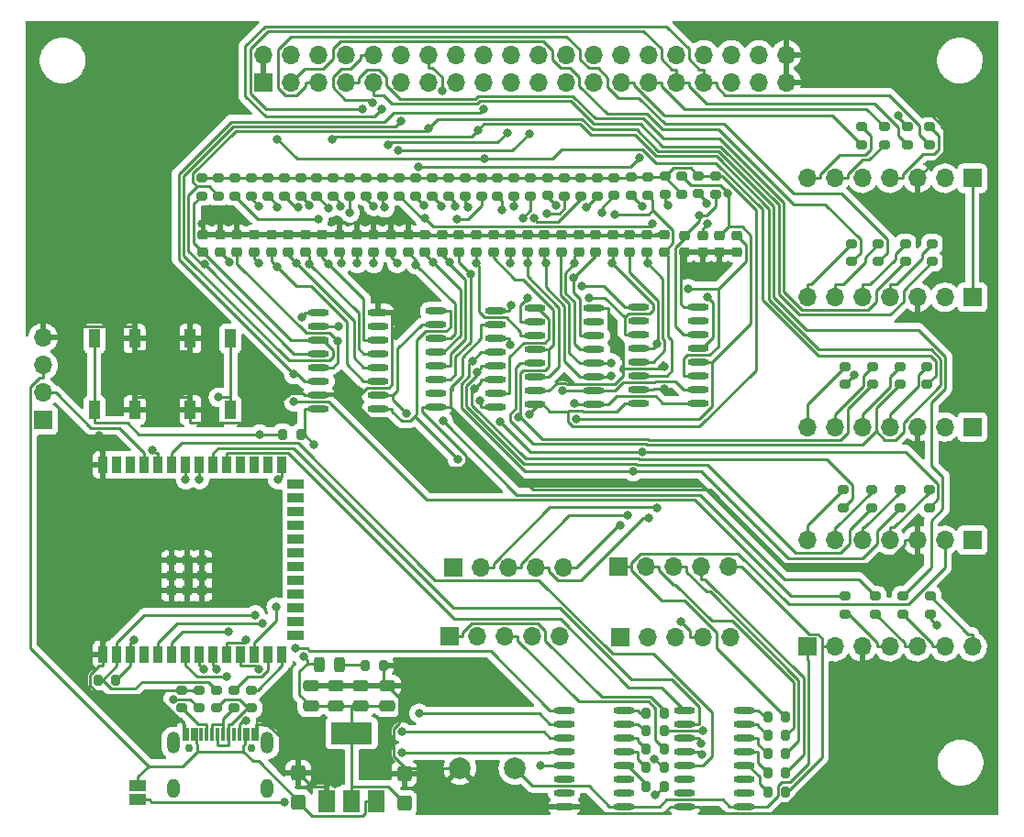
<source format=gtl>
G04 #@! TF.GenerationSoftware,KiCad,Pcbnew,(6.0.5)*
G04 #@! TF.CreationDate,2025-09-09T17:56:06-06:00*
G04 #@! TF.ProjectId,tarjeta_pump_it_up,7461726a-6574-4615-9f70-756d705f6974,rev?*
G04 #@! TF.SameCoordinates,Original*
G04 #@! TF.FileFunction,Copper,L1,Top*
G04 #@! TF.FilePolarity,Positive*
%FSLAX46Y46*%
G04 Gerber Fmt 4.6, Leading zero omitted, Abs format (unit mm)*
G04 Created by KiCad (PCBNEW (6.0.5)) date 2025-09-09 17:56:06*
%MOMM*%
%LPD*%
G01*
G04 APERTURE LIST*
G04 Aperture macros list*
%AMRoundRect*
0 Rectangle with rounded corners*
0 $1 Rounding radius*
0 $2 $3 $4 $5 $6 $7 $8 $9 X,Y pos of 4 corners*
0 Add a 4 corners polygon primitive as box body*
4,1,4,$2,$3,$4,$5,$6,$7,$8,$9,$2,$3,0*
0 Add four circle primitives for the rounded corners*
1,1,$1+$1,$2,$3*
1,1,$1+$1,$4,$5*
1,1,$1+$1,$6,$7*
1,1,$1+$1,$8,$9*
0 Add four rect primitives between the rounded corners*
20,1,$1+$1,$2,$3,$4,$5,0*
20,1,$1+$1,$4,$5,$6,$7,0*
20,1,$1+$1,$6,$7,$8,$9,0*
20,1,$1+$1,$8,$9,$2,$3,0*%
G04 Aperture macros list end*
G04 #@! TA.AperFunction,SMDPad,CuDef*
%ADD10RoundRect,0.200000X0.275000X-0.200000X0.275000X0.200000X-0.275000X0.200000X-0.275000X-0.200000X0*%
G04 #@! TD*
G04 #@! TA.AperFunction,SMDPad,CuDef*
%ADD11RoundRect,0.200000X-0.275000X0.200000X-0.275000X-0.200000X0.275000X-0.200000X0.275000X0.200000X0*%
G04 #@! TD*
G04 #@! TA.AperFunction,SMDPad,CuDef*
%ADD12O,1.970000X0.600000*%
G04 #@! TD*
G04 #@! TA.AperFunction,SMDPad,CuDef*
%ADD13RoundRect,0.200000X-0.200000X-0.275000X0.200000X-0.275000X0.200000X0.275000X-0.200000X0.275000X0*%
G04 #@! TD*
G04 #@! TA.AperFunction,ComponentPad*
%ADD14R,1.700000X1.700000*%
G04 #@! TD*
G04 #@! TA.AperFunction,ComponentPad*
%ADD15O,1.700000X1.700000*%
G04 #@! TD*
G04 #@! TA.AperFunction,SMDPad,CuDef*
%ADD16RoundRect,0.225000X-0.250000X0.225000X-0.250000X-0.225000X0.250000X-0.225000X0.250000X0.225000X0*%
G04 #@! TD*
G04 #@! TA.AperFunction,SMDPad,CuDef*
%ADD17RoundRect,0.250000X0.475000X-0.250000X0.475000X0.250000X-0.475000X0.250000X-0.475000X-0.250000X0*%
G04 #@! TD*
G04 #@! TA.AperFunction,SMDPad,CuDef*
%ADD18R,0.900000X1.500000*%
G04 #@! TD*
G04 #@! TA.AperFunction,SMDPad,CuDef*
%ADD19R,1.500000X0.900000*%
G04 #@! TD*
G04 #@! TA.AperFunction,SMDPad,CuDef*
%ADD20R,0.900000X0.900000*%
G04 #@! TD*
G04 #@! TA.AperFunction,SMDPad,CuDef*
%ADD21RoundRect,0.250000X0.425000X-0.450000X0.425000X0.450000X-0.425000X0.450000X-0.425000X-0.450000X0*%
G04 #@! TD*
G04 #@! TA.AperFunction,SMDPad,CuDef*
%ADD22R,1.000000X1.700000*%
G04 #@! TD*
G04 #@! TA.AperFunction,SMDPad,CuDef*
%ADD23RoundRect,0.225000X0.250000X-0.225000X0.250000X0.225000X-0.250000X0.225000X-0.250000X-0.225000X0*%
G04 #@! TD*
G04 #@! TA.AperFunction,ComponentPad*
%ADD24C,2.000000*%
G04 #@! TD*
G04 #@! TA.AperFunction,SMDPad,CuDef*
%ADD25R,1.500000X1.000000*%
G04 #@! TD*
G04 #@! TA.AperFunction,SMDPad,CuDef*
%ADD26RoundRect,0.243750X0.243750X0.456250X-0.243750X0.456250X-0.243750X-0.456250X0.243750X-0.456250X0*%
G04 #@! TD*
G04 #@! TA.AperFunction,SMDPad,CuDef*
%ADD27R,1.500000X2.000000*%
G04 #@! TD*
G04 #@! TA.AperFunction,SMDPad,CuDef*
%ADD28R,3.800000X2.000000*%
G04 #@! TD*
G04 #@! TA.AperFunction,ComponentPad*
%ADD29C,0.750000*%
G04 #@! TD*
G04 #@! TA.AperFunction,ComponentPad*
%ADD30O,1.200000X2.000000*%
G04 #@! TD*
G04 #@! TA.AperFunction,ComponentPad*
%ADD31O,1.200000X1.800000*%
G04 #@! TD*
G04 #@! TA.AperFunction,SMDPad,CuDef*
%ADD32R,0.300000X1.300000*%
G04 #@! TD*
G04 #@! TA.AperFunction,ViaPad*
%ADD33C,0.800000*%
G04 #@! TD*
G04 #@! TA.AperFunction,Conductor*
%ADD34C,0.250000*%
G04 #@! TD*
G04 APERTURE END LIST*
D10*
X109559300Y-86565000D03*
X109559300Y-84915000D03*
D11*
X100130000Y-132225000D03*
X100130000Y-133875000D03*
D12*
X146520000Y-134060000D03*
X146520000Y-135330000D03*
X146520000Y-136600000D03*
X146520000Y-137880000D03*
X146520000Y-139140000D03*
X146520000Y-140410000D03*
X146520000Y-141680000D03*
X146520000Y-142950000D03*
X152000000Y-142950000D03*
X152000000Y-141680000D03*
X152000000Y-140410000D03*
X152000000Y-139140000D03*
X152000000Y-137880000D03*
X152000000Y-136600000D03*
X152000000Y-135330000D03*
X152000000Y-134060000D03*
D13*
X117075000Y-129980000D03*
X118725000Y-129980000D03*
D10*
X121690800Y-86565000D03*
X121690800Y-84915000D03*
D14*
X173070000Y-84950000D03*
D15*
X170530000Y-84950000D03*
X167990000Y-84950000D03*
X165450000Y-84950000D03*
X162910000Y-84950000D03*
X160370000Y-84950000D03*
X157830000Y-84950000D03*
D16*
X120978400Y-90195000D03*
X120978400Y-91745000D03*
D10*
X161940000Y-92655000D03*
X161940000Y-91005000D03*
D16*
X102076500Y-90195000D03*
X102076500Y-91745000D03*
D11*
X164943400Y-80195000D03*
X164943400Y-81845000D03*
D10*
X169073300Y-115355000D03*
X169073300Y-113705000D03*
D16*
X117828100Y-90195000D03*
X117828100Y-91745000D03*
D10*
X166880000Y-92655000D03*
X166880000Y-91005000D03*
D12*
X138147500Y-105842500D03*
X138147500Y-104572500D03*
X138147500Y-103302500D03*
X138147500Y-102022500D03*
X138147500Y-100762500D03*
X138147500Y-99492500D03*
X138147500Y-98222500D03*
X138147500Y-96952500D03*
X132667500Y-96952500D03*
X132667500Y-98222500D03*
X132667500Y-99492500D03*
X132667500Y-100762500D03*
X132667500Y-102022500D03*
X132667500Y-103302500D03*
X132667500Y-104572500D03*
X132667500Y-105842500D03*
D10*
X114108600Y-86565000D03*
X114108600Y-84915000D03*
X105010000Y-86565000D03*
X105010000Y-84915000D03*
D17*
X119090000Y-133710000D03*
X119090000Y-131810000D03*
D12*
X135402500Y-134077500D03*
X135402500Y-135347500D03*
X135402500Y-136617500D03*
X135402500Y-137897500D03*
X135402500Y-139157500D03*
X135402500Y-140427500D03*
X135402500Y-141697500D03*
X135402500Y-142967500D03*
X140882500Y-142967500D03*
X140882500Y-141697500D03*
X140882500Y-140427500D03*
X140882500Y-139157500D03*
X140882500Y-137897500D03*
X140882500Y-136617500D03*
X140882500Y-135347500D03*
X140882500Y-134077500D03*
D13*
X154202500Y-134697500D03*
X155852500Y-134697500D03*
D10*
X166420000Y-115355000D03*
X166420000Y-113705000D03*
D16*
X143030700Y-90195000D03*
X143030700Y-91745000D03*
X119403300Y-90195000D03*
X119403300Y-91745000D03*
D14*
X157820000Y-128210000D03*
D15*
X160360000Y-128210000D03*
X162900000Y-128210000D03*
X165440000Y-128210000D03*
X167980000Y-128210000D03*
X170520000Y-128210000D03*
X173060000Y-128210000D03*
D10*
X163856700Y-103970000D03*
X163856700Y-102320000D03*
D14*
X173070000Y-118380000D03*
D15*
X170530000Y-118380000D03*
X167990000Y-118380000D03*
X165450000Y-118380000D03*
X162910000Y-118380000D03*
X160370000Y-118380000D03*
X157830000Y-118380000D03*
D10*
X144700000Y-86405000D03*
X144700000Y-84755000D03*
D17*
X112040000Y-133710000D03*
X112040000Y-131810000D03*
D11*
X146260000Y-84745000D03*
X146260000Y-86395000D03*
D16*
X141455500Y-90195000D03*
X141455500Y-91745000D03*
D11*
X161360000Y-123530000D03*
X161360000Y-125180000D03*
D16*
X108377100Y-90195000D03*
X108377100Y-91745000D03*
D10*
X124723700Y-86565000D03*
X124723700Y-84915000D03*
D14*
X87310000Y-107290000D03*
D15*
X87310000Y-104750000D03*
X87310000Y-102210000D03*
X87310000Y-99670000D03*
D18*
X92860000Y-128900000D03*
X94130000Y-128900000D03*
X95400000Y-128900000D03*
X96670000Y-128900000D03*
X97940000Y-128900000D03*
X99210000Y-128900000D03*
X100480000Y-128900000D03*
X101750000Y-128900000D03*
X103020000Y-128900000D03*
X104290000Y-128900000D03*
X105560000Y-128900000D03*
X106830000Y-128900000D03*
X108100000Y-128900000D03*
X109370000Y-128900000D03*
D19*
X110640000Y-127140000D03*
X110640000Y-125870000D03*
X110640000Y-124600000D03*
X110640000Y-123330000D03*
X110640000Y-122060000D03*
X110640000Y-120780000D03*
X110640000Y-119520000D03*
X110640000Y-118250000D03*
X110640000Y-116980000D03*
X110640000Y-115700000D03*
X110640000Y-114430000D03*
X110610000Y-113160000D03*
D18*
X109370000Y-111400000D03*
X108100000Y-111400000D03*
X106830000Y-111400000D03*
X105560000Y-111400000D03*
X104290000Y-111400000D03*
X103020000Y-111400000D03*
X101750000Y-111400000D03*
X100480000Y-111400000D03*
X99210000Y-111400000D03*
X97940000Y-111400000D03*
X96670000Y-111400000D03*
X95400000Y-111400000D03*
X94130000Y-111400000D03*
X92860000Y-111400000D03*
D20*
X101980000Y-123050000D03*
X99180000Y-121650000D03*
X100580000Y-121650000D03*
X100580000Y-123050000D03*
X99180000Y-120250000D03*
X101980000Y-121650000D03*
X101980000Y-120250000D03*
X99180000Y-123050000D03*
X100580000Y-120250000D03*
D21*
X120640000Y-142650000D03*
X120640000Y-139950000D03*
D22*
X104610000Y-99760000D03*
X104610000Y-106360000D03*
X100910000Y-99760000D03*
X100910000Y-106360000D03*
D10*
X161350000Y-103970000D03*
X161350000Y-102320000D03*
X120174400Y-86565000D03*
X120174400Y-84915000D03*
D23*
X151325200Y-91780000D03*
X151325200Y-90230000D03*
D17*
X116650000Y-133710000D03*
X116650000Y-131810000D03*
D10*
X103493600Y-86565000D03*
X103493600Y-84915000D03*
D16*
X125703900Y-90195000D03*
X125703900Y-91745000D03*
D10*
X111075800Y-86565000D03*
X111075800Y-84915000D03*
D13*
X154202500Y-136417500D03*
X155852500Y-136417500D03*
D14*
X140410000Y-120790000D03*
D15*
X142950000Y-120790000D03*
X145490000Y-120790000D03*
X148030000Y-120790000D03*
X150570000Y-120790000D03*
D12*
X147757500Y-105722500D03*
X147757500Y-104452500D03*
X147757500Y-103182500D03*
X147757500Y-101902500D03*
X147757500Y-100642500D03*
X147757500Y-99372500D03*
X147757500Y-98102500D03*
X147757500Y-96832500D03*
X142277500Y-96832500D03*
X142277500Y-98102500D03*
X142277500Y-99372500D03*
X142277500Y-100642500D03*
X142277500Y-101902500D03*
X142277500Y-103182500D03*
X142277500Y-104452500D03*
X142277500Y-105722500D03*
D10*
X167040000Y-81845000D03*
X167040000Y-80195000D03*
D14*
X140585000Y-127340000D03*
D15*
X143125000Y-127340000D03*
X145665000Y-127340000D03*
X148205000Y-127340000D03*
X150745000Y-127340000D03*
D16*
X132004600Y-90195000D03*
X132004600Y-91745000D03*
D10*
X169350000Y-92655000D03*
X169350000Y-91005000D03*
D23*
X148174900Y-91780000D03*
X148174900Y-90230000D03*
D16*
X136730000Y-90195000D03*
X136730000Y-91745000D03*
D13*
X154202500Y-138107500D03*
X155852500Y-138107500D03*
D10*
X147810000Y-86375000D03*
X147810000Y-84725000D03*
D24*
X125790000Y-139440000D03*
X130870000Y-139440000D03*
D16*
X106802000Y-90195000D03*
X106802000Y-91745000D03*
D10*
X103340000Y-133875000D03*
X103340000Y-132225000D03*
D14*
X124850000Y-127260000D03*
D15*
X127390000Y-127260000D03*
X129930000Y-127260000D03*
X132470000Y-127260000D03*
X135010000Y-127260000D03*
D21*
X110870000Y-142562500D03*
X110870000Y-139862500D03*
D13*
X92400000Y-131280000D03*
X94050000Y-131280000D03*
D11*
X101735000Y-132225000D03*
X101735000Y-133875000D03*
D10*
X143120000Y-86500000D03*
X143120000Y-84850000D03*
D16*
X113102600Y-90195000D03*
X113102600Y-91745000D03*
X109952300Y-90195000D03*
X109952300Y-91745000D03*
D25*
X96070000Y-141040000D03*
X96070000Y-142340000D03*
D10*
X163766600Y-115355000D03*
X163766600Y-113705000D03*
D23*
X146520000Y-91775000D03*
X146520000Y-90225000D03*
D13*
X142962500Y-134317500D03*
X144612500Y-134317500D03*
D10*
X169136700Y-81845000D03*
X169136700Y-80195000D03*
X166363300Y-103970000D03*
X166363300Y-102320000D03*
X141570000Y-86505000D03*
X141570000Y-84855000D03*
D16*
X138305200Y-90195000D03*
X138305200Y-91745000D03*
D11*
X164140000Y-123530000D03*
X164140000Y-125180000D03*
D13*
X142962500Y-139377500D03*
X144612500Y-139377500D03*
D16*
X128854200Y-90195000D03*
X128854200Y-91745000D03*
D26*
X114687500Y-129880000D03*
X112812500Y-129880000D03*
D10*
X127756600Y-86565000D03*
X127756600Y-84915000D03*
D16*
X105226800Y-90195000D03*
X105226800Y-91745000D03*
X122553600Y-90195000D03*
X122553600Y-91745000D03*
D23*
X149750000Y-91780000D03*
X149750000Y-90230000D03*
D16*
X130429400Y-90195000D03*
X130429400Y-91745000D03*
D14*
X173070000Y-95930000D03*
D15*
X170530000Y-95930000D03*
X167990000Y-95930000D03*
X165450000Y-95930000D03*
X162910000Y-95930000D03*
X160370000Y-95930000D03*
X157830000Y-95930000D03*
D10*
X118658000Y-86565000D03*
X118658000Y-84915000D03*
X169200000Y-125180000D03*
X169200000Y-123530000D03*
D16*
X111527500Y-90195000D03*
X111527500Y-91745000D03*
D12*
X123577500Y-97182500D03*
X123577500Y-98452500D03*
X123577500Y-99722500D03*
X123577500Y-101002500D03*
X123577500Y-102262500D03*
X123577500Y-103532500D03*
X123577500Y-104802500D03*
X123577500Y-106072500D03*
X129057500Y-106072500D03*
X129057500Y-104802500D03*
X129057500Y-103532500D03*
X129057500Y-102262500D03*
X129057500Y-101002500D03*
X129057500Y-99722500D03*
X129057500Y-98452500D03*
X129057500Y-97182500D03*
D10*
X162846700Y-81845000D03*
X162846700Y-80195000D03*
X161113300Y-115355000D03*
X161113300Y-113705000D03*
X104945000Y-133875000D03*
X104945000Y-132225000D03*
D14*
X125180000Y-120880000D03*
D15*
X127720000Y-120880000D03*
X130260000Y-120880000D03*
X132800000Y-120880000D03*
X135340000Y-120880000D03*
D16*
X144605800Y-90195000D03*
X144605800Y-91745000D03*
D17*
X114370000Y-133710000D03*
X114370000Y-131810000D03*
D13*
X109425000Y-108580000D03*
X111075000Y-108580000D03*
D10*
X149370000Y-86400000D03*
X149370000Y-84750000D03*
X126240100Y-86565000D03*
X126240100Y-84915000D03*
D27*
X113480000Y-142490000D03*
D28*
X115780000Y-136190000D03*
D27*
X115780000Y-142490000D03*
X118080000Y-142490000D03*
D16*
X103651700Y-90195000D03*
X103651700Y-91745000D03*
D10*
X106526400Y-86565000D03*
X106526400Y-84915000D03*
X108042900Y-86565000D03*
X108042900Y-84915000D03*
X123207300Y-86565000D03*
X123207300Y-84915000D03*
D16*
X133579700Y-90195000D03*
X133579700Y-91745000D03*
D10*
X101977100Y-86565000D03*
X101977100Y-84915000D03*
D16*
X114677800Y-90195000D03*
X114677800Y-91745000D03*
D14*
X173070000Y-107900000D03*
D15*
X170530000Y-107900000D03*
X167990000Y-107900000D03*
X165450000Y-107900000D03*
X162910000Y-107900000D03*
X160370000Y-107900000D03*
X157830000Y-107900000D03*
D10*
X117141500Y-86565000D03*
X117141500Y-84915000D03*
D13*
X154202500Y-141597500D03*
X155852500Y-141597500D03*
D16*
X135154900Y-90195000D03*
X135154900Y-91745000D03*
D10*
X112592200Y-86565000D03*
X112592200Y-84915000D03*
D16*
X124128800Y-90195000D03*
X124128800Y-91745000D03*
D10*
X106550000Y-133875000D03*
X106550000Y-132225000D03*
D11*
X166620000Y-123530000D03*
X166620000Y-125180000D03*
D16*
X127279100Y-90195000D03*
X127279100Y-91745000D03*
D22*
X92060000Y-106360000D03*
X92060000Y-99760000D03*
X95760000Y-106360000D03*
X95760000Y-99760000D03*
D16*
X139880400Y-90195000D03*
X139880400Y-91745000D03*
D10*
X135430000Y-86575000D03*
X135430000Y-84925000D03*
X129273000Y-86565000D03*
X129273000Y-84915000D03*
X136970000Y-86565000D03*
X136970000Y-84915000D03*
D14*
X107625000Y-76075000D03*
D15*
X107625000Y-73535000D03*
X110165000Y-76075000D03*
X110165000Y-73535000D03*
X112705000Y-76075000D03*
X112705000Y-73535000D03*
X115245000Y-76075000D03*
X115245000Y-73535000D03*
X117785000Y-76075000D03*
X117785000Y-73535000D03*
X120325000Y-76075000D03*
X120325000Y-73535000D03*
X122865000Y-76075000D03*
X122865000Y-73535000D03*
X125405000Y-76075000D03*
X125405000Y-73535000D03*
X127945000Y-76075000D03*
X127945000Y-73535000D03*
X130485000Y-76075000D03*
X130485000Y-73535000D03*
X133025000Y-76075000D03*
X133025000Y-73535000D03*
X135565000Y-76075000D03*
X135565000Y-73535000D03*
X138105000Y-76075000D03*
X138105000Y-73535000D03*
X140645000Y-76075000D03*
X140645000Y-73535000D03*
X143185000Y-76075000D03*
X143185000Y-73535000D03*
X145725000Y-76075000D03*
X145725000Y-73535000D03*
X148265000Y-76075000D03*
X148265000Y-73535000D03*
X150805000Y-76075000D03*
X150805000Y-73535000D03*
X153345000Y-76075000D03*
X153345000Y-73535000D03*
X155885000Y-76075000D03*
X155885000Y-73535000D03*
D16*
X116252900Y-90195000D03*
X116252900Y-91745000D03*
D10*
X140020000Y-86535000D03*
X140020000Y-84885000D03*
X132305900Y-86565000D03*
X132305900Y-84915000D03*
D13*
X142962500Y-141127500D03*
X144612500Y-141127500D03*
X142962500Y-135977500D03*
X144612500Y-135977500D03*
D10*
X130789500Y-86565000D03*
X130789500Y-84915000D03*
D29*
X106570000Y-137587500D03*
X100770000Y-137587500D03*
D30*
X99340000Y-137087500D03*
X108000000Y-137087500D03*
D31*
X108000000Y-141267500D03*
X99340000Y-141267500D03*
D32*
X100320000Y-136327500D03*
X101120000Y-136327500D03*
X102420000Y-136327500D03*
X103420000Y-136327500D03*
X103920000Y-136327500D03*
X104920000Y-136327500D03*
X106220000Y-136327500D03*
X107020000Y-136327500D03*
X106720000Y-136327500D03*
X105920000Y-136327500D03*
X105420000Y-136327500D03*
X104420000Y-136327500D03*
X102920000Y-136327500D03*
X101920000Y-136327500D03*
X101420000Y-136327500D03*
X100620000Y-136327500D03*
D10*
X168870000Y-103970000D03*
X168870000Y-102320000D03*
D13*
X142962500Y-137627500D03*
X144612500Y-137627500D03*
D12*
X118220000Y-106230000D03*
X118220000Y-104960000D03*
X118220000Y-103690000D03*
X118220000Y-102410000D03*
X118220000Y-101150000D03*
X118220000Y-99880000D03*
X118220000Y-98610000D03*
X118220000Y-97340000D03*
X112740000Y-97340000D03*
X112740000Y-98610000D03*
X112740000Y-99880000D03*
X112740000Y-101150000D03*
X112740000Y-102410000D03*
X112740000Y-103690000D03*
X112740000Y-104960000D03*
X112740000Y-106230000D03*
D13*
X154202500Y-139817500D03*
X155852500Y-139817500D03*
D10*
X164410000Y-92655000D03*
X164410000Y-91005000D03*
X133860000Y-86555000D03*
X133860000Y-84905000D03*
X115625100Y-86565000D03*
X115625100Y-84915000D03*
X138500000Y-86565000D03*
X138500000Y-84915000D03*
D33*
X101989600Y-89115600D03*
X144623000Y-102383600D03*
X92513900Y-108725100D03*
X144623000Y-104414100D03*
X149753600Y-92862600D03*
X114222900Y-140861600D03*
X169812200Y-126205000D03*
X120325000Y-79648800D03*
X102203100Y-92909500D03*
X122873000Y-80343300D03*
X104493500Y-92658000D03*
X124224000Y-107374900D03*
X114462700Y-99943100D03*
X112747600Y-88700000D03*
X107245800Y-92814300D03*
X107245800Y-87524400D03*
X110455900Y-105595000D03*
X127945000Y-78534400D03*
X110455900Y-103055000D03*
X108876800Y-87585500D03*
X108876700Y-93132200D03*
X110720900Y-92818400D03*
X110828500Y-87593700D03*
X111908800Y-92828600D03*
X111840300Y-87466100D03*
X113671700Y-92844300D03*
X113671700Y-87674400D03*
X130123500Y-80719900D03*
X114870800Y-92818300D03*
X114757100Y-87529200D03*
X119141700Y-81864200D03*
X127104800Y-104395400D03*
X115625100Y-88122400D03*
X127357500Y-102844100D03*
X132188400Y-80820200D03*
X116314500Y-92802100D03*
X120117200Y-82397300D03*
X141759100Y-112038400D03*
X117828100Y-92801700D03*
X117828100Y-87534800D03*
X126953900Y-101812500D03*
X118850100Y-87650700D03*
X129524000Y-107401600D03*
X119990600Y-92801900D03*
X130414000Y-100327500D03*
X142628100Y-110199600D03*
X143576900Y-89141300D03*
X122515200Y-88653300D03*
X121738900Y-92920600D03*
X122436600Y-87460600D03*
X121915100Y-83900300D03*
X123267600Y-92690700D03*
X142368000Y-83050700D03*
X124052700Y-87539600D03*
X116779000Y-78526700D03*
X124840400Y-92701900D03*
X126794900Y-93761100D03*
X118576900Y-78575500D03*
X125360600Y-87538400D03*
X126527900Y-87577000D03*
X117682800Y-78003600D03*
X162195200Y-103124800D03*
X127318400Y-92807900D03*
X131167900Y-107010500D03*
X125466500Y-88690000D03*
X127435900Y-80509000D03*
X130444700Y-92799700D03*
X129694300Y-87859500D03*
X113975100Y-81336300D03*
X132004600Y-92821700D03*
X128084700Y-83168700D03*
X130789500Y-87571500D03*
X108905000Y-81336300D03*
X139771900Y-103204500D03*
X131600400Y-88599400D03*
X133681300Y-92811400D03*
X146139400Y-125884900D03*
X134612700Y-87441500D03*
X139737700Y-101997400D03*
X136381700Y-92819300D03*
X133825900Y-88170800D03*
X132627600Y-88665600D03*
X136263600Y-94137700D03*
X124135000Y-76876100D03*
X137689200Y-96001000D03*
X137461200Y-87603800D03*
X139781100Y-92806100D03*
X143954500Y-100193300D03*
X140613800Y-117015400D03*
X138863300Y-88119300D03*
X142590500Y-87537700D03*
X143115700Y-92820900D03*
X143176900Y-116321400D03*
X141287400Y-116094400D03*
X140094200Y-88274000D03*
X146857000Y-95142000D03*
X144939500Y-87418000D03*
X143960000Y-115368500D03*
X136510300Y-107167600D03*
X150474700Y-86309100D03*
X148573100Y-87242200D03*
X148628500Y-95928000D03*
X148628500Y-89170700D03*
X147824000Y-88346800D03*
X112309200Y-109538200D03*
X130525200Y-96667200D03*
X111365100Y-129103300D03*
X106901900Y-125283000D03*
X132196000Y-106777700D03*
X97410000Y-110033600D03*
X99326300Y-133049600D03*
X106054600Y-135031800D03*
X109553500Y-142540300D03*
X166199900Y-79171300D03*
X95713000Y-127540600D03*
X103501700Y-105183100D03*
X107309800Y-108580000D03*
X109000400Y-112782800D03*
X125575300Y-110929600D03*
X106066600Y-127547600D03*
X136327300Y-105713800D03*
X107183300Y-130252400D03*
X135236500Y-104560900D03*
X120830500Y-106646500D03*
X114620200Y-98610000D03*
X127633300Y-105516700D03*
X111217100Y-97778600D03*
X108835600Y-124535200D03*
X148231600Y-135965000D03*
X143741800Y-138546600D03*
X143805000Y-141930200D03*
X148043700Y-137126500D03*
X101750100Y-112762700D03*
X100480000Y-112783100D03*
X148149200Y-138141700D03*
X136990500Y-94886100D03*
X132039600Y-95961500D03*
X107546000Y-126055800D03*
X110639100Y-128376400D03*
X122024600Y-134357900D03*
X104418900Y-126812000D03*
X104296600Y-131007100D03*
X120404400Y-136074500D03*
X120390900Y-138034600D03*
X102106000Y-130255000D03*
X133204700Y-139157500D03*
X103361000Y-130253400D03*
D34*
X100580000Y-123050000D02*
X100930000Y-123050000D01*
X101980000Y-120250000D02*
X100930000Y-120250000D01*
X116650000Y-131810000D02*
X118725000Y-131810000D01*
X105226800Y-90195000D02*
X103651700Y-90195000D01*
X140827800Y-102542500D02*
X144464100Y-102542500D01*
X135537600Y-103834000D02*
X134717900Y-103834000D01*
X167990000Y-84950000D02*
X170428600Y-82511400D01*
X100910000Y-106360000D02*
X100910000Y-107536900D01*
X119531900Y-97340000D02*
X119531900Y-103999500D01*
X100930000Y-121650000D02*
X100580000Y-121650000D01*
X129057500Y-98452500D02*
X127745600Y-98452500D01*
X116650000Y-131810000D02*
X114370000Y-131810000D01*
X133579700Y-90195000D02*
X135154900Y-90195000D01*
X116252900Y-90195000D02*
X117828100Y-90195000D01*
X165046200Y-120512700D02*
X155634700Y-120512700D01*
X100580000Y-123050000D02*
X99180000Y-123050000D01*
X102076500Y-90195000D02*
X101989600Y-90108100D01*
X135412100Y-142967500D02*
X136714400Y-142967500D01*
X119531900Y-103999500D02*
X119206400Y-104325000D01*
X99414600Y-119861500D02*
X99803100Y-120250000D01*
X130429400Y-90195000D02*
X132004600Y-90195000D01*
X145208100Y-142950000D02*
X144543500Y-143614600D01*
X99180000Y-120250000D02*
X99180000Y-119861500D01*
X111269300Y-104801200D02*
X110062800Y-104801200D01*
X129317500Y-142967500D02*
X125790000Y-139440000D01*
X119090000Y-131810000D02*
X120163400Y-132883400D01*
X115955200Y-105558100D02*
X115357100Y-104960000D01*
X149750000Y-91780000D02*
X149750000Y-92859000D01*
X136730000Y-90195000D02*
X135154900Y-90195000D01*
X141455500Y-90195000D02*
X139880400Y-90195000D01*
X148859800Y-113737800D02*
X132554700Y-113737800D01*
X118725000Y-131810000D02*
X118725000Y-129980000D01*
X100930000Y-121650000D02*
X101203100Y-121650000D01*
X109952300Y-90195000D02*
X108377100Y-90195000D01*
X92860000Y-111400000D02*
X92860000Y-113153100D01*
X120978400Y-90195000D02*
X122553600Y-90195000D01*
X101989600Y-90108100D02*
X101989600Y-89115600D01*
X149750000Y-91780000D02*
X151325200Y-91780000D01*
X91657400Y-130791000D02*
X91657400Y-131790300D01*
X110870000Y-139862500D02*
X110870000Y-138200000D01*
X140076200Y-103934600D02*
X135638200Y-103934600D01*
X108020600Y-135350600D02*
X107020000Y-135350600D01*
X95760000Y-99760000D02*
X95760000Y-100936900D01*
X149750000Y-91780000D02*
X148174900Y-91780000D01*
X135638200Y-103934600D02*
X135537600Y-103834000D01*
X146520000Y-91775000D02*
X146130100Y-92164900D01*
X118220000Y-97340000D02*
X119531900Y-97340000D01*
X92860000Y-128900000D02*
X92860000Y-127823100D01*
X110870000Y-138200000D02*
X108020600Y-135350600D01*
X146130100Y-92164900D02*
X146130100Y-96517000D01*
X146525000Y-91780000D02*
X146520000Y-91775000D01*
X155118700Y-143577000D02*
X162900000Y-135795700D01*
X148174900Y-91780000D02*
X146525000Y-91780000D01*
X139459400Y-98797600D02*
X139459400Y-96952500D01*
X113480000Y-141163100D02*
X112170600Y-141163100D01*
X127745600Y-99755000D02*
X127745600Y-98452500D01*
X92860000Y-110323100D02*
X92513900Y-109977000D01*
X122265600Y-106507300D02*
X122265600Y-106072500D01*
X92471500Y-129976900D02*
X91657400Y-130791000D01*
X113480000Y-142490000D02*
X113480000Y-141163100D01*
X138147500Y-96952500D02*
X139459400Y-96952500D01*
X105226800Y-90195000D02*
X106802000Y-90195000D01*
X143589400Y-104452500D02*
X143627800Y-104414100D01*
X99180000Y-123050000D02*
X97633100Y-123050000D01*
X115955200Y-105558100D02*
X122067500Y-111670400D01*
X119206400Y-104325000D02*
X117188300Y-104325000D01*
X100320000Y-136327500D02*
X100620000Y-136327500D01*
X100910000Y-99760000D02*
X100910000Y-100936900D01*
X140827800Y-102542500D02*
X140827800Y-103183000D01*
X140827800Y-102542500D02*
X140827800Y-100166000D01*
X112170600Y-141163100D02*
X110870000Y-139862500D01*
X92860000Y-111400000D02*
X92860000Y-110323100D01*
X100930000Y-120250000D02*
X100580000Y-120250000D01*
X123577500Y-106072500D02*
X124889400Y-106072500D01*
X124128800Y-90195000D02*
X122553600Y-90195000D01*
X98003600Y-133034200D02*
X100320000Y-135350600D01*
X155885000Y-76075000D02*
X155885000Y-74711900D01*
X120768400Y-139440000D02*
X120768400Y-139821600D01*
X97633100Y-123050000D02*
X92860000Y-127823100D01*
X137361500Y-143614600D02*
X136714400Y-142967500D01*
X100910000Y-100936900D02*
X95760000Y-100936900D01*
X144605800Y-90195000D02*
X143030700Y-90195000D01*
X149750000Y-92859000D02*
X149753600Y-92862600D01*
X111527500Y-90195000D02*
X109952300Y-90195000D01*
X108377100Y-90195000D02*
X106802000Y-90195000D01*
X100580000Y-120250000D02*
X99803100Y-120250000D01*
X128854200Y-90195000D02*
X130429400Y-90195000D01*
X144543500Y-143614600D02*
X137361500Y-143614600D01*
X103651700Y-90195000D02*
X102076500Y-90195000D01*
X166242600Y-76075000D02*
X155885000Y-76075000D01*
X125897400Y-111670400D02*
X126317800Y-111250000D01*
X125703900Y-90195000D02*
X127279100Y-90195000D01*
X143030700Y-90195000D02*
X141455500Y-90195000D01*
X166813100Y-118380000D02*
X166813100Y-118745800D01*
X118725000Y-131810000D02*
X119090000Y-131810000D01*
X132667500Y-104572500D02*
X133979400Y-104572500D01*
X127279100Y-90195000D02*
X128854200Y-90195000D01*
X119664000Y-135787000D02*
X119664000Y-138335600D01*
X143627800Y-104414100D02*
X144623000Y-104414100D01*
X132554700Y-113737800D02*
X124889400Y-106072500D01*
X111428100Y-104960000D02*
X111269300Y-104801200D01*
X170428600Y-82511400D02*
X170428600Y-80261000D01*
X100910000Y-106360000D02*
X100910000Y-105183100D01*
X140827800Y-100166000D02*
X139459400Y-98797600D01*
X100930000Y-120250000D02*
X100930000Y-121650000D01*
X98459200Y-132225000D02*
X98003600Y-132680600D01*
X114222900Y-140861600D02*
X113781500Y-140861600D01*
X92860000Y-128900000D02*
X92860000Y-129976900D01*
X107625000Y-76075000D02*
X107625000Y-73535000D01*
X100930000Y-123050000D02*
X101980000Y-123050000D01*
X124889400Y-106072500D02*
X124889400Y-104298000D01*
X132004600Y-90195000D02*
X133579700Y-90195000D01*
X87310000Y-99670000D02*
X88486900Y-99670000D01*
X144464100Y-102542500D02*
X144623000Y-102383600D01*
X113102600Y-90195000D02*
X111527500Y-90195000D01*
X170428600Y-80261000D02*
X166242600Y-76075000D01*
X114677800Y-90195000D02*
X113102600Y-90195000D01*
X99180000Y-119861500D02*
X99414600Y-119861500D01*
X122067500Y-111670400D02*
X125897400Y-111670400D01*
X135412100Y-142967500D02*
X135402500Y-142967500D01*
X91657400Y-131790300D02*
X92547700Y-132680600D01*
X115357100Y-104960000D02*
X112740000Y-104960000D01*
X95760000Y-106360000D02*
X95760000Y-105183100D01*
X99180000Y-119861500D02*
X99180000Y-119473100D01*
X148458900Y-143577000D02*
X155118700Y-143577000D01*
X145864100Y-142950000D02*
X146520000Y-142950000D01*
X92860000Y-129976900D02*
X92471500Y-129976900D01*
X120768400Y-139440000D02*
X125790000Y-139440000D01*
X146130100Y-96517000D02*
X146445600Y-96832500D01*
X112740000Y-104960000D02*
X111428100Y-104960000D01*
X147831900Y-142950000D02*
X148458900Y-143577000D01*
X147757500Y-96832500D02*
X146445600Y-96832500D01*
X100130000Y-132225000D02*
X98459200Y-132225000D01*
X101980000Y-121650000D02*
X101203100Y-121650000D01*
X107020000Y-136327500D02*
X106720000Y-136327500D01*
X89573800Y-98583100D02*
X95760000Y-98583100D01*
X110062800Y-104801200D02*
X107327100Y-107536900D01*
X167990000Y-118380000D02*
X166813100Y-118380000D01*
X120163400Y-135287600D02*
X119664000Y-135787000D01*
X145864100Y-142950000D02*
X145208100Y-142950000D01*
X126317800Y-111250000D02*
X126317800Y-110559500D01*
X117188300Y-104325000D02*
X115955200Y-105558100D01*
X125984600Y-101516000D02*
X127745600Y-99755000D01*
X114370000Y-131810000D02*
X112040000Y-131810000D01*
X136730000Y-90195000D02*
X138305200Y-90195000D01*
X166813100Y-118745800D02*
X165046200Y-120512700D01*
X117828100Y-90195000D02*
X119403300Y-90195000D01*
X100320000Y-136327500D02*
X100320000Y-135350600D01*
X95760000Y-99760000D02*
X95760000Y-98583100D01*
X101735000Y-132225000D02*
X100130000Y-132225000D01*
X92547700Y-132680600D02*
X98003600Y-132680600D01*
X107327100Y-107536900D02*
X100910000Y-107536900D01*
X100930000Y-123050000D02*
X100930000Y-121650000D01*
X107020000Y-136327500D02*
X107020000Y-135350600D01*
X138305200Y-90195000D02*
X139880400Y-90195000D01*
X116252900Y-90195000D02*
X114677800Y-90195000D01*
X119403300Y-90195000D02*
X120978400Y-90195000D01*
X124128800Y-90195000D02*
X125703900Y-90195000D01*
X142277500Y-104452500D02*
X143589400Y-104452500D01*
X113781500Y-140861600D02*
X113480000Y-141163100D01*
X140827800Y-103183000D02*
X140076200Y-103934600D01*
X135402500Y-142967500D02*
X129317500Y-142967500D01*
X162900000Y-135795700D02*
X162900000Y-128210000D01*
X155885000Y-73535000D02*
X155885000Y-74711900D01*
X98003600Y-132680600D02*
X98003600Y-133034200D01*
X124889400Y-104298000D02*
X125984600Y-103202800D01*
X125984600Y-103202800D02*
X125984600Y-101516000D01*
X155634700Y-120512700D02*
X148859800Y-113737800D01*
X92513900Y-109977000D02*
X92513900Y-108725100D01*
X126317800Y-110559500D02*
X122265600Y-106507300D01*
X134717900Y-103834000D02*
X133979400Y-104572500D01*
X100910000Y-100936900D02*
X100910000Y-105183100D01*
X88486900Y-99670000D02*
X89573800Y-98583100D01*
X123577500Y-106072500D02*
X122265600Y-106072500D01*
X119664000Y-138335600D02*
X120768400Y-139440000D01*
X100580000Y-121650000D02*
X99180000Y-121650000D01*
X146520000Y-142950000D02*
X147831900Y-142950000D01*
X95760000Y-105183100D02*
X100910000Y-105183100D01*
X92860000Y-113153100D02*
X99180000Y-119473100D01*
X120163400Y-132883400D02*
X120163400Y-135287600D01*
X120768400Y-139821600D02*
X120640000Y-139950000D01*
X104856800Y-80157400D02*
X100273200Y-84741000D01*
X100273200Y-84741000D02*
X100273200Y-92071600D01*
X101227000Y-90895500D02*
X102076500Y-91745000D01*
X113733100Y-101778400D02*
X114051900Y-101459600D01*
X100273200Y-92071600D02*
X109980000Y-101778400D01*
X114051900Y-101459600D02*
X114051900Y-100825100D01*
X114051900Y-100825100D02*
X113106800Y-99880000D01*
X101227000Y-87315100D02*
X101227000Y-90895500D01*
X101977100Y-86565000D02*
X101227000Y-87315100D01*
X169200000Y-125592800D02*
X169200000Y-125180000D01*
X112740000Y-99880000D02*
X110211500Y-99880000D01*
X110211500Y-99880000D02*
X102076500Y-91745000D01*
X169812200Y-126205000D02*
X169200000Y-125592800D01*
X113106800Y-99880000D02*
X112740000Y-99880000D01*
X120325000Y-79648800D02*
X119816400Y-80157400D01*
X119816400Y-80157400D02*
X104856800Y-80157400D01*
X109980000Y-101778400D02*
X113733100Y-101778400D01*
X170336000Y-115498300D02*
X170336000Y-112498400D01*
X169311400Y-111473800D02*
X169311400Y-105641300D01*
X104493500Y-92586800D02*
X103651700Y-91745000D01*
X100725100Y-91664200D02*
X101970400Y-92909500D01*
X157766300Y-98938300D02*
X154736200Y-95908200D01*
X102623500Y-85694900D02*
X101534200Y-85694900D01*
X103493600Y-86565000D02*
X102623500Y-85694900D01*
X101534200Y-85694900D02*
X100725100Y-86504000D01*
X142078700Y-80455200D02*
X138028300Y-80455200D01*
X169260000Y-116574300D02*
X170336000Y-115498300D01*
X154736200Y-95908200D02*
X154736200Y-87570100D01*
X149617900Y-82451800D02*
X144075300Y-82451800D01*
X166620000Y-123530000D02*
X169260000Y-120890000D01*
X168065200Y-98938300D02*
X157766300Y-98938300D01*
X154736200Y-87570100D02*
X149617900Y-82451800D01*
X101162900Y-85323600D02*
X101162900Y-84507500D01*
X123727300Y-79489000D02*
X122873000Y-80343300D01*
X122607000Y-80609300D02*
X122873000Y-80343300D01*
X170582900Y-104369800D02*
X170582900Y-101456000D01*
X169260000Y-120890000D02*
X169260000Y-116574300D01*
X169311400Y-105641300D02*
X170582900Y-104369800D01*
X170582900Y-101456000D02*
X168065200Y-98938300D01*
X144075300Y-82451800D02*
X142078700Y-80455200D01*
X137062100Y-79489000D02*
X123727300Y-79489000D01*
X170336000Y-112498400D02*
X169311400Y-111473800D01*
X112740000Y-101150000D02*
X110443600Y-101150000D01*
X104493500Y-92658000D02*
X104493500Y-92586800D01*
X100725100Y-86504000D02*
X100725100Y-91664200D01*
X105061100Y-80609300D02*
X122607000Y-80609300D01*
X110443600Y-101150000D02*
X102203100Y-92909500D01*
X101162900Y-84507500D02*
X105061100Y-80609300D01*
X138028300Y-80455200D02*
X137062100Y-79489000D01*
X101970400Y-92909500D02*
X102203100Y-92909500D01*
X101534200Y-85694900D02*
X101162900Y-85323600D01*
X114462700Y-99943100D02*
X113772700Y-99253100D01*
X113772700Y-99253100D02*
X111601300Y-99253100D01*
X162573200Y-121963200D02*
X155735300Y-121963200D01*
X114503800Y-101958100D02*
X114503800Y-99984200D01*
X147961800Y-114189700D02*
X131038800Y-114189700D01*
X114503800Y-99984200D02*
X114462700Y-99943100D01*
X114051900Y-102410000D02*
X114503800Y-101958100D01*
X155735300Y-121963200D02*
X147961800Y-114189700D01*
X111601300Y-99253100D02*
X105226800Y-92878600D01*
X107145000Y-88700000D02*
X112747600Y-88700000D01*
X131038800Y-114189700D02*
X124224000Y-107374900D01*
X105226800Y-92878600D02*
X105226800Y-91745000D01*
X105010000Y-86565000D02*
X107145000Y-88700000D01*
X112740000Y-102410000D02*
X114051900Y-102410000D01*
X164140000Y-123530000D02*
X162573200Y-121963200D01*
X106526400Y-86805000D02*
X107245800Y-87524400D01*
X110793100Y-103055000D02*
X110455900Y-103055000D01*
X110455900Y-103055000D02*
X99821300Y-92420400D01*
X104669600Y-79705500D02*
X118814100Y-79705500D01*
X111428100Y-103690000D02*
X110793100Y-103055000D01*
X127621600Y-78857800D02*
X127945000Y-78534400D01*
X106802000Y-91745000D02*
X106802000Y-92370500D01*
X106802000Y-92370500D02*
X107245800Y-92814300D01*
X122734300Y-114641600D02*
X113687700Y-105595000D01*
X119661800Y-78857800D02*
X127621600Y-78857800D01*
X118814100Y-79705500D02*
X119661800Y-78857800D01*
X99821300Y-84553800D02*
X104669600Y-79705500D01*
X156344600Y-123530000D02*
X147456200Y-114641600D01*
X147456200Y-114641600D02*
X122734300Y-114641600D01*
X99821300Y-92420400D02*
X99821300Y-84553800D01*
X161360000Y-123530000D02*
X156344600Y-123530000D01*
X112740000Y-103690000D02*
X111428100Y-103690000D01*
X113687700Y-105595000D02*
X110455900Y-105595000D01*
X106526400Y-86565000D02*
X106526400Y-86805000D01*
X136807200Y-76446000D02*
X139356900Y-78995700D01*
X108377100Y-92632600D02*
X108377100Y-91745000D01*
X112054400Y-94932800D02*
X110677300Y-94932800D01*
X159485700Y-87324500D02*
X162779200Y-90618000D01*
X110165000Y-76075000D02*
X111435000Y-74805000D01*
X139356900Y-78995700D02*
X143040100Y-78995700D01*
X110677300Y-94932800D02*
X108876700Y-93132200D01*
X114043000Y-73013000D02*
X114740500Y-72315500D01*
X108876700Y-93132200D02*
X108377100Y-92632600D01*
X116908100Y-103690000D02*
X115351000Y-102132900D01*
X149663500Y-80401300D02*
X156586700Y-87324500D01*
X136807200Y-75623200D02*
X136807200Y-76446000D01*
X114043000Y-73907100D02*
X114043000Y-73013000D01*
X135907600Y-74723600D02*
X136807200Y-75623200D01*
X162779200Y-91815800D02*
X161940000Y-92655000D01*
X144445700Y-80401300D02*
X149663500Y-80401300D01*
X143040100Y-78995700D02*
X144445700Y-80401300D01*
X134295000Y-73951400D02*
X135067200Y-74723600D01*
X108042900Y-86565000D02*
X108876800Y-87398900D01*
X135067200Y-74723600D02*
X135907600Y-74723600D01*
X133480100Y-72315500D02*
X134295000Y-73130400D01*
X111435000Y-74805000D02*
X113145100Y-74805000D01*
X156586700Y-87324500D02*
X159485700Y-87324500D01*
X108876800Y-87398900D02*
X108876800Y-87585500D01*
X118220000Y-103690000D02*
X116908100Y-103690000D01*
X113145100Y-74805000D02*
X114043000Y-73907100D01*
X134295000Y-73130400D02*
X134295000Y-73951400D01*
X114740500Y-72315500D02*
X133480100Y-72315500D01*
X162779200Y-90618000D02*
X162779200Y-91815800D01*
X115351000Y-98229400D02*
X112054400Y-94932800D01*
X115351000Y-102132900D02*
X115351000Y-98229400D01*
X165248700Y-90585000D02*
X161011800Y-86348100D01*
X108981200Y-76586900D02*
X109703000Y-77308700D01*
X109559300Y-86565000D02*
X110587900Y-87593600D01*
X110660200Y-77308700D02*
X111528100Y-76440800D01*
X110587900Y-87593600D02*
X110828500Y-87593600D01*
X150181800Y-79949400D02*
X144690000Y-79949400D01*
X111528100Y-76440800D02*
X111528100Y-76075000D01*
X118220000Y-102410000D02*
X116908100Y-102410000D01*
X110720900Y-92818400D02*
X116004300Y-98101800D01*
X137666900Y-74790600D02*
X136835000Y-73958700D01*
X136835000Y-73958700D02*
X136835000Y-73056800D01*
X109703000Y-77308700D02*
X110660200Y-77308700D01*
X161011800Y-86348100D02*
X156580500Y-86348100D01*
X116004300Y-101506200D02*
X116908100Y-102410000D01*
X165248700Y-91816300D02*
X165248700Y-90585000D01*
X139375000Y-76533100D02*
X139375000Y-75644100D01*
X144690000Y-79949400D02*
X142265600Y-77525000D01*
X109952300Y-92049800D02*
X110720900Y-92818400D01*
X110828500Y-87593600D02*
X110828500Y-87593700D01*
X142265600Y-77525000D02*
X140366900Y-77525000D01*
X140366900Y-77525000D02*
X139375000Y-76533100D01*
X109952300Y-91745000D02*
X109952300Y-92049800D01*
X135612600Y-71834400D02*
X110197800Y-71834400D01*
X139375000Y-75644100D02*
X138521500Y-74790600D01*
X112705000Y-76075000D02*
X111528100Y-76075000D01*
X116004300Y-98101800D02*
X116004300Y-101506200D01*
X156580500Y-86348100D02*
X150181800Y-79949400D01*
X110197800Y-71834400D02*
X108981200Y-73051000D01*
X164410000Y-92655000D02*
X165248700Y-91816300D01*
X136835000Y-73056800D02*
X135612600Y-71834400D01*
X108981200Y-73051000D02*
X108981200Y-76586900D01*
X138521500Y-74790600D02*
X137666900Y-74790600D01*
X111908800Y-92828600D02*
X111908800Y-92126300D01*
X157306300Y-97107600D02*
X155640000Y-95441300D01*
X127456800Y-77355600D02*
X127174400Y-77638000D01*
X155640000Y-87184300D02*
X149759300Y-81303600D01*
X115245000Y-76075000D02*
X116421900Y-76075000D01*
X118220000Y-101150000D02*
X116908100Y-101150000D01*
X116421900Y-75709200D02*
X116421900Y-76075000D01*
X120222400Y-77638000D02*
X118961900Y-76377500D01*
X116908100Y-101150000D02*
X116456200Y-100698100D01*
X164180000Y-95355000D02*
X164180000Y-96340900D01*
X164180000Y-96340900D02*
X163413300Y-97107600D01*
X118961900Y-75587500D02*
X118272500Y-74898100D01*
X111840300Y-87329500D02*
X111840300Y-87466100D01*
X116456200Y-97376000D02*
X111908800Y-92828600D01*
X144571000Y-81303600D02*
X142715000Y-79447600D01*
X136206900Y-77355600D02*
X127456800Y-77355600D01*
X127174400Y-77638000D02*
X120222400Y-77638000D01*
X117233000Y-74898100D02*
X116421900Y-75709200D01*
X166880000Y-92655000D02*
X164180000Y-95355000D01*
X116456200Y-100698100D02*
X116456200Y-97376000D01*
X163413300Y-97107600D02*
X157306300Y-97107600D01*
X118961900Y-76377500D02*
X118961900Y-75587500D01*
X138298900Y-79447600D02*
X136206900Y-77355600D01*
X118272500Y-74898100D02*
X117233000Y-74898100D01*
X149759300Y-81303600D02*
X144571000Y-81303600D01*
X111908800Y-92126300D02*
X111527500Y-91745000D01*
X155640000Y-95441300D02*
X155640000Y-87184300D01*
X142715000Y-79447600D02*
X138298900Y-79447600D01*
X111075800Y-86565000D02*
X111840300Y-87329500D01*
X116908100Y-99880000D02*
X116908100Y-96080700D01*
X113102600Y-92275200D02*
X113102600Y-91745000D01*
X149812300Y-81999900D02*
X144492500Y-81999900D01*
X144492500Y-81999900D02*
X142415900Y-79923300D01*
X127361600Y-78089900D02*
X119536600Y-78089900D01*
X118220000Y-99880000D02*
X116908100Y-99880000D01*
X155188100Y-87375700D02*
X149812300Y-81999900D01*
X136019700Y-77807500D02*
X127644000Y-77807500D01*
X116908100Y-96080700D02*
X113671700Y-92844300D01*
X142415900Y-79923300D02*
X138135500Y-79923300D01*
X113671700Y-92844300D02*
X113102600Y-92275200D01*
X155188100Y-95628500D02*
X155188100Y-87375700D01*
X157119100Y-97559500D02*
X155188100Y-95628500D01*
X166720000Y-95285000D02*
X166720000Y-96351600D01*
X127644000Y-77807500D02*
X127361600Y-78089900D01*
X118698600Y-77251900D02*
X117785000Y-77251900D01*
X112592200Y-86565000D02*
X113671700Y-87644500D01*
X113671700Y-87644500D02*
X113671700Y-87674400D01*
X165512100Y-97559500D02*
X157119100Y-97559500D01*
X169350000Y-92655000D02*
X166720000Y-95285000D01*
X166720000Y-96351600D02*
X165512100Y-97559500D01*
X138135500Y-79923300D02*
X136019700Y-77807500D01*
X119536600Y-78089900D02*
X118698600Y-77251900D01*
X117785000Y-76075000D02*
X117785000Y-77251900D01*
X129057500Y-103532500D02*
X127745600Y-103532500D01*
X119386800Y-81619100D02*
X129224300Y-81619100D01*
X114870800Y-91938000D02*
X114870800Y-92818300D01*
X131859200Y-110842300D02*
X142242900Y-110842300D01*
X114757100Y-87213500D02*
X114108600Y-86565000D01*
X127745600Y-103754600D02*
X127104800Y-104395400D01*
X126883200Y-104617000D02*
X126883200Y-105866300D01*
X127104800Y-104395400D02*
X126883200Y-104617000D01*
X114677800Y-91745000D02*
X114870800Y-91938000D01*
X114757100Y-87529200D02*
X114757100Y-87213500D01*
X126883200Y-105866300D02*
X131859200Y-110842300D01*
X159624200Y-110926500D02*
X161957700Y-113260000D01*
X161957700Y-114510600D02*
X161113300Y-115355000D01*
X119141700Y-81864200D02*
X119386800Y-81619100D01*
X142242900Y-110842300D02*
X142327100Y-110926500D01*
X142327100Y-110926500D02*
X159624200Y-110926500D01*
X129224300Y-81619100D02*
X130123500Y-80719900D01*
X127745600Y-103532500D02*
X127745600Y-103754600D01*
X161957700Y-113260000D02*
X161957700Y-114510600D01*
X126375300Y-104097000D02*
X126375300Y-105997500D01*
X127357500Y-102844100D02*
X127745600Y-102456000D01*
X129057500Y-102262500D02*
X127745600Y-102262500D01*
X116252900Y-91745000D02*
X116252900Y-92740500D01*
X142139900Y-111378400D02*
X148586600Y-111378400D01*
X127357500Y-103114800D02*
X126375300Y-104097000D01*
X142055700Y-111294200D02*
X142139900Y-111378400D01*
X130611300Y-82397300D02*
X132188400Y-80820200D01*
X116252900Y-92740500D02*
X116314500Y-92802100D01*
X120117200Y-82397300D02*
X130611300Y-82397300D01*
X148586600Y-111378400D02*
X156765800Y-119557600D01*
X127745600Y-102456000D02*
X127745600Y-102262500D01*
X156765800Y-119557600D02*
X160859000Y-119557600D01*
X161724200Y-118692400D02*
X161724200Y-117397400D01*
X115625100Y-86565000D02*
X115625100Y-88122400D01*
X127357500Y-102844100D02*
X127357500Y-103114800D01*
X160859000Y-119557600D02*
X161724200Y-118692400D01*
X126375300Y-105997500D02*
X131672000Y-111294200D01*
X131672000Y-111294200D02*
X142055700Y-111294200D01*
X161724200Y-117397400D02*
X163766600Y-115355000D01*
X117828100Y-92801700D02*
X117828100Y-91745000D01*
X126953900Y-101812500D02*
X126628000Y-102138400D01*
X125906200Y-106167500D02*
X131777100Y-112038400D01*
X126628000Y-102138400D02*
X126628000Y-103201700D01*
X131777100Y-112038400D02*
X141759100Y-112038400D01*
X125906200Y-103923500D02*
X125906200Y-106167500D01*
X164264200Y-118701600D02*
X164264200Y-117510800D01*
X156046900Y-120060800D02*
X162905000Y-120060800D01*
X148024500Y-112038400D02*
X156046900Y-120060800D01*
X141759100Y-112038400D02*
X148024500Y-112038400D01*
X117141500Y-86848200D02*
X117828100Y-87534800D01*
X164264200Y-117510800D02*
X166420000Y-115355000D01*
X127745600Y-101020800D02*
X126953900Y-101812500D01*
X126628000Y-103201700D02*
X125906200Y-103923500D01*
X162905000Y-120060800D02*
X164264200Y-118701600D01*
X129057500Y-101002500D02*
X127745600Y-101002500D01*
X117141500Y-86565000D02*
X117141500Y-86848200D01*
X127745600Y-101002500D02*
X127745600Y-101020800D01*
X130369400Y-100282900D02*
X130414000Y-100327500D01*
X169880100Y-114548200D02*
X169880100Y-113207600D01*
X119403300Y-92214600D02*
X119403300Y-91745000D01*
X119990600Y-92801900D02*
X119403300Y-92214600D01*
X142628100Y-110199600D02*
X132322000Y-110199600D01*
X129057500Y-99722500D02*
X130369400Y-99722500D01*
X118658000Y-87458600D02*
X118850100Y-87650700D01*
X169073300Y-115355000D02*
X169880100Y-114548200D01*
X166872100Y-110199600D02*
X142628100Y-110199600D01*
X169880100Y-113207600D02*
X166872100Y-110199600D01*
X132322000Y-110199600D02*
X129524000Y-107401600D01*
X118658000Y-86565000D02*
X118658000Y-87458600D01*
X130369400Y-99722500D02*
X130369400Y-100282900D01*
X160175600Y-79173900D02*
X144610500Y-79173900D01*
X121738900Y-92920600D02*
X121738900Y-92505500D01*
X124889400Y-99722500D02*
X125342000Y-99269900D01*
X123278800Y-89416900D02*
X143301300Y-89416900D01*
X141821900Y-76385300D02*
X141821900Y-76075000D01*
X122515200Y-88653300D02*
X122262700Y-88653300D01*
X162846700Y-81845000D02*
X160175600Y-79173900D01*
X125342000Y-99269900D02*
X125342000Y-96523700D01*
X144610500Y-79173900D02*
X141821900Y-76385300D01*
X122515200Y-88653300D02*
X123278800Y-89416900D01*
X125342000Y-96523700D02*
X121738900Y-92920600D01*
X123577500Y-99722500D02*
X124889400Y-99722500D01*
X122262700Y-88653300D02*
X120174400Y-86565000D01*
X143301300Y-89416900D02*
X143576900Y-89141300D01*
X140645000Y-76075000D02*
X141821900Y-76075000D01*
X121738900Y-92505500D02*
X120978400Y-91745000D01*
X141518400Y-83900300D02*
X121915100Y-83900300D01*
X163299700Y-78551300D02*
X146472100Y-78551300D01*
X123267600Y-92690700D02*
X122553600Y-91976700D01*
X146472100Y-78551300D02*
X144361900Y-76441100D01*
X142368000Y-83050700D02*
X141518400Y-83900300D01*
X123267600Y-92690700D02*
X125819400Y-95242500D01*
X122436600Y-87460600D02*
X121690800Y-86714800D01*
X124263800Y-101002500D02*
X123577500Y-101002500D01*
X143185000Y-76075000D02*
X144361900Y-76075000D01*
X122553600Y-91976700D02*
X122553600Y-91745000D01*
X144361900Y-76441100D02*
X144361900Y-76075000D01*
X125819400Y-99446900D02*
X124263800Y-101002500D01*
X121690800Y-86714800D02*
X121690800Y-86565000D01*
X125819400Y-95242500D02*
X125819400Y-99446900D01*
X164943400Y-80195000D02*
X163299700Y-78551300D01*
X148546300Y-78087200D02*
X146901900Y-76442800D01*
X123207300Y-86565000D02*
X124052700Y-87410400D01*
X107884100Y-78526700D02*
X116779000Y-78526700D01*
X144361900Y-72985000D02*
X142730300Y-71353400D01*
X106446300Y-72955500D02*
X106446300Y-77088900D01*
X126271300Y-99770200D02*
X124889400Y-101152100D01*
X108048400Y-71353400D02*
X106446300Y-72955500D01*
X145725000Y-74898100D02*
X145359200Y-74898100D01*
X126271300Y-94265400D02*
X126271300Y-99770200D01*
X106446300Y-77088900D02*
X107884100Y-78526700D01*
X146901900Y-76442800D02*
X146901900Y-76075000D01*
X145725000Y-76075000D02*
X145725000Y-74898100D01*
X145359200Y-74898100D02*
X144361900Y-73900800D01*
X123577500Y-102262500D02*
X124889400Y-102262500D01*
X142730300Y-71353400D02*
X108048400Y-71353400D01*
X144361900Y-73900800D02*
X144361900Y-72985000D01*
X124128800Y-91990300D02*
X124128800Y-91745000D01*
X124840400Y-92701900D02*
X124840400Y-92834500D01*
X124052700Y-87410400D02*
X124052700Y-87539600D01*
X145725000Y-76075000D02*
X146901900Y-76075000D01*
X167040000Y-81845000D02*
X166237300Y-81042300D01*
X164056900Y-78087200D02*
X148546300Y-78087200D01*
X124840400Y-92834500D02*
X126271300Y-94265400D01*
X166237300Y-81042300D02*
X166237300Y-80267600D01*
X124889400Y-101152100D02*
X124889400Y-102262500D01*
X166237300Y-80267600D02*
X164056900Y-78087200D01*
X124840400Y-92701900D02*
X124128800Y-91990300D01*
X168212900Y-80921200D02*
X168212900Y-80118000D01*
X125373400Y-101397700D02*
X126738200Y-100032900D01*
X147899200Y-74898100D02*
X146901900Y-73900800D01*
X165346800Y-77251900D02*
X150250900Y-77251900D01*
X105987600Y-72748000D02*
X105987600Y-77333000D01*
X125373400Y-103048500D02*
X125373400Y-101397700D01*
X144816900Y-70900000D02*
X107835600Y-70900000D01*
X146901900Y-72985000D02*
X144816900Y-70900000D01*
X124889400Y-103532500D02*
X125373400Y-103048500D01*
X105987600Y-77333000D02*
X107908200Y-79253600D01*
X148265000Y-76075000D02*
X149441900Y-76075000D01*
X169136700Y-81845000D02*
X168212900Y-80921200D01*
X125703900Y-92726800D02*
X125703900Y-91745000D01*
X126738200Y-93761100D02*
X125703900Y-92726800D01*
X117898800Y-79253600D02*
X118576900Y-78575500D01*
X146901900Y-73900800D02*
X146901900Y-72985000D01*
X123577500Y-103532500D02*
X124889400Y-103532500D01*
X126794900Y-93761100D02*
X126738200Y-93761100D01*
X150250900Y-77251900D02*
X149441900Y-76442900D01*
X107908200Y-79253600D02*
X117898800Y-79253600D01*
X107835600Y-70900000D02*
X105987600Y-72748000D01*
X124723700Y-86565000D02*
X125360600Y-87201900D01*
X125360600Y-87201900D02*
X125360600Y-87538400D01*
X126738200Y-100032900D02*
X126738200Y-93761100D01*
X148265000Y-76075000D02*
X148265000Y-74898100D01*
X148265000Y-74898100D02*
X147899200Y-74898100D01*
X168212900Y-80118000D02*
X165346800Y-77251900D01*
X149441900Y-76442900D02*
X149441900Y-76075000D01*
X117377900Y-77698700D02*
X115185700Y-77698700D01*
X115703900Y-74805000D02*
X116608100Y-73900800D01*
X126240100Y-86565000D02*
X126240100Y-87289200D01*
X127279100Y-91745000D02*
X127279100Y-92768600D01*
X127521800Y-97261500D02*
X127521800Y-93011300D01*
X161350000Y-103970000D02*
X162195200Y-103124800D01*
X131355600Y-99115000D02*
X130058100Y-97817500D01*
X130058100Y-97817500D02*
X128077800Y-97817500D01*
X114049100Y-75581200D02*
X114825300Y-74805000D01*
X128077800Y-97817500D02*
X127521800Y-97261500D01*
X115185700Y-77698700D02*
X114049100Y-76562100D01*
X114825300Y-74805000D02*
X115703900Y-74805000D01*
X116608100Y-73900800D02*
X116608100Y-73535000D01*
X117785000Y-73535000D02*
X116608100Y-73535000D01*
X114049100Y-76562100D02*
X114049100Y-75581200D01*
X117682800Y-78003600D02*
X117377900Y-77698700D01*
X127279100Y-92768600D02*
X127318400Y-92807900D01*
X131355600Y-99492500D02*
X131355600Y-99115000D01*
X127521800Y-93011300D02*
X127318400Y-92807900D01*
X126240100Y-87289200D02*
X126527900Y-87577000D01*
X132667500Y-99492500D02*
X131355600Y-99492500D01*
X134434000Y-97086800D02*
X134434000Y-100307900D01*
X134434000Y-100307900D02*
X133979400Y-100762500D01*
X126505700Y-88690000D02*
X125466500Y-88690000D01*
X131355600Y-107010500D02*
X133365900Y-109020800D01*
X131355600Y-102917200D02*
X131355600Y-107010500D01*
X133625700Y-102662500D02*
X131610300Y-102662500D01*
X143116400Y-109020800D02*
X143199100Y-109103500D01*
X143199100Y-109103500D02*
X160910300Y-109103500D01*
X160910300Y-109103500D02*
X161564300Y-108449500D01*
X161564300Y-106262400D02*
X163856700Y-103970000D01*
X133979400Y-102308800D02*
X133625700Y-102662500D01*
X127756600Y-87439100D02*
X126505700Y-88690000D01*
X131610300Y-102662500D02*
X131355600Y-102917200D01*
X127756600Y-86565000D02*
X127756600Y-87439100D01*
X131355600Y-107010500D02*
X131167900Y-107010500D01*
X128854200Y-92286500D02*
X130859500Y-94291800D01*
X133979400Y-100762500D02*
X133979400Y-102308800D01*
X131639000Y-94291800D02*
X134434000Y-97086800D01*
X161564300Y-108449500D02*
X161564300Y-106262400D01*
X128854200Y-91745000D02*
X128854200Y-92286500D01*
X130859500Y-94291800D02*
X131639000Y-94291800D01*
X133365900Y-109020800D02*
X143116400Y-109020800D01*
X132667500Y-100762500D02*
X133979400Y-100762500D01*
X154284300Y-96157400D02*
X154284300Y-87757300D01*
X127992700Y-79952200D02*
X127435900Y-80509000D01*
X141892900Y-80908500D02*
X137842500Y-80908500D01*
X136886200Y-79952200D02*
X127992700Y-79952200D01*
X166363300Y-103970000D02*
X164180000Y-106153300D01*
X158882300Y-100755400D02*
X154284300Y-96157400D01*
X165950600Y-109090000D02*
X166720000Y-108320600D01*
X130444700Y-92799700D02*
X130444700Y-91760300D01*
X149430700Y-82903700D02*
X143888100Y-82903700D01*
X169243200Y-100755400D02*
X158882300Y-100755400D01*
X132528000Y-109472700D02*
X142929200Y-109472700D01*
X130903700Y-106246900D02*
X130903600Y-106246900D01*
X129694300Y-86986300D02*
X129694300Y-87859500D01*
X126866600Y-81078300D02*
X127435900Y-80509000D01*
X114233100Y-81078300D02*
X126866600Y-81078300D01*
X154284300Y-87757300D02*
X149430700Y-82903700D01*
X130903600Y-106246900D02*
X130441000Y-106709500D01*
X143888100Y-82903700D02*
X141892900Y-80908500D01*
X129273000Y-86565000D02*
X129694300Y-86986300D01*
X143013400Y-109556900D02*
X162927000Y-109556900D01*
X130903700Y-102474400D02*
X130903700Y-106246900D01*
X130444700Y-91760300D02*
X130429400Y-91745000D01*
X164966100Y-109090000D02*
X165950600Y-109090000D01*
X170131000Y-104079100D02*
X170131000Y-101643200D01*
X166720000Y-107490100D02*
X170131000Y-104079100D01*
X131355600Y-102022500D02*
X130903700Y-102474400D01*
X166720000Y-108320600D02*
X166720000Y-107490100D01*
X162927000Y-109556900D02*
X164180000Y-108303900D01*
X113975100Y-81336300D02*
X114233100Y-81078300D01*
X170131000Y-101643200D02*
X169243200Y-100755400D01*
X137842500Y-80908500D02*
X136886200Y-79952200D01*
X164180000Y-108303900D02*
X164966100Y-109090000D01*
X130441000Y-106709500D02*
X130441000Y-107385700D01*
X142929200Y-109472700D02*
X143013400Y-109556900D01*
X130441000Y-107385700D02*
X132528000Y-109472700D01*
X132667500Y-102022500D02*
X131355600Y-102022500D01*
X164180000Y-106153300D02*
X164180000Y-108303900D01*
X134910600Y-102371300D02*
X133979400Y-103302500D01*
X128084700Y-83168700D02*
X110737400Y-83168700D01*
X149402600Y-83514700D02*
X143860000Y-83514700D01*
X158854000Y-101366200D02*
X153673100Y-96185300D01*
X153673100Y-87785200D02*
X149402600Y-83514700D01*
X132004600Y-93989300D02*
X134910600Y-96895300D01*
X143860000Y-83514700D02*
X142647100Y-82301800D01*
X132667500Y-103302500D02*
X133979400Y-103302500D01*
X142647100Y-82301800D02*
X135190200Y-82301800D01*
X153673100Y-96185300D02*
X153673100Y-87785200D01*
X134323300Y-83168700D02*
X128084700Y-83168700D01*
X132004600Y-91745000D02*
X132004600Y-92821700D01*
X169679100Y-103160900D02*
X169679100Y-101830400D01*
X169214900Y-101366200D02*
X158854000Y-101366200D01*
X168870000Y-103970000D02*
X169679100Y-103160900D01*
X135190200Y-82301800D02*
X134323300Y-83168700D01*
X110737400Y-83168700D02*
X108905000Y-81336300D01*
X130789500Y-87571500D02*
X130789500Y-86565000D01*
X132004600Y-92821700D02*
X132004600Y-93989300D01*
X134910600Y-96895300D02*
X134910600Y-102371300D01*
X169679100Y-101830400D02*
X169214900Y-101366200D01*
X133579700Y-92709800D02*
X133681300Y-92811400D01*
X136835600Y-103302500D02*
X135408700Y-101875600D01*
X132305900Y-86565000D02*
X132305900Y-87893900D01*
X133681300Y-95024700D02*
X133681300Y-92811400D01*
X139557400Y-103204500D02*
X139771900Y-103204500D01*
X135408700Y-96752100D02*
X133681300Y-95024700D01*
X139459400Y-103302500D02*
X139557400Y-103204500D01*
X138147500Y-103302500D02*
X139459400Y-103302500D01*
X133579700Y-91745000D02*
X133579700Y-92709800D01*
X135408700Y-101875600D02*
X135408700Y-96752100D01*
X138147500Y-103302500D02*
X136835600Y-103302500D01*
X132305900Y-87893900D02*
X131600400Y-88599400D01*
X147028100Y-127340000D02*
X147028100Y-126773600D01*
X138147500Y-102022500D02*
X136835600Y-102022500D01*
X135048200Y-95726800D02*
X135860700Y-96539300D01*
X147028100Y-126773600D02*
X146139400Y-125884900D01*
X135048200Y-91851700D02*
X135048200Y-95726800D01*
X135860700Y-101047600D02*
X136835600Y-102022500D01*
X133860000Y-86688800D02*
X133860000Y-86555000D01*
X135154900Y-91745000D02*
X135048200Y-91851700D01*
X135860700Y-96539300D02*
X135860700Y-101047600D01*
X139737700Y-101997400D02*
X139484500Y-101997400D01*
X148205000Y-127340000D02*
X147028100Y-127340000D01*
X134612700Y-87441500D02*
X133860000Y-86688800D01*
X138147500Y-102022500D02*
X139459400Y-102022500D01*
X139484500Y-101997400D02*
X139459400Y-102022500D01*
X138147500Y-100762500D02*
X136835600Y-100762500D01*
X134969200Y-88170800D02*
X133825900Y-88170800D01*
X136730000Y-91745000D02*
X136381700Y-92093300D01*
X136312600Y-100239500D02*
X136835600Y-100762500D01*
X136312600Y-96352100D02*
X136312600Y-100239500D01*
X135500100Y-93700900D02*
X135500100Y-95539600D01*
X136381700Y-92093300D02*
X136381700Y-92819300D01*
X135430000Y-86575000D02*
X135430000Y-87710000D01*
X135500100Y-95539600D02*
X136312600Y-96352100D01*
X135430000Y-87710000D02*
X134969200Y-88170800D01*
X136381700Y-92819300D02*
X135500100Y-93700900D01*
X122865000Y-73535000D02*
X122865000Y-74711900D01*
X136970000Y-86565000D02*
X136970000Y-86818300D01*
X136835600Y-96076400D02*
X136835600Y-99492500D01*
X132905700Y-88943700D02*
X132627600Y-88665600D01*
X136263600Y-95504400D02*
X136835600Y-96076400D01*
X138305200Y-91745000D02*
X138305200Y-92096100D01*
X123230800Y-74711900D02*
X122865000Y-74711900D01*
X136263600Y-94137700D02*
X136263600Y-95504400D01*
X124135000Y-76876100D02*
X124135000Y-75616100D01*
X134844600Y-88943700D02*
X132905700Y-88943700D01*
X136970000Y-86818300D02*
X134844600Y-88943700D01*
X124135000Y-75616100D02*
X123230800Y-74711900D01*
X138147500Y-99492500D02*
X136835600Y-99492500D01*
X138305200Y-92096100D02*
X136263600Y-94137700D01*
X140965600Y-99372500D02*
X140965600Y-97800500D01*
X139781100Y-92806100D02*
X139822700Y-92806100D01*
X140965600Y-97800500D02*
X139166100Y-96001000D01*
X143589400Y-97126000D02*
X143247900Y-97467500D01*
X142268000Y-99372500D02*
X140965600Y-99372500D01*
X139880400Y-92706800D02*
X139781100Y-92806100D01*
X139822700Y-92806100D02*
X143589400Y-96572800D01*
X138500000Y-86565000D02*
X137461200Y-87603800D01*
X143589400Y-96572800D02*
X143589400Y-97126000D01*
X143247900Y-97467500D02*
X141298600Y-97467500D01*
X139166100Y-96001000D02*
X137689200Y-96001000D01*
X141298600Y-97467500D02*
X140965600Y-97800500D01*
X139880400Y-91745000D02*
X139880400Y-92706800D01*
X142268000Y-99372500D02*
X142277500Y-99372500D01*
X140020000Y-86535000D02*
X138863300Y-87691700D01*
X143954500Y-100277400D02*
X143954500Y-100193300D01*
X136516900Y-120880000D02*
X140381500Y-117015400D01*
X138863300Y-87691700D02*
X138863300Y-88119300D01*
X140381500Y-117015400D02*
X140613800Y-117015400D01*
X142277500Y-100642500D02*
X143589400Y-100642500D01*
X144041300Y-96242900D02*
X141455500Y-93657100D01*
X143954500Y-100193300D02*
X144041300Y-100106500D01*
X143589400Y-100642500D02*
X143954500Y-100277400D01*
X135340000Y-120880000D02*
X136516900Y-120880000D01*
X141455500Y-93657100D02*
X141455500Y-91745000D01*
X144041300Y-100106500D02*
X144041300Y-96242900D01*
X142590500Y-87525500D02*
X142590500Y-87537700D01*
X144681400Y-100810500D02*
X144681400Y-99892200D01*
X143589400Y-101902500D02*
X144681400Y-100810500D01*
X136959800Y-122064200D02*
X142702600Y-116321400D01*
X144493200Y-99704000D02*
X144493200Y-94198400D01*
X141570000Y-86505000D02*
X142590500Y-87525500D01*
X144493200Y-94198400D02*
X143115700Y-92820900D01*
X142702600Y-116321400D02*
X143176900Y-116321400D01*
X133976900Y-121245800D02*
X134795300Y-122064200D01*
X134795300Y-122064200D02*
X136959800Y-122064200D01*
X144681400Y-99892200D02*
X144493200Y-99704000D01*
X143030700Y-91745000D02*
X143030700Y-92735900D01*
X143030700Y-92735900D02*
X143115700Y-92820900D01*
X142277500Y-101902500D02*
X143589400Y-101902500D01*
X132800000Y-120880000D02*
X133976900Y-120880000D01*
X133976900Y-120880000D02*
X133976900Y-121245800D01*
X144884200Y-103182500D02*
X145353000Y-102713700D01*
X140094200Y-88274000D02*
X143183300Y-88274000D01*
X142277500Y-103182500D02*
X143589400Y-103182500D01*
X144945100Y-99516800D02*
X144945100Y-92084300D01*
X145353000Y-102713700D02*
X145353000Y-99924700D01*
X143574600Y-86954600D02*
X143120000Y-86500000D01*
X145412000Y-89720100D02*
X145412000Y-90936600D01*
X131436900Y-120514200D02*
X135856700Y-116094400D01*
X145412000Y-90936600D02*
X144605800Y-91742800D01*
X143574600Y-87882700D02*
X145412000Y-89720100D01*
X131436900Y-120880000D02*
X131436900Y-120514200D01*
X143574600Y-87882700D02*
X143574600Y-86954600D01*
X144605800Y-91742800D02*
X144605800Y-91745000D01*
X143183300Y-88274000D02*
X143574600Y-87882700D01*
X145353000Y-99924700D02*
X144945100Y-99516800D01*
X135856700Y-116094400D02*
X141287400Y-116094400D01*
X130260000Y-120880000D02*
X131436900Y-120880000D01*
X144945100Y-92084300D02*
X144605800Y-91745000D01*
X143589400Y-103182500D02*
X144884200Y-103182500D01*
X128896900Y-120514200D02*
X128896900Y-120880000D01*
X146445600Y-101615900D02*
X146789000Y-101272500D01*
X144700000Y-87178500D02*
X144939500Y-87418000D01*
X147757500Y-103182500D02*
X146445600Y-103182500D01*
X144700000Y-86405000D02*
X144700000Y-87178500D01*
X152154600Y-91059400D02*
X152154600Y-92583100D01*
X149595700Y-100489200D02*
X149595700Y-95142000D01*
X134099800Y-115311300D02*
X128896900Y-120514200D01*
X148812400Y-101272500D02*
X149595700Y-100489200D01*
X143960000Y-115368500D02*
X143902800Y-115311300D01*
X146789000Y-101272500D02*
X148812400Y-101272500D01*
X152154600Y-92583100D02*
X149595700Y-95142000D01*
X146445600Y-103182500D02*
X146445600Y-101615900D01*
X127720000Y-120880000D02*
X128896900Y-120880000D01*
X143902800Y-115311300D02*
X134099800Y-115311300D01*
X151325200Y-90230000D02*
X152154600Y-91059400D01*
X149595700Y-95142000D02*
X146857000Y-95142000D01*
X150552300Y-89427700D02*
X149750000Y-90230000D01*
X147894000Y-107167600D02*
X136510300Y-107167600D01*
X150474700Y-86309100D02*
X150474700Y-86247400D01*
X152633100Y-90253000D02*
X151807800Y-89427700D01*
X149069400Y-101902500D02*
X149069400Y-105992200D01*
X150552300Y-89427700D02*
X150552300Y-86386700D01*
X149069400Y-101902500D02*
X152633100Y-98338800D01*
X149820900Y-85593600D02*
X147108600Y-85593600D01*
X150552300Y-86386700D02*
X150474700Y-86309100D01*
X147108600Y-85593600D02*
X146260000Y-84745000D01*
X149069400Y-105992200D02*
X147894000Y-107167600D01*
X150474700Y-86247400D02*
X149820900Y-85593600D01*
X152633100Y-98338800D02*
X152633100Y-90253000D01*
X147757500Y-101902500D02*
X149069400Y-101902500D01*
X151807800Y-89427700D02*
X150552300Y-89427700D01*
X148174900Y-89624300D02*
X148628500Y-89170700D01*
X147810000Y-86375000D02*
X148573100Y-87138100D01*
X148628500Y-95928000D02*
X149096800Y-96396300D01*
X149096800Y-96396300D02*
X149096800Y-99650500D01*
X148174900Y-90230000D02*
X148174900Y-89624300D01*
X148573100Y-87138100D02*
X148573100Y-87242200D01*
X149096800Y-99650500D02*
X148104800Y-100642500D01*
X148104800Y-100642500D02*
X147757500Y-100642500D01*
X145665200Y-91322500D02*
X145665200Y-98592100D01*
X146520000Y-90225000D02*
X146520000Y-90467700D01*
X147824000Y-88346800D02*
X147824000Y-88921000D01*
X147824000Y-88921000D02*
X146520000Y-90225000D01*
X149370000Y-87504300D02*
X148527500Y-88346800D01*
X147757500Y-99372500D02*
X146445600Y-99372500D01*
X149370000Y-86400000D02*
X149370000Y-87504300D01*
X148527500Y-88346800D02*
X147824000Y-88346800D01*
X145665200Y-98592100D02*
X146445600Y-99372500D01*
X146520000Y-90467700D02*
X145665200Y-91322500D01*
X112740000Y-106230000D02*
X111428100Y-106230000D01*
X127756600Y-84915000D02*
X126240100Y-84915000D01*
X144700000Y-84850000D02*
X144700000Y-84755000D01*
X106526400Y-84915000D02*
X105010000Y-84915000D01*
X112040000Y-133710000D02*
X110956900Y-132626900D01*
X133860000Y-84905000D02*
X132315900Y-84905000D01*
X132305900Y-84915000D02*
X130789500Y-84915000D01*
X115780600Y-141162500D02*
X115780000Y-141163100D01*
X130369400Y-97182500D02*
X130369400Y-96823000D01*
X145461300Y-83993700D02*
X147078700Y-83993700D01*
X115781100Y-136190000D02*
X115781100Y-133710000D01*
X120174400Y-84915000D02*
X118658000Y-84915000D01*
X118658000Y-84915000D02*
X117141500Y-84915000D01*
X147835000Y-84750000D02*
X149370000Y-84750000D01*
X115625100Y-84915000D02*
X114108600Y-84915000D01*
X142277500Y-105722500D02*
X140965600Y-105722500D01*
X115780000Y-142490000D02*
X115780000Y-141163100D01*
X141570000Y-84855000D02*
X143115000Y-84855000D01*
X121690800Y-84915000D02*
X120174400Y-84915000D01*
X111428100Y-108657100D02*
X112309200Y-109538200D01*
X144700000Y-84850000D02*
X143120000Y-84850000D01*
X110956900Y-130472600D02*
X111685900Y-129743600D01*
X140965600Y-105722500D02*
X140218700Y-106469400D01*
X115781100Y-133710000D02*
X116650000Y-133710000D01*
X140020000Y-84885000D02*
X141540000Y-84885000D01*
X147078700Y-83993700D02*
X147810000Y-84725000D01*
X135783400Y-106469400D02*
X135783400Y-107468600D01*
X144715000Y-84850000D02*
X144700000Y-84850000D01*
X133060200Y-105842500D02*
X132196000Y-106706700D01*
X124723700Y-84915000D02*
X123207300Y-84915000D01*
X140218700Y-106469400D02*
X137145400Y-106469400D01*
X153085000Y-87891400D02*
X149943600Y-84750000D01*
X149943600Y-84750000D02*
X149370000Y-84750000D01*
X112592200Y-84915000D02*
X111075800Y-84915000D01*
X135410000Y-84905000D02*
X133860000Y-84905000D01*
X93581500Y-132086700D02*
X95830500Y-132086700D01*
X94130000Y-127823100D02*
X96670100Y-125283000D01*
X136209300Y-107894500D02*
X147860000Y-107894500D01*
X115780600Y-141162500D02*
X119152500Y-141162500D01*
X135430000Y-84925000D02*
X135410000Y-84905000D01*
X126240100Y-84915000D02*
X124723700Y-84915000D01*
X132667500Y-105842500D02*
X133060200Y-105842500D01*
X112676100Y-129743600D02*
X112812500Y-129880000D01*
X95830500Y-132086700D02*
X96432800Y-131484400D01*
X111428100Y-108580000D02*
X111428100Y-108657100D01*
X146260000Y-86395000D02*
X144715000Y-84850000D01*
X108042900Y-84915000D02*
X109559300Y-84915000D01*
X137145400Y-106469400D02*
X137116700Y-106440700D01*
X136970000Y-84915000D02*
X135440000Y-84915000D01*
X114108600Y-84915000D02*
X112592200Y-84915000D01*
X92800900Y-131306000D02*
X93581500Y-132086700D01*
X129057500Y-97182500D02*
X130369400Y-97182500D01*
X119152500Y-141162500D02*
X120640000Y-142650000D01*
X130369400Y-96823000D02*
X130525200Y-96667200D01*
X135783400Y-106469400D02*
X134079700Y-106469400D01*
X111428100Y-108580000D02*
X111428100Y-106230000D01*
X103493600Y-84915000D02*
X101977100Y-84915000D01*
X129273000Y-84915000D02*
X127756600Y-84915000D01*
X96670100Y-125283000D02*
X106901900Y-125283000D01*
X139990000Y-84915000D02*
X140020000Y-84885000D01*
X110956900Y-132626900D02*
X110956900Y-130472600D01*
X147860000Y-107894500D02*
X153085000Y-102669500D01*
X130789500Y-84915000D02*
X129273000Y-84915000D01*
X147810000Y-84725000D02*
X147835000Y-84750000D01*
X111685900Y-129743600D02*
X111685900Y-129424100D01*
X153085000Y-102669500D02*
X153085000Y-87891400D01*
X94130000Y-129976900D02*
X92800900Y-131306000D01*
X138500000Y-84915000D02*
X139990000Y-84915000D01*
X115780000Y-136190000D02*
X115780600Y-136190000D01*
X115780600Y-136190000D02*
X115780600Y-141162500D01*
X138500000Y-84915000D02*
X136970000Y-84915000D01*
X105010000Y-84915000D02*
X103493600Y-84915000D01*
X133060200Y-105842500D02*
X133452800Y-105842500D01*
X135783400Y-107468600D02*
X136209300Y-107894500D01*
X94130000Y-128900000D02*
X94130000Y-129976900D01*
X135440000Y-84915000D02*
X135430000Y-84925000D01*
X106526400Y-84915000D02*
X108042900Y-84915000D01*
X111075000Y-108580000D02*
X111428100Y-108580000D01*
X135812100Y-106440700D02*
X135783400Y-106469400D01*
X114370000Y-133710000D02*
X115781100Y-133710000D01*
X109559300Y-84915000D02*
X111075800Y-84915000D01*
X143115000Y-84855000D02*
X143120000Y-84850000D01*
X141540000Y-84885000D02*
X141570000Y-84855000D01*
X115780600Y-136190000D02*
X115781100Y-136190000D01*
X144700000Y-84755000D02*
X145461300Y-83993700D01*
X132196000Y-106706700D02*
X132196000Y-106777700D01*
X137116700Y-106440700D02*
X135812100Y-106440700D01*
X96432800Y-131484400D02*
X102599400Y-131484400D01*
X94130000Y-128900000D02*
X94130000Y-127823100D01*
X92400000Y-131280000D02*
X92774800Y-131280000D01*
X112040000Y-133710000D02*
X114370000Y-133710000D01*
X92774800Y-131280000D02*
X92800900Y-131306000D01*
X111685900Y-129424100D02*
X111365100Y-129103300D01*
X117141500Y-84915000D02*
X115625100Y-84915000D01*
X134079700Y-106469400D02*
X133452800Y-105842500D01*
X132315900Y-84905000D02*
X132305900Y-84915000D01*
X116650000Y-133710000D02*
X119090000Y-133710000D01*
X102599400Y-131484400D02*
X103340000Y-132225000D01*
X111685900Y-129743600D02*
X112676100Y-129743600D01*
X123207300Y-84915000D02*
X121690800Y-84915000D01*
X97055500Y-139227400D02*
X100159600Y-139227400D01*
X101512800Y-137874200D02*
X101512800Y-137214000D01*
X105920000Y-136327500D02*
X106220000Y-136327500D01*
X101512800Y-137874200D02*
X105822000Y-137874200D01*
X86133100Y-104195900D02*
X86133100Y-128305000D01*
X105920000Y-137196700D02*
X105920000Y-136327500D01*
X87310000Y-103386900D02*
X86942100Y-103386900D01*
X105822000Y-137294700D02*
X105920000Y-137196700D01*
X101420000Y-136327500D02*
X101120000Y-136327500D01*
X118080000Y-142490000D02*
X117003100Y-142490000D01*
X96070000Y-141040000D02*
X96070000Y-140213100D01*
X116753100Y-143816900D02*
X117003100Y-143566900D01*
X101512800Y-137214000D02*
X101420000Y-137121200D01*
X105822000Y-137874200D02*
X106710700Y-138762900D01*
X100159600Y-139227400D02*
X101512800Y-137874200D01*
X101420000Y-137121200D02*
X101420000Y-136327500D01*
X110870000Y-142447800D02*
X110870000Y-142562500D01*
X107185100Y-138762900D02*
X110870000Y-142447800D01*
X97055500Y-139227400D02*
X97055500Y-139227600D01*
X86942100Y-103386900D02*
X86133100Y-104195900D01*
X110870000Y-142562500D02*
X112124400Y-143816900D01*
X97055500Y-139227600D02*
X96070000Y-140213100D01*
X112124400Y-143816900D02*
X116753100Y-143816900D01*
X117003100Y-143566900D02*
X117003100Y-142490000D01*
X105822000Y-137874200D02*
X105822000Y-137294700D01*
X106710700Y-138762900D02*
X107185100Y-138762900D01*
X87310000Y-102210000D02*
X87310000Y-103386900D01*
X86133100Y-128305000D02*
X97055500Y-139227400D01*
X116975000Y-129880000D02*
X117075000Y-129980000D01*
X114687500Y-129880000D02*
X116975000Y-129880000D01*
X97940000Y-111400000D02*
X97940000Y-110323100D01*
X97699500Y-110323100D02*
X97410000Y-110033600D01*
X97940000Y-110323100D02*
X97699500Y-110323100D01*
X96670000Y-110323100D02*
X94335800Y-107988900D01*
X94335800Y-107988900D02*
X91725800Y-107988900D01*
X91725800Y-107988900D02*
X88486900Y-104750000D01*
X96670000Y-111400000D02*
X96670000Y-110323100D01*
X87310000Y-104750000D02*
X88486900Y-104750000D01*
X101605600Y-135350600D02*
X100130000Y-133875000D01*
X102420000Y-135350600D02*
X101605600Y-135350600D01*
X102420000Y-136327500D02*
X102420000Y-135350600D01*
X103920000Y-135350600D02*
X103920000Y-134900000D01*
X103920000Y-135350600D02*
X102920000Y-135350600D01*
X103920000Y-136327500D02*
X103920000Y-135350600D01*
X103920000Y-134900000D02*
X104945000Y-133875000D01*
X102920000Y-136327500D02*
X102920000Y-135350600D01*
X106176000Y-133875000D02*
X105407900Y-133106900D01*
X103420000Y-136327500D02*
X103420000Y-137304400D01*
X104420000Y-135952400D02*
X104420000Y-136327500D01*
X104420000Y-137304400D02*
X103420000Y-137304400D01*
X106176000Y-133875000D02*
X106550000Y-133875000D01*
X104108100Y-133106900D02*
X103340000Y-133875000D01*
X105407900Y-133106900D02*
X104108100Y-133106900D01*
X104420000Y-135350600D02*
X104700400Y-135350600D01*
X104420000Y-136327500D02*
X104420000Y-137304400D01*
X104420000Y-135952400D02*
X104420000Y-135350600D01*
X104700400Y-135350600D02*
X106176000Y-133875000D01*
X101735000Y-133875000D02*
X100909600Y-133049600D01*
X105420000Y-136327500D02*
X105420000Y-135350600D01*
X105420000Y-135350600D02*
X105738800Y-135031800D01*
X105738800Y-135031800D02*
X106054600Y-135031800D01*
X100909600Y-133049600D02*
X99326300Y-133049600D01*
X132484400Y-141054400D02*
X130870000Y-139440000D01*
X97146900Y-142340000D02*
X97347200Y-142540300D01*
X150045100Y-142307000D02*
X150688100Y-142950000D01*
X157964200Y-129531100D02*
X157820000Y-129386900D01*
X155116300Y-141075800D02*
X155484600Y-140707500D01*
X144176400Y-142967500D02*
X144836900Y-142307000D01*
X157964200Y-138968800D02*
X157964200Y-129531100D01*
X152000000Y-142950000D02*
X154137800Y-142950000D01*
X144836900Y-142307000D02*
X150045100Y-142307000D01*
X155484600Y-140707500D02*
X156225500Y-140707500D01*
X97347200Y-142540300D02*
X109553500Y-142540300D01*
X152000000Y-142950000D02*
X150688100Y-142950000D01*
X137657500Y-141054400D02*
X132484400Y-141054400D01*
X139570600Y-142967500D02*
X137657500Y-141054400D01*
X173070000Y-95930000D02*
X173070000Y-84950000D01*
X140882500Y-142967500D02*
X144176400Y-142967500D01*
X156225500Y-140707500D02*
X157964200Y-138968800D01*
X154137800Y-142950000D02*
X155116300Y-141971500D01*
X155116300Y-141971500D02*
X155116300Y-141075800D01*
X96070000Y-142340000D02*
X97146900Y-142340000D01*
X157820000Y-128210000D02*
X157820000Y-129386900D01*
X140882500Y-142967500D02*
X139570600Y-142967500D01*
X148395800Y-121966900D02*
X148030000Y-121966900D01*
X157484200Y-131055300D02*
X148395800Y-121966900D01*
X155852500Y-139817500D02*
X157484200Y-138185800D01*
X157484200Y-138185800D02*
X157484200Y-131055300D01*
X148030000Y-120790000D02*
X148030000Y-121966900D01*
X165450000Y-94753100D02*
X166032700Y-94753100D01*
X168426200Y-91928800D02*
X169350000Y-91005000D01*
X165450000Y-95930000D02*
X165450000Y-94753100D01*
X168426200Y-92359600D02*
X168426200Y-91928800D01*
X166032700Y-94753100D02*
X168426200Y-92359600D01*
X163609400Y-94753100D02*
X165956200Y-92406300D01*
X162910000Y-94753100D02*
X163609400Y-94753100D01*
X162910000Y-95930000D02*
X162910000Y-94753100D01*
X165956200Y-92406300D02*
X165956200Y-91928800D01*
X165956200Y-91928800D02*
X166880000Y-91005000D01*
X160370000Y-94753100D02*
X161116100Y-94753100D01*
X161116100Y-94753100D02*
X163175000Y-92694200D01*
X163175000Y-92240000D02*
X164410000Y-91005000D01*
X160370000Y-95930000D02*
X160370000Y-94753100D01*
X163175000Y-92694200D02*
X163175000Y-92240000D01*
X157830000Y-95930000D02*
X157830000Y-94753100D01*
X157830000Y-94753100D02*
X158191900Y-94753100D01*
X158191900Y-94753100D02*
X161940000Y-91005000D01*
X150570000Y-120790000D02*
X151746900Y-120790000D01*
X159183100Y-127400800D02*
X158815400Y-127033100D01*
X155852500Y-141597500D02*
X155998000Y-141597500D01*
X158815400Y-127033100D02*
X157990000Y-127033100D01*
X159183100Y-128210000D02*
X159183100Y-127400800D01*
X159183100Y-138412400D02*
X159183100Y-128210000D01*
X157990000Y-127033100D02*
X151746900Y-120790000D01*
X160360000Y-128210000D02*
X159183100Y-128210000D01*
X155998000Y-141597500D02*
X159183100Y-138412400D01*
X164263100Y-128210000D02*
X164263100Y-127820600D01*
X164263100Y-127820600D02*
X161622500Y-125180000D01*
X161622500Y-125180000D02*
X161360000Y-125180000D01*
X165440000Y-128210000D02*
X164263100Y-128210000D01*
X164140000Y-125180000D02*
X166803100Y-127843100D01*
X167980000Y-128210000D02*
X166803100Y-128210000D01*
X166803100Y-127843100D02*
X166803100Y-128210000D01*
X169343100Y-127903100D02*
X169343100Y-128210000D01*
X170520000Y-128210000D02*
X169343100Y-128210000D01*
X166620000Y-125180000D02*
X169343100Y-127903100D01*
X169200000Y-123530000D02*
X172703100Y-127033100D01*
X173060000Y-128210000D02*
X173060000Y-127033100D01*
X172703100Y-127033100D02*
X173060000Y-127033100D01*
X156132500Y-124280000D02*
X167147900Y-124280000D01*
X142477600Y-119582500D02*
X151435000Y-119582500D01*
X144364700Y-123964800D02*
X146523600Y-123964800D01*
X149475000Y-128320000D02*
X155852500Y-134697500D01*
X170530000Y-120897900D02*
X170530000Y-118380000D01*
X141586900Y-120790000D02*
X141586900Y-121187000D01*
X149475000Y-126916200D02*
X149475000Y-128320000D01*
X140410000Y-120790000D02*
X141586900Y-120790000D01*
X141586900Y-121187000D02*
X144364700Y-123964800D01*
X146523600Y-123964800D02*
X149475000Y-126916200D01*
X151435000Y-119582500D02*
X156132500Y-124280000D01*
X167147900Y-124280000D02*
X170530000Y-120897900D01*
X141586900Y-120790000D02*
X141586900Y-120473200D01*
X141586900Y-120473200D02*
X142477600Y-119582500D01*
X165450000Y-117203100D02*
X165838100Y-117203100D01*
X165450000Y-118380000D02*
X165450000Y-117203100D01*
X169073300Y-113967900D02*
X169073300Y-113705000D01*
X165838100Y-117203100D02*
X169073300Y-113967900D01*
X163140300Y-117203100D02*
X166420000Y-113923400D01*
X162910000Y-118380000D02*
X162910000Y-117203100D01*
X162910000Y-117203100D02*
X163140300Y-117203100D01*
X166420000Y-113923400D02*
X166420000Y-113705000D01*
X163766600Y-113928400D02*
X160491900Y-117203100D01*
X160370000Y-118380000D02*
X160370000Y-117203100D01*
X163766600Y-113705000D02*
X163766600Y-113928400D01*
X160491900Y-117203100D02*
X160370000Y-117203100D01*
X157830000Y-116988300D02*
X157830000Y-118380000D01*
X161113300Y-113705000D02*
X157830000Y-116988300D01*
X142950000Y-120790000D02*
X144126900Y-120790000D01*
X144126900Y-121108300D02*
X145480200Y-122461600D01*
X150904300Y-125834100D02*
X156580400Y-131510200D01*
X149070600Y-125834100D02*
X150904300Y-125834100D01*
X144126900Y-120790000D02*
X144126900Y-121108300D01*
X145480200Y-122461600D02*
X145698100Y-122461600D01*
X156580400Y-135689600D02*
X155852500Y-136417500D01*
X156580400Y-131510200D02*
X156580400Y-135689600D01*
X145698100Y-122461600D02*
X149070600Y-125834100D01*
X169958000Y-82268200D02*
X169546400Y-82679800D01*
X165450000Y-84950000D02*
X166626900Y-84950000D01*
X166626900Y-84584200D02*
X166626900Y-84950000D01*
X168531300Y-82679800D02*
X166626900Y-84584200D01*
X169546400Y-82679800D02*
X168531300Y-82679800D01*
X169958000Y-81016300D02*
X169958000Y-82268200D01*
X169136700Y-80195000D02*
X169958000Y-81016300D01*
X167040000Y-80195000D02*
X166199900Y-79354900D01*
X166199900Y-79354900D02*
X166199900Y-79171300D01*
X162891200Y-83239900D02*
X163548500Y-83239900D01*
X163548500Y-83239900D02*
X164943400Y-81845000D01*
X161546900Y-84950000D02*
X161546900Y-84584200D01*
X161546900Y-84584200D02*
X162891200Y-83239900D01*
X160370000Y-84950000D02*
X161546900Y-84950000D01*
X162846700Y-80195000D02*
X163661400Y-81009700D01*
X160829300Y-82761800D02*
X159006900Y-84584200D01*
X159006900Y-84584200D02*
X159006900Y-84950000D01*
X163661400Y-81009700D02*
X163661400Y-82275200D01*
X157830000Y-84950000D02*
X159006900Y-84950000D01*
X163661400Y-82275200D02*
X163174800Y-82761800D01*
X163174800Y-82761800D02*
X160829300Y-82761800D01*
X148838200Y-123126000D02*
X157032300Y-131320100D01*
X145490000Y-120790000D02*
X146666900Y-120790000D01*
X148517400Y-123126000D02*
X148838200Y-123126000D01*
X157032300Y-136927700D02*
X155852500Y-138107500D01*
X146666900Y-121275500D02*
X148517400Y-123126000D01*
X157032300Y-131320100D02*
X157032300Y-136927700D01*
X146666900Y-120790000D02*
X146666900Y-121275500D01*
X168067300Y-104105800D02*
X168067300Y-103122700D01*
X165450000Y-107900000D02*
X165450000Y-106723100D01*
X168067300Y-103122700D02*
X168870000Y-102320000D01*
X165450000Y-106723100D02*
X168067300Y-104105800D01*
X165439500Y-103243800D02*
X166363300Y-102320000D01*
X162910000Y-106723100D02*
X165439500Y-104193600D01*
X162910000Y-107900000D02*
X162910000Y-106723100D01*
X165439500Y-104193600D02*
X165439500Y-103243800D01*
X162984000Y-104109100D02*
X162984000Y-103192700D01*
X160370000Y-107900000D02*
X160370000Y-106723100D01*
X162984000Y-103192700D02*
X163856700Y-102320000D01*
X160370000Y-106723100D02*
X162984000Y-104109100D01*
X157830000Y-105840000D02*
X157830000Y-107900000D01*
X161350000Y-102320000D02*
X157830000Y-105840000D01*
X95353100Y-129976900D02*
X95400000Y-129976900D01*
X95400000Y-128900000D02*
X95400000Y-127823100D01*
X94050000Y-131280000D02*
X95353100Y-129976900D01*
X104610000Y-106360000D02*
X104610000Y-105183100D01*
X104610000Y-105183100D02*
X103501700Y-105183100D01*
X104610000Y-105183100D02*
X104610000Y-99760000D01*
X95400000Y-128900000D02*
X95400000Y-129976900D01*
X95400000Y-127823100D02*
X95430500Y-127823100D01*
X95430500Y-127823100D02*
X95713000Y-127540600D01*
X109370000Y-111400000D02*
X109370000Y-112476900D01*
X96142300Y-108580000D02*
X95099200Y-107536900D01*
X109306300Y-112476900D02*
X109370000Y-112476900D01*
X109000400Y-112782800D02*
X109306300Y-112476900D01*
X92060000Y-106360000D02*
X92060000Y-107536900D01*
X107309800Y-108580000D02*
X96142300Y-108580000D01*
X92060000Y-99760000D02*
X92060000Y-106360000D01*
X95099200Y-107536900D02*
X92060000Y-107536900D01*
X107309800Y-108580000D02*
X109425000Y-108580000D01*
X107121900Y-132225000D02*
X109370000Y-129976900D01*
X106550000Y-132225000D02*
X107121900Y-132225000D01*
X109370000Y-128900000D02*
X109370000Y-129976900D01*
X108100000Y-128900000D02*
X108100000Y-129976900D01*
X108100000Y-130363700D02*
X108100000Y-129976900D01*
X106190700Y-130979300D02*
X107484400Y-130979300D01*
X107484400Y-130979300D02*
X108100000Y-130363700D01*
X104945000Y-132225000D02*
X106190700Y-130979300D01*
X152000000Y-134060000D02*
X153311900Y-134060000D01*
X154202500Y-134697500D02*
X153949400Y-134697500D01*
X153949400Y-134697500D02*
X153311900Y-134060000D01*
X152000000Y-135330000D02*
X153311900Y-135330000D01*
X154202500Y-136417500D02*
X153311900Y-135526900D01*
X153311900Y-135526900D02*
X153311900Y-135330000D01*
X152000000Y-136600000D02*
X153311900Y-136600000D01*
X154202500Y-138107500D02*
X153311900Y-137216900D01*
X153311900Y-137216900D02*
X153311900Y-136600000D01*
X152000000Y-137880000D02*
X153311900Y-137880000D01*
X153311900Y-138926900D02*
X153311900Y-137880000D01*
X154202500Y-139817500D02*
X153311900Y-138926900D01*
X153474800Y-140236600D02*
X152378200Y-139140000D01*
X153474800Y-140869800D02*
X153474800Y-140236600D01*
X152378200Y-139140000D02*
X152000000Y-139140000D01*
X154202500Y-141597500D02*
X153474800Y-140869800D01*
X138157100Y-105842500D02*
X138147500Y-105842500D01*
X124889400Y-98712300D02*
X124889400Y-97182500D01*
X138147500Y-105842500D02*
X136456000Y-105842500D01*
X121813700Y-106744100D02*
X121813700Y-99888400D01*
X121181600Y-107376200D02*
X121601800Y-106956000D01*
X104290000Y-128900000D02*
X104290000Y-127823100D01*
X121601800Y-106956000D02*
X121813700Y-106744100D01*
X120429600Y-107376200D02*
X121181600Y-107376200D01*
X105791100Y-127823100D02*
X106066600Y-127547600D01*
X119531900Y-106478500D02*
X120429600Y-107376200D01*
X144489000Y-105722500D02*
X146445600Y-105722500D01*
X122615000Y-99087100D02*
X124514600Y-99087100D01*
X121601800Y-106956000D02*
X125575300Y-110929600D01*
X139459400Y-105842500D02*
X140206400Y-105095500D01*
X147757500Y-105722500D02*
X146445600Y-105722500D01*
X140206400Y-105095500D02*
X143862000Y-105095500D01*
X118220000Y-106230000D02*
X119531900Y-106230000D01*
X119531900Y-106230000D02*
X119531900Y-106478500D01*
X124514600Y-99087100D02*
X124889400Y-98712300D01*
X123577500Y-97182500D02*
X124889400Y-97182500D01*
X136456000Y-105842500D02*
X136327300Y-105713800D01*
X143862000Y-105095500D02*
X144489000Y-105722500D01*
X138157100Y-105842500D02*
X139459400Y-105842500D01*
X121813700Y-99888400D02*
X122615000Y-99087100D01*
X104290000Y-127823100D02*
X105791100Y-127823100D01*
X138157100Y-104572500D02*
X139459400Y-104572500D01*
X135236500Y-104560900D02*
X136824000Y-104560900D01*
X138157100Y-104572500D02*
X138147500Y-104572500D01*
X120830500Y-106646500D02*
X119600900Y-105416900D01*
X146445600Y-104452500D02*
X145680300Y-103687200D01*
X147757500Y-104452500D02*
X146445600Y-104452500D01*
X119600900Y-104960000D02*
X120019200Y-104541700D01*
X145680300Y-103687200D02*
X143851600Y-103687200D01*
X105560000Y-129976900D02*
X106907800Y-129976900D01*
X120019200Y-100698900D02*
X122265600Y-98452500D01*
X140077400Y-104572500D02*
X139459400Y-104572500D01*
X106907800Y-129976900D02*
X107183300Y-130252400D01*
X143851600Y-103687200D02*
X143714800Y-103824000D01*
X119600900Y-105416900D02*
X119600900Y-104960000D01*
X119600900Y-104960000D02*
X119531900Y-104960000D01*
X143714800Y-103824000D02*
X140825900Y-103824000D01*
X120019200Y-104541700D02*
X120019200Y-100698900D01*
X136824000Y-104560900D02*
X136835600Y-104572500D01*
X118220000Y-104960000D02*
X119531900Y-104960000D01*
X105560000Y-128900000D02*
X105560000Y-129976900D01*
X138147500Y-104572500D02*
X136835600Y-104572500D01*
X140825900Y-103824000D02*
X140077400Y-104572500D01*
X123577500Y-98452500D02*
X122265600Y-98452500D01*
X127745600Y-106072500D02*
X127745600Y-105629000D01*
X112740000Y-98610000D02*
X114620200Y-98610000D01*
X129057500Y-106072500D02*
X127745600Y-106072500D01*
X127745600Y-105629000D02*
X127633300Y-105516700D01*
X106830000Y-128900000D02*
X106830000Y-127823100D01*
X111428100Y-97340000D02*
X111428100Y-97567600D01*
X108835600Y-125817500D02*
X106830000Y-127823100D01*
X108835600Y-124535200D02*
X108835600Y-125817500D01*
X112740000Y-97340000D02*
X111428100Y-97340000D01*
X111428100Y-97567600D02*
X111217100Y-97778600D01*
X131660500Y-100127100D02*
X133604500Y-100127100D01*
X130369400Y-104802500D02*
X130369400Y-101418200D01*
X133980000Y-97937100D02*
X132995400Y-96952500D01*
X129057500Y-104802500D02*
X130369400Y-104802500D01*
X133980000Y-99751600D02*
X133980000Y-97937100D01*
X132995400Y-96952500D02*
X132667500Y-96952500D01*
X130369400Y-101418200D02*
X131660500Y-100127100D01*
X133604500Y-100127100D02*
X133980000Y-99751600D01*
X126026900Y-127260000D02*
X126026900Y-126892100D01*
X143358000Y-132823300D02*
X144612500Y-134077800D01*
X133646900Y-127625800D02*
X138844400Y-132823300D01*
X126026900Y-126892100D02*
X126835900Y-126083100D01*
X144612500Y-134077800D02*
X144612500Y-134317500D01*
X138844400Y-132823300D02*
X143358000Y-132823300D01*
X126835900Y-126083100D02*
X132957500Y-126083100D01*
X124850000Y-127260000D02*
X126026900Y-127260000D01*
X133646900Y-126772500D02*
X133646900Y-127625800D01*
X132957500Y-126083100D02*
X133646900Y-126772500D01*
X144612500Y-135977500D02*
X144625000Y-135965000D01*
X144625000Y-135965000D02*
X148231600Y-135965000D01*
X144612500Y-137627500D02*
X143787500Y-136802500D01*
X131106900Y-127623700D02*
X131106900Y-127260000D01*
X143787500Y-136802500D02*
X143787500Y-133904200D01*
X143174500Y-133291200D02*
X136774400Y-133291200D01*
X143787500Y-133904200D02*
X143174500Y-133291200D01*
X136774400Y-133291200D02*
X131106900Y-127623700D01*
X129930000Y-127260000D02*
X131106900Y-127260000D01*
X144612500Y-139377500D02*
X144572700Y-139377500D01*
X144572700Y-139377500D02*
X143741800Y-138546600D01*
X144612500Y-141127500D02*
X143809900Y-141930100D01*
X143809900Y-141930100D02*
X143805000Y-141930100D01*
X143805000Y-141930100D02*
X143805000Y-141930200D01*
X109963200Y-110323100D02*
X125265400Y-125625300D01*
X135041400Y-125625300D02*
X141365300Y-131949200D01*
X141365300Y-131949200D02*
X144409200Y-131949200D01*
X104290000Y-111400000D02*
X104290000Y-110323100D01*
X125265400Y-125625300D02*
X135041400Y-125625300D01*
X144409200Y-131949200D02*
X146520000Y-134060000D01*
X104290000Y-110323100D02*
X109963200Y-110323100D01*
X141619700Y-131232500D02*
X145306300Y-131232500D01*
X110440900Y-109869200D02*
X125184400Y-124612700D01*
X134999900Y-124612700D02*
X141619700Y-131232500D01*
X145306300Y-131232500D02*
X147831900Y-133758100D01*
X103020000Y-110323100D02*
X103473900Y-109869200D01*
X103473900Y-109869200D02*
X110440900Y-109869200D01*
X146520000Y-135330000D02*
X147831900Y-135330000D01*
X103020000Y-111400000D02*
X103020000Y-110323100D01*
X147831900Y-133758100D02*
X147831900Y-135330000D01*
X125184400Y-124612700D02*
X134999900Y-124612700D01*
X101750000Y-112762700D02*
X101750100Y-112762700D01*
X148043700Y-137126500D02*
X147831900Y-136914700D01*
X146520000Y-136600000D02*
X147831900Y-136600000D01*
X147831900Y-136914700D02*
X147831900Y-136600000D01*
X101750000Y-111400000D02*
X101750000Y-112762700D01*
X100480000Y-111400000D02*
X100480000Y-112783100D01*
X148149200Y-138141700D02*
X147887500Y-137880000D01*
X147887500Y-137880000D02*
X146520000Y-137880000D01*
X143585700Y-128843000D02*
X139869300Y-128843000D01*
X148212400Y-139140000D02*
X149011200Y-138341200D01*
X149011200Y-138341200D02*
X149011200Y-134268500D01*
X149011200Y-134268500D02*
X143585700Y-128843000D01*
X139869300Y-128843000D02*
X133083200Y-122056900D01*
X123476500Y-122056900D02*
X110819600Y-109400000D01*
X99210000Y-111400000D02*
X99210000Y-110323100D01*
X100133100Y-109400000D02*
X99210000Y-110323100D01*
X133083200Y-122056900D02*
X123476500Y-122056900D01*
X110819600Y-109400000D02*
X100133100Y-109400000D01*
X146520000Y-139140000D02*
X148212400Y-139140000D01*
X132667500Y-98222500D02*
X131355600Y-98222500D01*
X131355600Y-96645500D02*
X132039600Y-95961500D01*
X131355600Y-98222500D02*
X131355600Y-96645500D01*
X139019200Y-94886100D02*
X140965600Y-96832500D01*
X142277500Y-96832500D02*
X140965600Y-96832500D01*
X136990500Y-94886100D02*
X139019200Y-94886100D01*
X140882500Y-134077500D02*
X142194400Y-134077500D01*
X142434400Y-134317500D02*
X142194400Y-134077500D01*
X142962500Y-134317500D02*
X142434400Y-134317500D01*
X140882500Y-135347500D02*
X142194400Y-135347500D01*
X142962500Y-135977500D02*
X142824400Y-135977500D01*
X142824400Y-135977500D02*
X142194400Y-135347500D01*
X142962500Y-137627500D02*
X142194400Y-136859400D01*
X142194400Y-136859400D02*
X142194400Y-136617500D01*
X140882500Y-136617500D02*
X142194400Y-136617500D01*
X142194400Y-138609400D02*
X142194400Y-137897500D01*
X142962500Y-139377500D02*
X142194400Y-138609400D01*
X140882500Y-137897500D02*
X142194400Y-137897500D01*
X141249700Y-139157500D02*
X140882500Y-139157500D01*
X142962500Y-140870300D02*
X141249700Y-139157500D01*
X142962500Y-141127500D02*
X142962500Y-140870300D01*
X97940000Y-128900000D02*
X97940000Y-127823100D01*
X111666200Y-128376400D02*
X110639100Y-128376400D01*
X97940000Y-127823100D02*
X99707300Y-126055800D01*
X134090600Y-134077500D02*
X128610400Y-128597300D01*
X135402500Y-134077500D02*
X134090600Y-134077500D01*
X128610400Y-128597300D02*
X111887100Y-128597300D01*
X111887100Y-128597300D02*
X111666200Y-128376400D01*
X99707300Y-126055800D02*
X107546000Y-126055800D01*
X134090600Y-135347500D02*
X133101000Y-134357900D01*
X100221100Y-126812000D02*
X104418900Y-126812000D01*
X133101000Y-134357900D02*
X122024600Y-134357900D01*
X99210000Y-128900000D02*
X99210000Y-127823100D01*
X135402500Y-135347500D02*
X134090600Y-135347500D01*
X99210000Y-127823100D02*
X100221100Y-126812000D01*
X133547600Y-136074500D02*
X120404400Y-136074500D01*
X135402500Y-136617500D02*
X134090600Y-136617500D01*
X100480000Y-128900000D02*
X100480000Y-129976900D01*
X100480000Y-129976900D02*
X101510200Y-131007100D01*
X101510200Y-131007100D02*
X104296600Y-131007100D01*
X134090600Y-136617500D02*
X133547600Y-136074500D01*
X120390900Y-138034600D02*
X133953500Y-138034600D01*
X101827900Y-129976900D02*
X102106000Y-130255000D01*
X135402500Y-137897500D02*
X134090600Y-137897500D01*
X133953500Y-138034600D02*
X134090600Y-137897500D01*
X101750000Y-128900000D02*
X101750000Y-129976900D01*
X101750000Y-129976900D02*
X101827900Y-129976900D01*
X103020000Y-128900000D02*
X103020000Y-129976900D01*
X103020000Y-129976900D02*
X103084500Y-129976900D01*
X135402500Y-139157500D02*
X134090600Y-139157500D01*
X134090600Y-139157500D02*
X133204700Y-139157500D01*
X103084500Y-129976900D02*
X103361000Y-130253400D01*
G04 #@! TA.AperFunction,Conductor*
G36*
X128363927Y-129250802D02*
G01*
X128384901Y-129267705D01*
X132626501Y-133509305D01*
X132660527Y-133571617D01*
X132655462Y-133642432D01*
X132612915Y-133699268D01*
X132546395Y-133724079D01*
X132537406Y-133724400D01*
X122732800Y-133724400D01*
X122664679Y-133704398D01*
X122645453Y-133688057D01*
X122645180Y-133688360D01*
X122640268Y-133683937D01*
X122635853Y-133679034D01*
X122548405Y-133615499D01*
X122486694Y-133570663D01*
X122486693Y-133570662D01*
X122481352Y-133566782D01*
X122475324Y-133564098D01*
X122475322Y-133564097D01*
X122312919Y-133491791D01*
X122312918Y-133491791D01*
X122306888Y-133489106D01*
X122213487Y-133469253D01*
X122126544Y-133450772D01*
X122126539Y-133450772D01*
X122120087Y-133449400D01*
X121929113Y-133449400D01*
X121922661Y-133450772D01*
X121922656Y-133450772D01*
X121835713Y-133469253D01*
X121742312Y-133489106D01*
X121736282Y-133491791D01*
X121736281Y-133491791D01*
X121573878Y-133564097D01*
X121573876Y-133564098D01*
X121567848Y-133566782D01*
X121413347Y-133679034D01*
X121408926Y-133683944D01*
X121408925Y-133683945D01*
X121381863Y-133714001D01*
X121285560Y-133820956D01*
X121190073Y-133986344D01*
X121131058Y-134167972D01*
X121130368Y-134174533D01*
X121130368Y-134174535D01*
X121114176Y-134328592D01*
X121111096Y-134357900D01*
X121111786Y-134364465D01*
X121129043Y-134528652D01*
X121131058Y-134547828D01*
X121190073Y-134729456D01*
X121193376Y-134735178D01*
X121193377Y-134735179D01*
X121227286Y-134793910D01*
X121285560Y-134894844D01*
X121289978Y-134899751D01*
X121289979Y-134899752D01*
X121408925Y-135031855D01*
X121413347Y-135036766D01*
X121483231Y-135087540D01*
X121553329Y-135138469D01*
X121567848Y-135149018D01*
X121573874Y-135151701D01*
X121573881Y-135151705D01*
X121682115Y-135199893D01*
X121736211Y-135245873D01*
X121756861Y-135313800D01*
X121737509Y-135382108D01*
X121684298Y-135429110D01*
X121630867Y-135441000D01*
X121112600Y-135441000D01*
X121044479Y-135420998D01*
X121025253Y-135404657D01*
X121024980Y-135404960D01*
X121020068Y-135400537D01*
X121015653Y-135395634D01*
X120861152Y-135283382D01*
X120855124Y-135280698D01*
X120855122Y-135280697D01*
X120692719Y-135208391D01*
X120692718Y-135208391D01*
X120686688Y-135205706D01*
X120593288Y-135185853D01*
X120506344Y-135167372D01*
X120506339Y-135167372D01*
X120499887Y-135166000D01*
X120308913Y-135166000D01*
X120302461Y-135167372D01*
X120302456Y-135167372D01*
X120215512Y-135185853D01*
X120122112Y-135205706D01*
X120116082Y-135208391D01*
X120116081Y-135208391D01*
X119953678Y-135280697D01*
X119953676Y-135280698D01*
X119947648Y-135283382D01*
X119793147Y-135395634D01*
X119788726Y-135400544D01*
X119788725Y-135400545D01*
X119685479Y-135515212D01*
X119665360Y-135537556D01*
X119569873Y-135702944D01*
X119510858Y-135884572D01*
X119510168Y-135891133D01*
X119510168Y-135891135D01*
X119497682Y-136009937D01*
X119490896Y-136074500D01*
X119510858Y-136264428D01*
X119569873Y-136446056D01*
X119665360Y-136611444D01*
X119669778Y-136616351D01*
X119669779Y-136616352D01*
X119686258Y-136634654D01*
X119793147Y-136753366D01*
X119947648Y-136865618D01*
X119953676Y-136868302D01*
X119953678Y-136868303D01*
X120106712Y-136936438D01*
X120160808Y-136982418D01*
X120181457Y-137050346D01*
X120162105Y-137118654D01*
X120106712Y-137166652D01*
X119940178Y-137240797D01*
X119940176Y-137240798D01*
X119934148Y-137243482D01*
X119928807Y-137247362D01*
X119928806Y-137247363D01*
X119904399Y-137265096D01*
X119779647Y-137355734D01*
X119775226Y-137360644D01*
X119775225Y-137360645D01*
X119745523Y-137393633D01*
X119651860Y-137497656D01*
X119617165Y-137557750D01*
X119567503Y-137643767D01*
X119556373Y-137663044D01*
X119497358Y-137844672D01*
X119496668Y-137851233D01*
X119496668Y-137851235D01*
X119487886Y-137934792D01*
X119477396Y-138034600D01*
X119478086Y-138041165D01*
X119482050Y-138078876D01*
X119497358Y-138224528D01*
X119556373Y-138406156D01*
X119559676Y-138411878D01*
X119559677Y-138411879D01*
X119571558Y-138432457D01*
X119651860Y-138571544D01*
X119773852Y-138707030D01*
X119804567Y-138771034D01*
X119795804Y-138841487D01*
X119751913Y-138892243D01*
X119752925Y-138893520D01*
X119735792Y-138907099D01*
X119621261Y-139021829D01*
X119612249Y-139033240D01*
X119527184Y-139171243D01*
X119521037Y-139184424D01*
X119469862Y-139338710D01*
X119466995Y-139352086D01*
X119457328Y-139446438D01*
X119457000Y-139452855D01*
X119457000Y-139677885D01*
X119461475Y-139693124D01*
X119462865Y-139694329D01*
X119470548Y-139696000D01*
X121804884Y-139696000D01*
X121820123Y-139691525D01*
X121821328Y-139690135D01*
X121822999Y-139682452D01*
X121822999Y-139452905D01*
X121822662Y-139446386D01*
X121812743Y-139350794D01*
X121809851Y-139337400D01*
X121758412Y-139183216D01*
X121752239Y-139170038D01*
X121666937Y-139032193D01*
X121657901Y-139020792D01*
X121543170Y-138906260D01*
X121526356Y-138892981D01*
X121485294Y-138835064D01*
X121482062Y-138764141D01*
X121517688Y-138702730D01*
X121580859Y-138670328D01*
X121604449Y-138668100D01*
X124288911Y-138668100D01*
X124357032Y-138688102D01*
X124403525Y-138741758D01*
X124413629Y-138812032D01*
X124405320Y-138842318D01*
X124353266Y-138967988D01*
X124350217Y-138977373D01*
X124297115Y-139198554D01*
X124295572Y-139208301D01*
X124277725Y-139435070D01*
X124277725Y-139444930D01*
X124295572Y-139671699D01*
X124297115Y-139681446D01*
X124350217Y-139902627D01*
X124353266Y-139912012D01*
X124440313Y-140122163D01*
X124444795Y-140130958D01*
X124547432Y-140298445D01*
X124557890Y-140307907D01*
X124566666Y-140304124D01*
X125700905Y-139169885D01*
X125763217Y-139135859D01*
X125834032Y-139140924D01*
X125879095Y-139169885D01*
X127010290Y-140301080D01*
X127022670Y-140307840D01*
X127030320Y-140302113D01*
X127135205Y-140130958D01*
X127139687Y-140122163D01*
X127226734Y-139912012D01*
X127229783Y-139902627D01*
X127282885Y-139681446D01*
X127284428Y-139671699D01*
X127302275Y-139444930D01*
X127302275Y-139435070D01*
X127284428Y-139208301D01*
X127282885Y-139198554D01*
X127229783Y-138977373D01*
X127226734Y-138967988D01*
X127174680Y-138842318D01*
X127167091Y-138771728D01*
X127198871Y-138708241D01*
X127259929Y-138672014D01*
X127291089Y-138668100D01*
X129368370Y-138668100D01*
X129436491Y-138688102D01*
X129482984Y-138741758D01*
X129493088Y-138812032D01*
X129484779Y-138842317D01*
X129471202Y-138875096D01*
X129433932Y-138965075D01*
X129430895Y-138972406D01*
X129416290Y-139033240D01*
X129383159Y-139171243D01*
X129375465Y-139203289D01*
X129356835Y-139440000D01*
X129375465Y-139676711D01*
X129376619Y-139681518D01*
X129376620Y-139681524D01*
X129411057Y-139824964D01*
X129430895Y-139907594D01*
X129432788Y-139912165D01*
X129432789Y-139912167D01*
X129519772Y-140122163D01*
X129521760Y-140126963D01*
X129524346Y-140131183D01*
X129643241Y-140325202D01*
X129643245Y-140325208D01*
X129645824Y-140329416D01*
X129800031Y-140509969D01*
X129980584Y-140664176D01*
X129984792Y-140666755D01*
X129984798Y-140666759D01*
X130168383Y-140779260D01*
X130183037Y-140788240D01*
X130187607Y-140790133D01*
X130187611Y-140790135D01*
X130397833Y-140877211D01*
X130402406Y-140879105D01*
X130482609Y-140898360D01*
X130628476Y-140933380D01*
X130628482Y-140933381D01*
X130633289Y-140934535D01*
X130870000Y-140953165D01*
X131106711Y-140934535D01*
X131111518Y-140933381D01*
X131111524Y-140933380D01*
X131329951Y-140880940D01*
X131400859Y-140884487D01*
X131448460Y-140914364D01*
X131980743Y-141446647D01*
X131988287Y-141454937D01*
X131992400Y-141461418D01*
X131998177Y-141466843D01*
X132042067Y-141508058D01*
X132044909Y-141510813D01*
X132064630Y-141530534D01*
X132067825Y-141533012D01*
X132076847Y-141540718D01*
X132109079Y-141570986D01*
X132116028Y-141574806D01*
X132126832Y-141580746D01*
X132143356Y-141591599D01*
X132159359Y-141604013D01*
X132199943Y-141621576D01*
X132210573Y-141626783D01*
X132249340Y-141648095D01*
X132257017Y-141650066D01*
X132257022Y-141650068D01*
X132268958Y-141653132D01*
X132287666Y-141659537D01*
X132306255Y-141667581D01*
X132314080Y-141668820D01*
X132314082Y-141668821D01*
X132349919Y-141674497D01*
X132361540Y-141676904D01*
X132396689Y-141685928D01*
X132404370Y-141687900D01*
X132424631Y-141687900D01*
X132444340Y-141689451D01*
X132464343Y-141692619D01*
X132472235Y-141691873D01*
X132477462Y-141691379D01*
X132508354Y-141688459D01*
X132520211Y-141687900D01*
X133790041Y-141687900D01*
X133858162Y-141707902D01*
X133904655Y-141761558D01*
X133915351Y-141800730D01*
X133918306Y-141828841D01*
X133922864Y-141872212D01*
X133981318Y-142043921D01*
X133987621Y-142054166D01*
X134071229Y-142190068D01*
X134076362Y-142198412D01*
X134089940Y-142212277D01*
X134121369Y-142244372D01*
X134154739Y-142307037D01*
X134148933Y-142377796D01*
X134120128Y-142421935D01*
X134088814Y-142453031D01*
X134080034Y-142463950D01*
X133990450Y-142605112D01*
X133984317Y-142617688D01*
X133956277Y-142696433D01*
X133955481Y-142710513D01*
X133961150Y-142713500D01*
X136836502Y-142713500D01*
X136850033Y-142709527D01*
X136850992Y-142702853D01*
X136825497Y-142627961D01*
X136819535Y-142615292D01*
X136731934Y-142472899D01*
X136723312Y-142461863D01*
X136683627Y-142421339D01*
X136650256Y-142358674D01*
X136656062Y-142287915D01*
X136684866Y-142243776D01*
X136721582Y-142207315D01*
X136818773Y-142054166D01*
X136862265Y-141932026D01*
X136877257Y-141889924D01*
X136877257Y-141889922D01*
X136879619Y-141883290D01*
X136881217Y-141869895D01*
X136889217Y-141802801D01*
X136889672Y-141798980D01*
X136917599Y-141733708D01*
X136976382Y-141693895D01*
X137014786Y-141687900D01*
X137342906Y-141687900D01*
X137411027Y-141707902D01*
X137432001Y-141724805D01*
X139066948Y-143359753D01*
X139074488Y-143368039D01*
X139078600Y-143374518D01*
X139084377Y-143379943D01*
X139128251Y-143421143D01*
X139131093Y-143423898D01*
X139150830Y-143443635D01*
X139154027Y-143446115D01*
X139163047Y-143453818D01*
X139195279Y-143484086D01*
X139202225Y-143487905D01*
X139202228Y-143487907D01*
X139213034Y-143493848D01*
X139229553Y-143504699D01*
X139245559Y-143517114D01*
X139248748Y-143518494D01*
X139295849Y-143568940D01*
X139308554Y-143638791D01*
X139281478Y-143704422D01*
X139223218Y-143744995D01*
X139183257Y-143751500D01*
X136750465Y-143751500D01*
X136682344Y-143731498D01*
X136635851Y-143677842D01*
X136625747Y-143607568D01*
X136655241Y-143542988D01*
X136661682Y-143536093D01*
X136716192Y-143481963D01*
X136724963Y-143471054D01*
X136814550Y-143329888D01*
X136820683Y-143317312D01*
X136848723Y-143238567D01*
X136849519Y-143224487D01*
X136843850Y-143221500D01*
X133968498Y-143221500D01*
X133954967Y-143225473D01*
X133954008Y-143232147D01*
X133979503Y-143307039D01*
X133985465Y-143319708D01*
X134073066Y-143462101D01*
X134081688Y-143473137D01*
X134144563Y-143537342D01*
X134177934Y-143600007D01*
X134172128Y-143670766D01*
X134128989Y-143727153D01*
X134062212Y-143751266D01*
X134054540Y-143751500D01*
X121780145Y-143751500D01*
X121712024Y-143731498D01*
X121665531Y-143677842D01*
X121655427Y-143607568D01*
X121672885Y-143559384D01*
X121753275Y-143428968D01*
X121753276Y-143428966D01*
X121757115Y-143422738D01*
X121793716Y-143312388D01*
X121810632Y-143261389D01*
X121810632Y-143261387D01*
X121812797Y-143254861D01*
X121814467Y-143238567D01*
X121818084Y-143203261D01*
X121823500Y-143150400D01*
X121823500Y-142149600D01*
X121823072Y-142145473D01*
X121813238Y-142050692D01*
X121813237Y-142050688D01*
X121812526Y-142043834D01*
X121810330Y-142037250D01*
X121758868Y-141883002D01*
X121756550Y-141876054D01*
X121663478Y-141725652D01*
X121652280Y-141714473D01*
X121543483Y-141605866D01*
X121538303Y-141600695D01*
X121523440Y-141591533D01*
X121393968Y-141511725D01*
X121393966Y-141511724D01*
X121387738Y-141507885D01*
X121290172Y-141475524D01*
X121226389Y-141454368D01*
X121226387Y-141454368D01*
X121219861Y-141452203D01*
X121213025Y-141451503D01*
X121213022Y-141451502D01*
X121169969Y-141447091D01*
X121115400Y-141441500D01*
X120379595Y-141441500D01*
X120311474Y-141421498D01*
X120290500Y-141404595D01*
X120259000Y-141373095D01*
X120224974Y-141310783D01*
X120230039Y-141239968D01*
X120272586Y-141183132D01*
X120339106Y-141158321D01*
X120348095Y-141158000D01*
X120367885Y-141158000D01*
X120383124Y-141153525D01*
X120384329Y-141152135D01*
X120386000Y-141144452D01*
X120386000Y-141139884D01*
X120894000Y-141139884D01*
X120898475Y-141155123D01*
X120899865Y-141156328D01*
X120907548Y-141157999D01*
X121112095Y-141157999D01*
X121118614Y-141157662D01*
X121214206Y-141147743D01*
X121227600Y-141144851D01*
X121381784Y-141093412D01*
X121394962Y-141087239D01*
X121532807Y-141001937D01*
X121544208Y-140992901D01*
X121658739Y-140878171D01*
X121667751Y-140866760D01*
X121752816Y-140728757D01*
X121758963Y-140715576D01*
X121773194Y-140672670D01*
X124922160Y-140672670D01*
X124927887Y-140680320D01*
X125099042Y-140785205D01*
X125107837Y-140789687D01*
X125317988Y-140876734D01*
X125327373Y-140879783D01*
X125548554Y-140932885D01*
X125558301Y-140934428D01*
X125785070Y-140952275D01*
X125794930Y-140952275D01*
X126021699Y-140934428D01*
X126031446Y-140932885D01*
X126252627Y-140879783D01*
X126262012Y-140876734D01*
X126472163Y-140789687D01*
X126480958Y-140785205D01*
X126648445Y-140682568D01*
X126657907Y-140672110D01*
X126654124Y-140663334D01*
X125802812Y-139812022D01*
X125788868Y-139804408D01*
X125787035Y-139804539D01*
X125780420Y-139808790D01*
X124928920Y-140660290D01*
X124922160Y-140672670D01*
X121773194Y-140672670D01*
X121810138Y-140561290D01*
X121813005Y-140547914D01*
X121822672Y-140453562D01*
X121823000Y-140447146D01*
X121823000Y-140222115D01*
X121818525Y-140206876D01*
X121817135Y-140205671D01*
X121809452Y-140204000D01*
X120912115Y-140204000D01*
X120896876Y-140208475D01*
X120895671Y-140209865D01*
X120894000Y-140217548D01*
X120894000Y-141139884D01*
X120386000Y-141139884D01*
X120386000Y-140222115D01*
X120381525Y-140206876D01*
X120380135Y-140205671D01*
X120372452Y-140204000D01*
X119475116Y-140204000D01*
X119459877Y-140208475D01*
X119458672Y-140209865D01*
X119457001Y-140217548D01*
X119457001Y-140421804D01*
X119436999Y-140489925D01*
X119383343Y-140536418D01*
X119311288Y-140546252D01*
X119286976Y-140542401D01*
X119275356Y-140539995D01*
X119240211Y-140530972D01*
X119240210Y-140530972D01*
X119232530Y-140529000D01*
X119212276Y-140529000D01*
X119192565Y-140527449D01*
X119180386Y-140525520D01*
X119172557Y-140524280D01*
X119164665Y-140525026D01*
X119128539Y-140528441D01*
X119116681Y-140529000D01*
X116540100Y-140529000D01*
X116471979Y-140508998D01*
X116425486Y-140455342D01*
X116414100Y-140403000D01*
X116414100Y-137824500D01*
X116434102Y-137756379D01*
X116487758Y-137709886D01*
X116540100Y-137698500D01*
X117728134Y-137698500D01*
X117790316Y-137691745D01*
X117926705Y-137640615D01*
X118043261Y-137553261D01*
X118130615Y-137436705D01*
X118181745Y-137300316D01*
X118188500Y-137238134D01*
X118188500Y-135141866D01*
X118181745Y-135079684D01*
X118130615Y-134943295D01*
X118043261Y-134826739D01*
X117926705Y-134739385D01*
X117790316Y-134688255D01*
X117768764Y-134685914D01*
X117762306Y-134685212D01*
X117696744Y-134657969D01*
X117656318Y-134599606D01*
X117653864Y-134528652D01*
X117686743Y-134470931D01*
X117719130Y-134438488D01*
X117719134Y-134438483D01*
X117724305Y-134433303D01*
X117737175Y-134412425D01*
X117742749Y-134403382D01*
X117795522Y-134355890D01*
X117850008Y-134343500D01*
X117890101Y-134343500D01*
X117958222Y-134363502D01*
X117997245Y-134403197D01*
X118016522Y-134434348D01*
X118141697Y-134559305D01*
X118147927Y-134563145D01*
X118147928Y-134563146D01*
X118285090Y-134647694D01*
X118292262Y-134652115D01*
X118343706Y-134669178D01*
X118453611Y-134705632D01*
X118453613Y-134705632D01*
X118460139Y-134707797D01*
X118466975Y-134708497D01*
X118466978Y-134708498D01*
X118508949Y-134712798D01*
X118564600Y-134718500D01*
X119615400Y-134718500D01*
X119618646Y-134718163D01*
X119618650Y-134718163D01*
X119714308Y-134708238D01*
X119714312Y-134708237D01*
X119721166Y-134707526D01*
X119727702Y-134705345D01*
X119727704Y-134705345D01*
X119869706Y-134657969D01*
X119888946Y-134651550D01*
X120039348Y-134558478D01*
X120164305Y-134433303D01*
X120174200Y-134417250D01*
X120253275Y-134288968D01*
X120253276Y-134288966D01*
X120257115Y-134282738D01*
X120285089Y-134198399D01*
X120310632Y-134121389D01*
X120310632Y-134121387D01*
X120312797Y-134114861D01*
X120323500Y-134010400D01*
X120323500Y-133409600D01*
X120321316Y-133388550D01*
X120313238Y-133310692D01*
X120313237Y-133310688D01*
X120312526Y-133303834D01*
X120300905Y-133269000D01*
X120278044Y-133200480D01*
X120256550Y-133136054D01*
X120163478Y-132985652D01*
X120038303Y-132860695D01*
X120033765Y-132857898D01*
X119993176Y-132800647D01*
X119989946Y-132729724D01*
X120025572Y-132668313D01*
X120034068Y-132660938D01*
X120044207Y-132652902D01*
X120158739Y-132538171D01*
X120167751Y-132526760D01*
X120252816Y-132388757D01*
X120258963Y-132375576D01*
X120310138Y-132221290D01*
X120313005Y-132207914D01*
X120322672Y-132113562D01*
X120323000Y-132107146D01*
X120323000Y-132082115D01*
X120318525Y-132066876D01*
X120317135Y-132065671D01*
X120309452Y-132064000D01*
X111912000Y-132064000D01*
X111843879Y-132043998D01*
X111797386Y-131990342D01*
X111786000Y-131938000D01*
X111786000Y-131682000D01*
X111806002Y-131613879D01*
X111859658Y-131567386D01*
X111912000Y-131556000D01*
X120304884Y-131556000D01*
X120320123Y-131551525D01*
X120321328Y-131550135D01*
X120322999Y-131542452D01*
X120322999Y-131512905D01*
X120322662Y-131506386D01*
X120312743Y-131410794D01*
X120309851Y-131397400D01*
X120258412Y-131243216D01*
X120252239Y-131230038D01*
X120166937Y-131092193D01*
X120157901Y-131080792D01*
X120043171Y-130966261D01*
X120031760Y-130957249D01*
X119893757Y-130872184D01*
X119880576Y-130866037D01*
X119726290Y-130814862D01*
X119712915Y-130811995D01*
X119630893Y-130803591D01*
X119565166Y-130776750D01*
X119524384Y-130718635D01*
X119521496Y-130647697D01*
X119535961Y-130612975D01*
X119571076Y-130554994D01*
X119577285Y-130541243D01*
X119624256Y-130391356D01*
X119626869Y-130378306D01*
X119632734Y-130314479D01*
X119633000Y-130308691D01*
X119633000Y-130252115D01*
X119628525Y-130236876D01*
X119627135Y-130235671D01*
X119619452Y-130234000D01*
X118597000Y-130234000D01*
X118528879Y-130213998D01*
X118482386Y-130160342D01*
X118471000Y-130108000D01*
X118471000Y-129852000D01*
X118491002Y-129783879D01*
X118544658Y-129737386D01*
X118597000Y-129726000D01*
X119614884Y-129726000D01*
X119630123Y-129721525D01*
X119631328Y-129720135D01*
X119632999Y-129712452D01*
X119632999Y-129651295D01*
X119632736Y-129645546D01*
X119626868Y-129581685D01*
X119624257Y-129568649D01*
X119577284Y-129418756D01*
X119572720Y-129408646D01*
X119562920Y-129338329D01*
X119592693Y-129273876D01*
X119652584Y-129235751D01*
X119687559Y-129230800D01*
X128295806Y-129230800D01*
X128363927Y-129250802D01*
G37*
G04 #@! TD.AperFunction*
G04 #@! TA.AperFunction,Conductor*
G36*
X175393621Y-70418502D02*
G01*
X175440114Y-70472158D01*
X175451500Y-70524500D01*
X175451500Y-143625500D01*
X175431498Y-143693621D01*
X175377842Y-143740114D01*
X175325500Y-143751500D01*
X154493989Y-143751500D01*
X154425868Y-143731498D01*
X154379375Y-143677842D01*
X154369271Y-143607568D01*
X154398765Y-143542988D01*
X154433292Y-143515083D01*
X154438043Y-143512471D01*
X154445417Y-143509552D01*
X154451828Y-143504894D01*
X154451832Y-143504892D01*
X154481187Y-143483564D01*
X154491107Y-143477048D01*
X154522335Y-143458580D01*
X154522338Y-143458578D01*
X154529162Y-143454542D01*
X154543483Y-143440221D01*
X154558517Y-143427380D01*
X154560232Y-143426134D01*
X154574907Y-143415472D01*
X154579957Y-143409368D01*
X154579962Y-143409363D01*
X154603093Y-143381402D01*
X154611083Y-143372621D01*
X155382454Y-142601251D01*
X155444766Y-142567226D01*
X155509227Y-142570113D01*
X155522438Y-142574253D01*
X155595865Y-142581000D01*
X155598763Y-142581000D01*
X155853165Y-142580999D01*
X156109134Y-142580999D01*
X156111992Y-142580736D01*
X156112001Y-142580736D01*
X156147504Y-142577474D01*
X156182562Y-142574253D01*
X156204985Y-142567226D01*
X156338950Y-142525244D01*
X156338952Y-142525243D01*
X156346199Y-142522972D01*
X156492881Y-142434139D01*
X156614139Y-142312881D01*
X156702972Y-142166199D01*
X156707151Y-142152866D01*
X156739689Y-142049036D01*
X156754253Y-142002562D01*
X156761000Y-141929135D01*
X156761000Y-141782594D01*
X156781002Y-141714473D01*
X156797905Y-141693499D01*
X159448701Y-139042703D01*
X169870743Y-139042703D01*
X169871302Y-139046947D01*
X169871302Y-139046951D01*
X169885682Y-139156176D01*
X169908268Y-139327734D01*
X169984129Y-139605036D01*
X169985813Y-139608984D01*
X170094383Y-139863520D01*
X170096923Y-139869476D01*
X170146711Y-139952666D01*
X170234411Y-140099201D01*
X170244561Y-140116161D01*
X170424313Y-140340528D01*
X170530419Y-140441219D01*
X170628183Y-140533993D01*
X170632851Y-140538423D01*
X170866317Y-140706186D01*
X170870112Y-140708195D01*
X170870113Y-140708196D01*
X170891869Y-140719715D01*
X171120392Y-140840712D01*
X171144699Y-140849607D01*
X171377836Y-140934923D01*
X171390373Y-140939511D01*
X171671264Y-141000755D01*
X171686283Y-141001937D01*
X171894282Y-141018307D01*
X171894291Y-141018307D01*
X171896739Y-141018500D01*
X172052271Y-141018500D01*
X172054407Y-141018354D01*
X172054418Y-141018354D01*
X172262548Y-141004165D01*
X172262554Y-141004164D01*
X172266825Y-141003873D01*
X172271020Y-141003004D01*
X172271022Y-141003004D01*
X172511686Y-140953165D01*
X172548342Y-140945574D01*
X172819343Y-140849607D01*
X173074812Y-140717750D01*
X173078313Y-140715289D01*
X173078317Y-140715287D01*
X173245196Y-140598002D01*
X173310023Y-140552441D01*
X173408743Y-140460705D01*
X173517479Y-140359661D01*
X173517481Y-140359658D01*
X173520622Y-140356740D01*
X173702713Y-140134268D01*
X173852927Y-139889142D01*
X173880026Y-139827410D01*
X173966757Y-139629830D01*
X173968483Y-139625898D01*
X173970910Y-139617380D01*
X174032866Y-139399880D01*
X174047244Y-139349406D01*
X174083762Y-139092814D01*
X174087146Y-139069036D01*
X174087146Y-139069034D01*
X174087751Y-139064784D01*
X174087845Y-139046951D01*
X174089235Y-138781583D01*
X174089235Y-138781576D01*
X174089257Y-138777297D01*
X174088433Y-138771034D01*
X174065878Y-138599713D01*
X174051732Y-138492266D01*
X174049979Y-138485856D01*
X174000606Y-138305381D01*
X173975871Y-138214964D01*
X173959955Y-138177650D01*
X173864763Y-137954476D01*
X173864761Y-137954472D01*
X173863077Y-137950524D01*
X173724215Y-137718502D01*
X173717643Y-137707521D01*
X173717640Y-137707517D01*
X173715439Y-137703839D01*
X173535687Y-137479472D01*
X173386552Y-137337948D01*
X173330258Y-137284527D01*
X173330255Y-137284525D01*
X173327149Y-137281577D01*
X173093683Y-137113814D01*
X173071843Y-137102250D01*
X173015624Y-137072484D01*
X172839608Y-136979288D01*
X172569627Y-136880489D01*
X172288736Y-136819245D01*
X172257685Y-136816801D01*
X172065718Y-136801693D01*
X172065709Y-136801693D01*
X172063261Y-136801500D01*
X171907729Y-136801500D01*
X171905593Y-136801646D01*
X171905582Y-136801646D01*
X171697452Y-136815835D01*
X171697446Y-136815836D01*
X171693175Y-136816127D01*
X171688980Y-136816996D01*
X171688978Y-136816996D01*
X171552417Y-136845276D01*
X171411658Y-136874426D01*
X171140657Y-136970393D01*
X170885188Y-137102250D01*
X170881687Y-137104711D01*
X170881683Y-137104713D01*
X170814994Y-137151583D01*
X170649977Y-137267559D01*
X170617772Y-137297486D01*
X170467955Y-137436705D01*
X170439378Y-137463260D01*
X170257287Y-137685732D01*
X170107073Y-137930858D01*
X169991517Y-138194102D01*
X169990342Y-138198229D01*
X169990341Y-138198230D01*
X169980659Y-138232220D01*
X169912756Y-138470594D01*
X169894481Y-138599006D01*
X169875814Y-138730170D01*
X169872249Y-138755216D01*
X169872227Y-138759505D01*
X169872226Y-138759512D01*
X169870765Y-139038417D01*
X169870743Y-139042703D01*
X159448701Y-139042703D01*
X159575347Y-138916057D01*
X159583637Y-138908513D01*
X159590118Y-138904400D01*
X159602160Y-138891577D01*
X159636758Y-138854733D01*
X159639513Y-138851891D01*
X159659235Y-138832169D01*
X159661712Y-138828976D01*
X159669417Y-138819955D01*
X159694259Y-138793500D01*
X159699686Y-138787721D01*
X159705371Y-138777380D01*
X159709446Y-138769968D01*
X159720302Y-138753441D01*
X159727857Y-138743702D01*
X159727858Y-138743700D01*
X159732714Y-138737440D01*
X159750274Y-138696860D01*
X159755491Y-138686212D01*
X159772975Y-138654409D01*
X159772976Y-138654407D01*
X159776795Y-138647460D01*
X159779704Y-138636133D01*
X159781833Y-138627838D01*
X159788237Y-138609134D01*
X159793133Y-138597820D01*
X159793133Y-138597819D01*
X159796281Y-138590545D01*
X159797520Y-138582722D01*
X159797523Y-138582712D01*
X159803199Y-138546876D01*
X159805605Y-138535256D01*
X159814628Y-138500111D01*
X159814628Y-138500110D01*
X159816600Y-138492430D01*
X159816600Y-138472176D01*
X159818151Y-138452465D01*
X159820080Y-138440286D01*
X159821320Y-138432457D01*
X159817159Y-138388438D01*
X159816600Y-138376581D01*
X159816600Y-129639022D01*
X159836602Y-129570901D01*
X159890258Y-129524408D01*
X159960532Y-129514304D01*
X159976156Y-129517680D01*
X159979692Y-129519030D01*
X159984762Y-129520061D01*
X159984767Y-129520063D01*
X160104354Y-129544393D01*
X160198597Y-129563567D01*
X160203772Y-129563757D01*
X160203774Y-129563757D01*
X160416673Y-129571564D01*
X160416677Y-129571564D01*
X160421837Y-129571753D01*
X160426957Y-129571097D01*
X160426959Y-129571097D01*
X160638288Y-129544025D01*
X160638289Y-129544025D01*
X160643416Y-129543368D01*
X160648366Y-129541883D01*
X160852429Y-129480661D01*
X160852434Y-129480659D01*
X160857384Y-129479174D01*
X161057994Y-129380896D01*
X161239860Y-129251173D01*
X161244550Y-129246500D01*
X161331488Y-129159865D01*
X161398096Y-129093489D01*
X161528453Y-128912077D01*
X161529640Y-128912930D01*
X161576960Y-128869362D01*
X161646897Y-128857145D01*
X161712338Y-128884678D01*
X161740166Y-128916511D01*
X161797694Y-129010388D01*
X161803777Y-129018699D01*
X161943213Y-129179667D01*
X161950580Y-129186883D01*
X162114434Y-129322916D01*
X162122881Y-129328831D01*
X162306756Y-129436279D01*
X162316042Y-129440729D01*
X162515001Y-129516703D01*
X162524899Y-129519579D01*
X162628250Y-129540606D01*
X162642299Y-129539410D01*
X162646000Y-129529065D01*
X162646000Y-128082000D01*
X162666002Y-128013879D01*
X162719658Y-127967386D01*
X162772000Y-127956000D01*
X163028000Y-127956000D01*
X163096121Y-127976002D01*
X163142614Y-128029658D01*
X163154000Y-128082000D01*
X163154000Y-129528517D01*
X163158064Y-129542359D01*
X163171478Y-129544393D01*
X163178184Y-129543534D01*
X163188262Y-129541392D01*
X163392255Y-129480191D01*
X163401842Y-129476433D01*
X163593095Y-129382739D01*
X163601945Y-129377464D01*
X163775328Y-129253792D01*
X163783200Y-129247139D01*
X163934052Y-129096812D01*
X163940730Y-129088965D01*
X164068022Y-128911819D01*
X164069279Y-128912722D01*
X164116373Y-128869362D01*
X164186311Y-128857145D01*
X164251751Y-128884678D01*
X164279579Y-128916511D01*
X164339987Y-129015088D01*
X164486250Y-129183938D01*
X164658126Y-129326632D01*
X164851000Y-129439338D01*
X165059692Y-129519030D01*
X165064760Y-129520061D01*
X165064763Y-129520062D01*
X165123898Y-129532093D01*
X165278597Y-129563567D01*
X165283772Y-129563757D01*
X165283774Y-129563757D01*
X165496673Y-129571564D01*
X165496677Y-129571564D01*
X165501837Y-129571753D01*
X165506957Y-129571097D01*
X165506959Y-129571097D01*
X165718288Y-129544025D01*
X165718289Y-129544025D01*
X165723416Y-129543368D01*
X165728366Y-129541883D01*
X165932429Y-129480661D01*
X165932434Y-129480659D01*
X165937384Y-129479174D01*
X166137994Y-129380896D01*
X166319860Y-129251173D01*
X166324550Y-129246500D01*
X166411488Y-129159865D01*
X166478096Y-129093489D01*
X166608453Y-128912077D01*
X166609774Y-128913026D01*
X166656663Y-128869849D01*
X166726600Y-128857628D01*
X166792042Y-128885158D01*
X166819874Y-128916995D01*
X166877285Y-129010680D01*
X166877290Y-129010687D01*
X166879987Y-129015088D01*
X167026250Y-129183938D01*
X167198126Y-129326632D01*
X167391000Y-129439338D01*
X167599692Y-129519030D01*
X167604760Y-129520061D01*
X167604763Y-129520062D01*
X167663898Y-129532093D01*
X167818597Y-129563567D01*
X167823772Y-129563757D01*
X167823774Y-129563757D01*
X168036673Y-129571564D01*
X168036677Y-129571564D01*
X168041837Y-129571753D01*
X168046957Y-129571097D01*
X168046959Y-129571097D01*
X168258288Y-129544025D01*
X168258289Y-129544025D01*
X168263416Y-129543368D01*
X168268366Y-129541883D01*
X168472429Y-129480661D01*
X168472434Y-129480659D01*
X168477384Y-129479174D01*
X168677994Y-129380896D01*
X168859860Y-129251173D01*
X168864550Y-129246500D01*
X168951488Y-129159865D01*
X169018096Y-129093489D01*
X169148453Y-128912077D01*
X169149774Y-128913026D01*
X169196663Y-128869849D01*
X169266600Y-128857628D01*
X169332042Y-128885158D01*
X169359874Y-128916995D01*
X169417285Y-129010680D01*
X169417290Y-129010687D01*
X169419987Y-129015088D01*
X169566250Y-129183938D01*
X169738126Y-129326632D01*
X169931000Y-129439338D01*
X170139692Y-129519030D01*
X170144760Y-129520061D01*
X170144763Y-129520062D01*
X170203898Y-129532093D01*
X170358597Y-129563567D01*
X170363772Y-129563757D01*
X170363774Y-129563757D01*
X170576673Y-129571564D01*
X170576677Y-129571564D01*
X170581837Y-129571753D01*
X170586957Y-129571097D01*
X170586959Y-129571097D01*
X170798288Y-129544025D01*
X170798289Y-129544025D01*
X170803416Y-129543368D01*
X170808366Y-129541883D01*
X171012429Y-129480661D01*
X171012434Y-129480659D01*
X171017384Y-129479174D01*
X171217994Y-129380896D01*
X171399860Y-129251173D01*
X171404550Y-129246500D01*
X171491488Y-129159865D01*
X171558096Y-129093489D01*
X171688453Y-128912077D01*
X171689776Y-128913028D01*
X171736645Y-128869857D01*
X171806580Y-128857625D01*
X171872026Y-128885144D01*
X171899875Y-128916994D01*
X171959987Y-129015088D01*
X172106250Y-129183938D01*
X172278126Y-129326632D01*
X172471000Y-129439338D01*
X172679692Y-129519030D01*
X172684760Y-129520061D01*
X172684763Y-129520062D01*
X172743898Y-129532093D01*
X172898597Y-129563567D01*
X172903772Y-129563757D01*
X172903774Y-129563757D01*
X173116673Y-129571564D01*
X173116677Y-129571564D01*
X173121837Y-129571753D01*
X173126957Y-129571097D01*
X173126959Y-129571097D01*
X173338288Y-129544025D01*
X173338289Y-129544025D01*
X173343416Y-129543368D01*
X173348366Y-129541883D01*
X173552429Y-129480661D01*
X173552434Y-129480659D01*
X173557384Y-129479174D01*
X173757994Y-129380896D01*
X173939860Y-129251173D01*
X173944550Y-129246500D01*
X174031488Y-129159865D01*
X174098096Y-129093489D01*
X174228453Y-128912077D01*
X174241995Y-128884678D01*
X174325136Y-128716453D01*
X174325137Y-128716451D01*
X174327430Y-128711811D01*
X174392370Y-128498069D01*
X174421529Y-128276590D01*
X174421699Y-128269644D01*
X174423074Y-128213365D01*
X174423074Y-128213361D01*
X174423156Y-128210000D01*
X174404852Y-127987361D01*
X174350431Y-127770702D01*
X174261354Y-127565840D01*
X174221906Y-127504862D01*
X174142822Y-127382617D01*
X174142820Y-127382614D01*
X174140014Y-127378277D01*
X173989670Y-127213051D01*
X173985619Y-127209852D01*
X173985615Y-127209848D01*
X173818414Y-127077800D01*
X173818410Y-127077798D01*
X173814359Y-127074598D01*
X173753671Y-127041097D01*
X173703700Y-126990665D01*
X173688814Y-126938703D01*
X173687225Y-126913450D01*
X173684679Y-126905613D01*
X173679506Y-126882469D01*
X173679468Y-126882165D01*
X173679467Y-126882160D01*
X173678474Y-126874303D01*
X173675558Y-126866938D01*
X173675557Y-126866934D01*
X173657801Y-126822089D01*
X173655129Y-126814670D01*
X173637764Y-126761225D01*
X173633514Y-126754528D01*
X173633350Y-126754269D01*
X173622585Y-126733142D01*
X173622471Y-126732854D01*
X173622468Y-126732849D01*
X173619552Y-126725483D01*
X173614896Y-126719075D01*
X173614893Y-126719069D01*
X173586542Y-126680048D01*
X173582092Y-126673501D01*
X173552000Y-126626082D01*
X173545993Y-126620441D01*
X173530312Y-126602654D01*
X173530134Y-126602409D01*
X173530132Y-126602407D01*
X173525472Y-126595993D01*
X173519362Y-126590938D01*
X173482204Y-126560197D01*
X173476270Y-126554966D01*
X173441102Y-126521942D01*
X173441099Y-126521940D01*
X173435321Y-126516514D01*
X173428097Y-126512542D01*
X173408494Y-126499219D01*
X173408254Y-126499020D01*
X173408247Y-126499016D01*
X173402144Y-126493967D01*
X173351324Y-126470053D01*
X173344292Y-126466471D01*
X173295060Y-126439405D01*
X173287385Y-126437435D01*
X173287379Y-126437432D01*
X173287081Y-126437356D01*
X173264772Y-126429324D01*
X173264497Y-126429194D01*
X173264489Y-126429191D01*
X173257318Y-126425817D01*
X173202151Y-126415294D01*
X173194442Y-126413571D01*
X173160449Y-126404843D01*
X173147707Y-126401571D01*
X173147706Y-126401571D01*
X173140030Y-126399600D01*
X173131793Y-126399600D01*
X173108184Y-126397368D01*
X173107881Y-126397310D01*
X173107877Y-126397310D01*
X173100094Y-126395825D01*
X173044049Y-126399351D01*
X173036138Y-126399600D01*
X173017694Y-126399600D01*
X172949573Y-126379598D01*
X172928599Y-126362695D01*
X170220405Y-123654500D01*
X170186379Y-123592188D01*
X170183500Y-123565405D01*
X170183499Y-123276249D01*
X170183499Y-123273366D01*
X170183234Y-123270474D01*
X170177364Y-123206592D01*
X170176753Y-123199938D01*
X170148964Y-123111264D01*
X170127744Y-123043550D01*
X170127743Y-123043548D01*
X170125472Y-123036301D01*
X170036639Y-122889619D01*
X169915381Y-122768361D01*
X169828658Y-122715840D01*
X169780752Y-122663442D01*
X169768779Y-122593462D01*
X169796540Y-122528119D01*
X169804835Y-122518969D01*
X170922247Y-121401557D01*
X170930537Y-121394013D01*
X170937018Y-121389900D01*
X170983659Y-121340232D01*
X170986413Y-121337391D01*
X171006135Y-121317669D01*
X171008619Y-121314467D01*
X171016317Y-121305455D01*
X171041161Y-121278998D01*
X171046586Y-121273221D01*
X171056347Y-121255466D01*
X171067198Y-121238947D01*
X171079614Y-121222941D01*
X171097174Y-121182363D01*
X171102391Y-121171713D01*
X171123695Y-121132960D01*
X171128733Y-121113337D01*
X171135137Y-121094634D01*
X171140033Y-121083320D01*
X171140033Y-121083319D01*
X171143181Y-121076045D01*
X171144420Y-121068222D01*
X171144423Y-121068212D01*
X171150099Y-121032376D01*
X171152505Y-121020756D01*
X171161528Y-120985611D01*
X171161528Y-120985610D01*
X171163500Y-120977930D01*
X171163500Y-120957676D01*
X171165051Y-120937965D01*
X171166980Y-120925786D01*
X171168220Y-120917957D01*
X171164059Y-120873938D01*
X171163500Y-120862081D01*
X171163500Y-119660427D01*
X171183502Y-119592306D01*
X171224618Y-119552550D01*
X171227994Y-119550896D01*
X171409860Y-119421173D01*
X171518091Y-119313319D01*
X171580462Y-119279404D01*
X171651268Y-119284592D01*
X171708030Y-119327238D01*
X171725012Y-119358341D01*
X171769385Y-119476705D01*
X171856739Y-119593261D01*
X171973295Y-119680615D01*
X172109684Y-119731745D01*
X172171866Y-119738500D01*
X173968134Y-119738500D01*
X174030316Y-119731745D01*
X174166705Y-119680615D01*
X174283261Y-119593261D01*
X174370615Y-119476705D01*
X174421745Y-119340316D01*
X174428500Y-119278134D01*
X174428500Y-117481866D01*
X174421745Y-117419684D01*
X174370615Y-117283295D01*
X174283261Y-117166739D01*
X174166705Y-117079385D01*
X174030316Y-117028255D01*
X173968134Y-117021500D01*
X172171866Y-117021500D01*
X172109684Y-117028255D01*
X171973295Y-117079385D01*
X171856739Y-117166739D01*
X171769385Y-117283295D01*
X171766233Y-117291703D01*
X171724919Y-117401907D01*
X171682277Y-117458671D01*
X171615716Y-117483371D01*
X171546367Y-117468163D01*
X171513743Y-117442476D01*
X171463151Y-117386875D01*
X171463142Y-117386866D01*
X171459670Y-117383051D01*
X171455619Y-117379852D01*
X171455615Y-117379848D01*
X171288414Y-117247800D01*
X171288410Y-117247798D01*
X171284359Y-117244598D01*
X171248028Y-117224542D01*
X171225215Y-117211949D01*
X171088789Y-117136638D01*
X171083920Y-117134914D01*
X171083916Y-117134912D01*
X170883087Y-117063795D01*
X170883083Y-117063794D01*
X170878212Y-117062069D01*
X170873119Y-117061162D01*
X170873116Y-117061161D01*
X170663373Y-117023800D01*
X170663367Y-117023799D01*
X170658284Y-117022894D01*
X170584452Y-117021992D01*
X170440081Y-117020228D01*
X170440079Y-117020228D01*
X170434911Y-117020165D01*
X170214091Y-117053955D01*
X170058644Y-117104763D01*
X169987682Y-117106914D01*
X169926820Y-117070358D01*
X169895383Y-117006701D01*
X169893500Y-116984998D01*
X169893500Y-116888895D01*
X169913502Y-116820774D01*
X169930405Y-116799799D01*
X170317912Y-116412293D01*
X170728258Y-116001947D01*
X170736537Y-115994413D01*
X170743018Y-115990300D01*
X170789644Y-115940648D01*
X170792398Y-115937807D01*
X170812135Y-115918070D01*
X170814615Y-115914873D01*
X170822320Y-115905851D01*
X170828072Y-115899726D01*
X170852586Y-115873621D01*
X170856405Y-115866675D01*
X170856407Y-115866672D01*
X170862348Y-115855866D01*
X170873199Y-115839347D01*
X170880758Y-115829601D01*
X170885614Y-115823341D01*
X170888759Y-115816072D01*
X170888762Y-115816068D01*
X170903174Y-115782763D01*
X170908391Y-115772113D01*
X170929695Y-115733360D01*
X170934733Y-115713737D01*
X170941137Y-115695034D01*
X170946033Y-115683720D01*
X170946033Y-115683719D01*
X170949181Y-115676445D01*
X170950420Y-115668622D01*
X170950423Y-115668612D01*
X170956099Y-115632776D01*
X170958505Y-115621156D01*
X170967528Y-115586011D01*
X170967528Y-115586010D01*
X170969500Y-115578330D01*
X170969500Y-115558076D01*
X170971051Y-115538365D01*
X170972980Y-115526186D01*
X170974220Y-115518357D01*
X170970059Y-115474338D01*
X170969500Y-115462481D01*
X170969500Y-112577167D01*
X170970027Y-112565984D01*
X170971702Y-112558491D01*
X170970513Y-112520649D01*
X170969562Y-112490414D01*
X170969500Y-112486455D01*
X170969500Y-112458544D01*
X170968995Y-112454544D01*
X170968062Y-112442701D01*
X170966922Y-112406429D01*
X170966673Y-112398510D01*
X170961022Y-112379058D01*
X170957014Y-112359706D01*
X170955467Y-112347463D01*
X170954474Y-112339603D01*
X170951556Y-112332232D01*
X170938200Y-112298497D01*
X170934355Y-112287270D01*
X170928641Y-112267604D01*
X170922018Y-112244807D01*
X170917984Y-112237985D01*
X170917981Y-112237979D01*
X170911706Y-112227368D01*
X170903010Y-112209618D01*
X170898472Y-112198156D01*
X170898469Y-112198151D01*
X170895552Y-112190783D01*
X170869573Y-112155025D01*
X170863057Y-112145107D01*
X170852005Y-112126419D01*
X170840542Y-112107037D01*
X170826218Y-112092713D01*
X170813376Y-112077678D01*
X170811794Y-112075500D01*
X170801472Y-112061293D01*
X170767406Y-112033111D01*
X170758627Y-112025122D01*
X169981805Y-111248300D01*
X169947779Y-111185988D01*
X169944900Y-111159205D01*
X169944900Y-109313817D01*
X169964902Y-109245696D01*
X170018558Y-109199203D01*
X170088832Y-109189099D01*
X170115848Y-109196107D01*
X170144856Y-109207184D01*
X170144864Y-109207186D01*
X170149692Y-109209030D01*
X170154760Y-109210061D01*
X170154763Y-109210062D01*
X170249862Y-109229410D01*
X170368597Y-109253567D01*
X170373772Y-109253757D01*
X170373774Y-109253757D01*
X170586673Y-109261564D01*
X170586677Y-109261564D01*
X170591837Y-109261753D01*
X170596957Y-109261097D01*
X170596959Y-109261097D01*
X170808288Y-109234025D01*
X170808289Y-109234025D01*
X170813416Y-109233368D01*
X170818366Y-109231883D01*
X171022429Y-109170661D01*
X171022434Y-109170659D01*
X171027384Y-109169174D01*
X171227994Y-109070896D01*
X171409860Y-108941173D01*
X171518091Y-108833319D01*
X171580462Y-108799404D01*
X171651268Y-108804592D01*
X171708030Y-108847238D01*
X171725012Y-108878341D01*
X171758149Y-108966733D01*
X171769385Y-108996705D01*
X171856739Y-109113261D01*
X171973295Y-109200615D01*
X172109684Y-109251745D01*
X172171866Y-109258500D01*
X173968134Y-109258500D01*
X174030316Y-109251745D01*
X174166705Y-109200615D01*
X174283261Y-109113261D01*
X174370615Y-108996705D01*
X174421745Y-108860316D01*
X174428500Y-108798134D01*
X174428500Y-107001866D01*
X174421745Y-106939684D01*
X174370615Y-106803295D01*
X174283261Y-106686739D01*
X174166705Y-106599385D01*
X174030316Y-106548255D01*
X173968134Y-106541500D01*
X172171866Y-106541500D01*
X172109684Y-106548255D01*
X171973295Y-106599385D01*
X171856739Y-106686739D01*
X171769385Y-106803295D01*
X171766233Y-106811703D01*
X171724919Y-106921907D01*
X171682277Y-106978671D01*
X171615716Y-107003371D01*
X171546367Y-106988163D01*
X171513743Y-106962476D01*
X171463151Y-106906875D01*
X171463142Y-106906866D01*
X171459670Y-106903051D01*
X171455619Y-106899852D01*
X171455615Y-106899848D01*
X171288414Y-106767800D01*
X171288410Y-106767798D01*
X171284359Y-106764598D01*
X171279831Y-106762098D01*
X171193108Y-106714225D01*
X171088789Y-106656638D01*
X171083920Y-106654914D01*
X171083916Y-106654912D01*
X170883087Y-106583795D01*
X170883083Y-106583794D01*
X170878212Y-106582069D01*
X170873119Y-106581162D01*
X170873116Y-106581161D01*
X170663373Y-106543800D01*
X170663367Y-106543799D01*
X170658284Y-106542894D01*
X170584452Y-106541992D01*
X170440081Y-106540228D01*
X170440079Y-106540228D01*
X170434911Y-106540165D01*
X170214091Y-106573955D01*
X170110043Y-106607963D01*
X170039082Y-106610114D01*
X169978220Y-106573558D01*
X169946783Y-106509901D01*
X169944900Y-106488198D01*
X169944900Y-105955894D01*
X169964902Y-105887773D01*
X169981805Y-105866799D01*
X170975147Y-104873457D01*
X170983437Y-104865913D01*
X170989918Y-104861800D01*
X171000065Y-104850995D01*
X171036558Y-104812133D01*
X171039313Y-104809291D01*
X171059035Y-104789569D01*
X171061512Y-104786376D01*
X171069217Y-104777355D01*
X171078401Y-104767575D01*
X171099486Y-104745121D01*
X171103307Y-104738171D01*
X171109246Y-104727368D01*
X171120102Y-104710841D01*
X171127657Y-104701102D01*
X171127658Y-104701100D01*
X171132514Y-104694840D01*
X171150074Y-104654260D01*
X171155291Y-104643612D01*
X171172775Y-104611809D01*
X171172776Y-104611807D01*
X171176595Y-104604860D01*
X171179096Y-104595122D01*
X171181633Y-104585238D01*
X171188037Y-104566534D01*
X171192933Y-104555220D01*
X171192933Y-104555219D01*
X171196081Y-104547945D01*
X171197320Y-104540122D01*
X171197323Y-104540112D01*
X171202999Y-104504276D01*
X171205405Y-104492656D01*
X171214428Y-104457511D01*
X171214428Y-104457510D01*
X171216400Y-104449830D01*
X171216400Y-104429576D01*
X171217951Y-104409865D01*
X171219880Y-104397686D01*
X171221120Y-104389857D01*
X171216959Y-104345838D01*
X171216400Y-104333981D01*
X171216400Y-101534763D01*
X171216927Y-101523579D01*
X171218601Y-101516091D01*
X171216462Y-101448032D01*
X171216400Y-101444075D01*
X171216400Y-101416144D01*
X171215894Y-101412138D01*
X171214961Y-101400292D01*
X171214659Y-101390660D01*
X171213573Y-101356110D01*
X171207922Y-101336658D01*
X171203914Y-101317306D01*
X171202368Y-101305068D01*
X171202367Y-101305066D01*
X171201374Y-101297203D01*
X171185094Y-101256086D01*
X171181259Y-101244885D01*
X171168918Y-101202406D01*
X171164885Y-101195587D01*
X171164883Y-101195582D01*
X171158607Y-101184971D01*
X171149910Y-101167221D01*
X171142452Y-101148383D01*
X171116471Y-101112623D01*
X171109953Y-101102701D01*
X171091478Y-101071460D01*
X171091474Y-101071455D01*
X171087442Y-101064637D01*
X171073118Y-101050313D01*
X171060276Y-101035278D01*
X171048372Y-101018893D01*
X171014306Y-100990711D01*
X171005527Y-100982722D01*
X168568852Y-98546047D01*
X168561312Y-98537761D01*
X168557200Y-98531282D01*
X168507548Y-98484656D01*
X168504707Y-98481902D01*
X168484970Y-98462165D01*
X168481773Y-98459685D01*
X168472751Y-98451980D01*
X168440521Y-98421714D01*
X168433575Y-98417895D01*
X168433572Y-98417893D01*
X168422766Y-98411952D01*
X168406247Y-98401101D01*
X168405783Y-98400741D01*
X168390241Y-98388686D01*
X168382972Y-98385541D01*
X168382968Y-98385538D01*
X168349663Y-98371126D01*
X168339013Y-98365909D01*
X168300260Y-98344605D01*
X168280637Y-98339567D01*
X168261934Y-98333163D01*
X168250620Y-98328267D01*
X168250619Y-98328267D01*
X168243345Y-98325119D01*
X168235522Y-98323880D01*
X168235512Y-98323877D01*
X168199676Y-98318201D01*
X168188056Y-98315795D01*
X168152911Y-98306772D01*
X168152910Y-98306772D01*
X168145230Y-98304800D01*
X168124976Y-98304800D01*
X168105265Y-98303249D01*
X168093086Y-98301320D01*
X168085257Y-98300080D01*
X168077365Y-98300826D01*
X168041239Y-98304241D01*
X168029381Y-98304800D01*
X165956941Y-98304800D01*
X165888820Y-98284798D01*
X165842327Y-98231142D01*
X165832223Y-98160868D01*
X165861717Y-98096288D01*
X165892801Y-98070347D01*
X165896635Y-98068080D01*
X165896638Y-98068078D01*
X165903462Y-98064042D01*
X165917783Y-98049721D01*
X165932817Y-98036880D01*
X165942794Y-98029631D01*
X165949207Y-98024972D01*
X165977398Y-97990895D01*
X165985388Y-97982116D01*
X166970317Y-96997187D01*
X167032629Y-96963161D01*
X167103444Y-96968226D01*
X167139897Y-96989338D01*
X167204435Y-97042919D01*
X167212874Y-97048827D01*
X167396756Y-97156279D01*
X167406042Y-97160729D01*
X167605001Y-97236703D01*
X167614899Y-97239579D01*
X167718250Y-97260606D01*
X167732299Y-97259410D01*
X167736000Y-97249065D01*
X167736000Y-95802000D01*
X167756002Y-95733879D01*
X167809658Y-95687386D01*
X167862000Y-95676000D01*
X168118000Y-95676000D01*
X168186121Y-95696002D01*
X168232614Y-95749658D01*
X168244000Y-95802000D01*
X168244000Y-97248517D01*
X168248064Y-97262359D01*
X168261478Y-97264393D01*
X168268184Y-97263534D01*
X168278262Y-97261392D01*
X168482255Y-97200191D01*
X168491842Y-97196433D01*
X168683095Y-97102739D01*
X168691945Y-97097464D01*
X168865328Y-96973792D01*
X168873200Y-96967139D01*
X169024052Y-96816812D01*
X169030730Y-96808965D01*
X169158022Y-96631819D01*
X169159279Y-96632722D01*
X169206373Y-96589362D01*
X169276311Y-96577145D01*
X169341751Y-96604678D01*
X169369579Y-96636511D01*
X169429987Y-96735088D01*
X169576250Y-96903938D01*
X169748126Y-97046632D01*
X169941000Y-97159338D01*
X170149692Y-97239030D01*
X170154760Y-97240061D01*
X170154763Y-97240062D01*
X170249862Y-97259410D01*
X170368597Y-97283567D01*
X170373772Y-97283757D01*
X170373774Y-97283757D01*
X170586673Y-97291564D01*
X170586677Y-97291564D01*
X170591837Y-97291753D01*
X170596957Y-97291097D01*
X170596959Y-97291097D01*
X170808288Y-97264025D01*
X170808289Y-97264025D01*
X170813416Y-97263368D01*
X170818366Y-97261883D01*
X171022429Y-97200661D01*
X171022434Y-97200659D01*
X171027384Y-97199174D01*
X171227994Y-97100896D01*
X171409860Y-96971173D01*
X171518091Y-96863319D01*
X171580462Y-96829404D01*
X171651268Y-96834592D01*
X171708030Y-96877238D01*
X171725012Y-96908341D01*
X171725503Y-96909651D01*
X171769385Y-97026705D01*
X171856739Y-97143261D01*
X171973295Y-97230615D01*
X172109684Y-97281745D01*
X172171866Y-97288500D01*
X173968134Y-97288500D01*
X174030316Y-97281745D01*
X174166705Y-97230615D01*
X174283261Y-97143261D01*
X174370615Y-97026705D01*
X174421745Y-96890316D01*
X174428500Y-96828134D01*
X174428500Y-95031866D01*
X174421745Y-94969684D01*
X174370615Y-94833295D01*
X174283261Y-94716739D01*
X174166705Y-94629385D01*
X174030316Y-94578255D01*
X173968134Y-94571500D01*
X173829500Y-94571500D01*
X173761379Y-94551498D01*
X173714886Y-94497842D01*
X173703500Y-94445500D01*
X173703500Y-86434500D01*
X173723502Y-86366379D01*
X173777158Y-86319886D01*
X173829500Y-86308500D01*
X173968134Y-86308500D01*
X174030316Y-86301745D01*
X174166705Y-86250615D01*
X174283261Y-86163261D01*
X174370615Y-86046705D01*
X174421745Y-85910316D01*
X174428500Y-85848134D01*
X174428500Y-84051866D01*
X174421745Y-83989684D01*
X174370615Y-83853295D01*
X174283261Y-83736739D01*
X174166705Y-83649385D01*
X174030316Y-83598255D01*
X173968134Y-83591500D01*
X172171866Y-83591500D01*
X172109684Y-83598255D01*
X171973295Y-83649385D01*
X171856739Y-83736739D01*
X171769385Y-83853295D01*
X171766233Y-83861703D01*
X171724919Y-83971907D01*
X171682277Y-84028671D01*
X171615716Y-84053371D01*
X171546367Y-84038163D01*
X171513743Y-84012476D01*
X171463151Y-83956875D01*
X171463142Y-83956866D01*
X171459670Y-83953051D01*
X171455619Y-83949852D01*
X171455615Y-83949848D01*
X171288414Y-83817800D01*
X171288410Y-83817798D01*
X171284359Y-83814598D01*
X171279831Y-83812098D01*
X171209843Y-83773463D01*
X171088789Y-83706638D01*
X171083920Y-83704914D01*
X171083916Y-83704912D01*
X170883087Y-83633795D01*
X170883083Y-83633794D01*
X170878212Y-83632069D01*
X170873119Y-83631162D01*
X170873116Y-83631161D01*
X170663373Y-83593800D01*
X170663367Y-83593799D01*
X170658284Y-83592894D01*
X170584452Y-83591992D01*
X170440081Y-83590228D01*
X170440079Y-83590228D01*
X170434911Y-83590165D01*
X170214091Y-83623955D01*
X170001756Y-83693357D01*
X169971443Y-83709137D01*
X169825545Y-83785087D01*
X169803607Y-83796507D01*
X169799474Y-83799610D01*
X169799471Y-83799612D01*
X169639803Y-83919494D01*
X169624965Y-83930635D01*
X169599541Y-83957240D01*
X169483407Y-84078767D01*
X169470629Y-84092138D01*
X169467720Y-84096403D01*
X169467714Y-84096411D01*
X169425740Y-84157943D01*
X169363204Y-84249618D01*
X169362898Y-84250066D01*
X169307987Y-84295069D01*
X169237462Y-84303240D01*
X169173715Y-84271986D01*
X169153018Y-84247502D01*
X169072426Y-84122926D01*
X169066136Y-84114757D01*
X168922806Y-83957240D01*
X168915273Y-83950215D01*
X168748139Y-83818222D01*
X168739556Y-83812520D01*
X168599439Y-83735171D01*
X168549468Y-83684738D01*
X168534696Y-83615295D01*
X168559812Y-83548890D01*
X168571237Y-83535767D01*
X168756799Y-83350205D01*
X168819111Y-83316179D01*
X168845894Y-83313300D01*
X169467633Y-83313300D01*
X169478816Y-83313827D01*
X169486309Y-83315502D01*
X169494235Y-83315253D01*
X169494236Y-83315253D01*
X169554386Y-83313362D01*
X169558345Y-83313300D01*
X169586256Y-83313300D01*
X169590191Y-83312803D01*
X169590256Y-83312795D01*
X169602093Y-83311862D01*
X169634351Y-83310848D01*
X169638370Y-83310722D01*
X169646289Y-83310473D01*
X169665743Y-83304821D01*
X169685100Y-83300813D01*
X169697330Y-83299268D01*
X169697331Y-83299268D01*
X169705197Y-83298274D01*
X169712568Y-83295355D01*
X169712570Y-83295355D01*
X169746312Y-83281996D01*
X169757542Y-83278151D01*
X169792383Y-83268029D01*
X169792384Y-83268029D01*
X169799993Y-83265818D01*
X169806812Y-83261785D01*
X169806817Y-83261783D01*
X169817428Y-83255507D01*
X169835176Y-83246812D01*
X169854017Y-83239352D01*
X169889787Y-83213364D01*
X169899707Y-83206848D01*
X169930935Y-83188380D01*
X169930938Y-83188378D01*
X169937762Y-83184342D01*
X169952083Y-83170021D01*
X169967117Y-83157180D01*
X169977094Y-83149931D01*
X169983507Y-83145272D01*
X170011698Y-83111195D01*
X170019688Y-83102416D01*
X170350247Y-82771857D01*
X170358537Y-82764313D01*
X170365018Y-82760200D01*
X170371560Y-82753234D01*
X170411658Y-82710533D01*
X170414413Y-82707691D01*
X170434134Y-82687970D01*
X170436612Y-82684775D01*
X170444318Y-82675753D01*
X170469158Y-82649301D01*
X170474586Y-82643521D01*
X170484346Y-82625768D01*
X170495199Y-82609245D01*
X170502753Y-82599506D01*
X170507613Y-82593241D01*
X170525176Y-82552657D01*
X170530383Y-82542027D01*
X170551695Y-82503260D01*
X170553666Y-82495583D01*
X170553668Y-82495578D01*
X170556732Y-82483642D01*
X170563138Y-82464930D01*
X170568033Y-82453619D01*
X170571181Y-82446345D01*
X170572421Y-82438517D01*
X170572423Y-82438510D01*
X170578099Y-82402676D01*
X170580505Y-82391056D01*
X170589528Y-82355911D01*
X170589528Y-82355910D01*
X170591500Y-82348230D01*
X170591500Y-82327976D01*
X170593051Y-82308265D01*
X170594980Y-82296086D01*
X170596220Y-82288257D01*
X170592059Y-82244238D01*
X170591500Y-82232381D01*
X170591500Y-81095068D01*
X170592027Y-81083885D01*
X170593702Y-81076392D01*
X170591562Y-81008301D01*
X170591500Y-81004344D01*
X170591500Y-80976444D01*
X170590996Y-80972453D01*
X170590063Y-80960611D01*
X170588923Y-80924336D01*
X170588674Y-80916411D01*
X170583021Y-80896952D01*
X170579012Y-80877593D01*
X170578846Y-80876283D01*
X170576474Y-80857503D01*
X170573558Y-80850137D01*
X170573556Y-80850131D01*
X170560200Y-80816398D01*
X170556355Y-80805168D01*
X170546230Y-80770317D01*
X170546230Y-80770316D01*
X170544019Y-80762707D01*
X170533705Y-80745266D01*
X170525008Y-80727513D01*
X170520472Y-80716058D01*
X170517552Y-80708683D01*
X170491563Y-80672912D01*
X170485047Y-80662992D01*
X170482898Y-80659358D01*
X170462542Y-80624938D01*
X170448221Y-80610617D01*
X170435380Y-80595583D01*
X170432949Y-80592237D01*
X170423472Y-80579193D01*
X170417367Y-80574142D01*
X170417362Y-80574137D01*
X170389396Y-80551001D01*
X170380618Y-80543013D01*
X170157105Y-80319500D01*
X170123079Y-80257188D01*
X170120200Y-80230405D01*
X170120199Y-79941249D01*
X170120199Y-79938366D01*
X170113453Y-79864938D01*
X170104582Y-79836630D01*
X170064444Y-79708550D01*
X170064443Y-79708548D01*
X170062172Y-79701301D01*
X169973339Y-79554619D01*
X169852081Y-79433361D01*
X169705399Y-79344528D01*
X169698152Y-79342257D01*
X169698150Y-79342256D01*
X169631864Y-79321483D01*
X169541762Y-79293247D01*
X169468335Y-79286500D01*
X169465437Y-79286500D01*
X169135840Y-79286501D01*
X168805066Y-79286501D01*
X168802208Y-79286764D01*
X168802199Y-79286764D01*
X168766696Y-79290026D01*
X168731638Y-79293247D01*
X168725260Y-79295246D01*
X168725259Y-79295246D01*
X168575250Y-79342256D01*
X168575248Y-79342257D01*
X168568001Y-79344528D01*
X168507596Y-79381110D01*
X168438970Y-79399288D01*
X168371407Y-79377478D01*
X168353233Y-79362428D01*
X165850452Y-76859647D01*
X165842912Y-76851361D01*
X165838800Y-76844882D01*
X165789148Y-76798256D01*
X165786307Y-76795502D01*
X165766570Y-76775765D01*
X165763373Y-76773285D01*
X165754351Y-76765580D01*
X165727900Y-76740741D01*
X165722121Y-76735314D01*
X165715175Y-76731495D01*
X165715172Y-76731493D01*
X165704366Y-76725552D01*
X165687847Y-76714701D01*
X165679852Y-76708500D01*
X165671841Y-76702286D01*
X165664572Y-76699141D01*
X165664568Y-76699138D01*
X165631263Y-76684726D01*
X165620613Y-76679509D01*
X165581860Y-76658205D01*
X165562237Y-76653167D01*
X165543534Y-76646763D01*
X165532220Y-76641867D01*
X165532219Y-76641867D01*
X165524945Y-76638719D01*
X165517122Y-76637480D01*
X165517112Y-76637477D01*
X165481276Y-76631801D01*
X165469656Y-76629395D01*
X165434511Y-76620372D01*
X165434510Y-76620372D01*
X165426830Y-76618400D01*
X165406576Y-76618400D01*
X165386865Y-76616849D01*
X165374686Y-76614920D01*
X165366857Y-76613680D01*
X165358965Y-76614426D01*
X165322839Y-76617841D01*
X165310981Y-76618400D01*
X157309241Y-76618400D01*
X157241120Y-76598398D01*
X157194627Y-76544742D01*
X157184523Y-76474468D01*
X157188682Y-76455772D01*
X157215379Y-76367903D01*
X157217555Y-76357837D01*
X157218986Y-76346962D01*
X157216775Y-76332778D01*
X157203617Y-76329000D01*
X155757000Y-76329000D01*
X155688879Y-76308998D01*
X155642386Y-76255342D01*
X155631000Y-76203000D01*
X155631000Y-75802885D01*
X156139000Y-75802885D01*
X156143475Y-75818124D01*
X156144865Y-75819329D01*
X156152548Y-75821000D01*
X157203344Y-75821000D01*
X157216875Y-75817027D01*
X157218180Y-75807947D01*
X157176214Y-75640875D01*
X157172894Y-75631124D01*
X157087972Y-75435814D01*
X157083105Y-75426739D01*
X156967426Y-75247926D01*
X156961136Y-75239757D01*
X156817806Y-75082240D01*
X156810273Y-75075215D01*
X156643139Y-74943222D01*
X156634552Y-74937517D01*
X156597116Y-74916851D01*
X156547146Y-74866419D01*
X156532374Y-74796976D01*
X156557490Y-74730571D01*
X156584842Y-74703964D01*
X156760327Y-74578792D01*
X156768200Y-74572139D01*
X156919052Y-74421812D01*
X156925730Y-74413965D01*
X157050003Y-74241020D01*
X157055313Y-74232183D01*
X157069883Y-74202703D01*
X169800743Y-74202703D01*
X169801302Y-74206947D01*
X169801302Y-74206951D01*
X169805852Y-74241511D01*
X169838268Y-74487734D01*
X169914129Y-74765036D01*
X169915813Y-74768984D01*
X170022303Y-75018644D01*
X170026923Y-75029476D01*
X170071354Y-75103715D01*
X170157663Y-75247926D01*
X170174561Y-75276161D01*
X170354313Y-75500528D01*
X170562851Y-75698423D01*
X170585787Y-75714904D01*
X170777078Y-75852361D01*
X170796317Y-75866186D01*
X170800112Y-75868195D01*
X170800113Y-75868196D01*
X170821869Y-75879715D01*
X171050392Y-76000712D01*
X171074699Y-76009607D01*
X171253394Y-76075000D01*
X171320373Y-76099511D01*
X171601264Y-76160755D01*
X171629841Y-76163004D01*
X171824282Y-76178307D01*
X171824291Y-76178307D01*
X171826739Y-76178500D01*
X171982271Y-76178500D01*
X171984407Y-76178354D01*
X171984418Y-76178354D01*
X172192548Y-76164165D01*
X172192554Y-76164164D01*
X172196825Y-76163873D01*
X172201020Y-76163004D01*
X172201022Y-76163004D01*
X172337583Y-76134724D01*
X172478342Y-76105574D01*
X172749343Y-76009607D01*
X173004812Y-75877750D01*
X173008313Y-75875289D01*
X173008317Y-75875287D01*
X173122418Y-75795095D01*
X173240023Y-75712441D01*
X173450622Y-75516740D01*
X173632713Y-75294268D01*
X173782927Y-75049142D01*
X173792404Y-75027554D01*
X173896757Y-74789830D01*
X173898483Y-74785898D01*
X173977244Y-74509406D01*
X174015302Y-74241994D01*
X174017146Y-74229036D01*
X174017146Y-74229034D01*
X174017751Y-74224784D01*
X174017831Y-74209678D01*
X174019235Y-73941583D01*
X174019235Y-73941576D01*
X174019257Y-73937297D01*
X173981732Y-73652266D01*
X173905871Y-73374964D01*
X173793077Y-73110524D01*
X173696407Y-72949000D01*
X173647643Y-72867521D01*
X173647640Y-72867517D01*
X173645439Y-72863839D01*
X173465687Y-72639472D01*
X173306503Y-72488412D01*
X173260258Y-72444527D01*
X173260255Y-72444525D01*
X173257149Y-72441577D01*
X173023683Y-72273814D01*
X173001843Y-72262250D01*
X172945966Y-72232665D01*
X172769608Y-72139288D01*
X172499627Y-72040489D01*
X172218736Y-71979245D01*
X172187685Y-71976801D01*
X171995718Y-71961693D01*
X171995709Y-71961693D01*
X171993261Y-71961500D01*
X171837729Y-71961500D01*
X171835593Y-71961646D01*
X171835582Y-71961646D01*
X171627452Y-71975835D01*
X171627446Y-71975836D01*
X171623175Y-71976127D01*
X171618980Y-71976996D01*
X171618978Y-71976996D01*
X171482417Y-72005276D01*
X171341658Y-72034426D01*
X171070657Y-72130393D01*
X171066848Y-72132359D01*
X170820873Y-72259316D01*
X170815188Y-72262250D01*
X170811687Y-72264711D01*
X170811683Y-72264713D01*
X170721308Y-72328230D01*
X170579977Y-72427559D01*
X170514490Y-72488413D01*
X170373544Y-72619389D01*
X170369378Y-72623260D01*
X170187287Y-72845732D01*
X170037073Y-73090858D01*
X170035347Y-73094791D01*
X170035346Y-73094792D01*
X169948608Y-73292386D01*
X169921517Y-73354102D01*
X169842756Y-73630594D01*
X169802249Y-73915216D01*
X169802227Y-73919505D01*
X169802226Y-73919512D01*
X169800784Y-74194857D01*
X169800743Y-74202703D01*
X157069883Y-74202703D01*
X157149670Y-74041267D01*
X157153469Y-74031672D01*
X157215377Y-73827910D01*
X157217555Y-73817837D01*
X157218986Y-73806962D01*
X157216775Y-73792778D01*
X157203617Y-73789000D01*
X156157115Y-73789000D01*
X156141876Y-73793475D01*
X156140671Y-73794865D01*
X156139000Y-73802548D01*
X156139000Y-75802885D01*
X155631000Y-75802885D01*
X155631000Y-73262885D01*
X156139000Y-73262885D01*
X156143475Y-73278124D01*
X156144865Y-73279329D01*
X156152548Y-73281000D01*
X157203344Y-73281000D01*
X157216875Y-73277027D01*
X157218180Y-73267947D01*
X157176214Y-73100875D01*
X157172894Y-73091124D01*
X157087972Y-72895814D01*
X157083105Y-72886739D01*
X156967426Y-72707926D01*
X156961136Y-72699757D01*
X156817806Y-72542240D01*
X156810273Y-72535215D01*
X156643139Y-72403222D01*
X156634552Y-72397517D01*
X156448117Y-72294599D01*
X156438705Y-72290369D01*
X156237959Y-72219280D01*
X156227988Y-72216646D01*
X156156837Y-72203972D01*
X156143540Y-72205432D01*
X156139000Y-72219989D01*
X156139000Y-73262885D01*
X155631000Y-73262885D01*
X155631000Y-72218102D01*
X155627082Y-72204758D01*
X155612806Y-72202771D01*
X155574324Y-72208660D01*
X155564288Y-72211051D01*
X155361868Y-72277212D01*
X155352359Y-72281209D01*
X155163463Y-72379542D01*
X155154738Y-72385036D01*
X154984433Y-72512905D01*
X154976726Y-72519748D01*
X154829590Y-72673717D01*
X154823109Y-72681722D01*
X154718498Y-72835074D01*
X154663587Y-72880076D01*
X154593062Y-72888247D01*
X154529315Y-72856993D01*
X154508618Y-72832509D01*
X154427822Y-72707617D01*
X154427820Y-72707614D01*
X154425014Y-72703277D01*
X154274670Y-72538051D01*
X154270619Y-72534852D01*
X154270615Y-72534848D01*
X154103414Y-72402800D01*
X154103410Y-72402798D01*
X154099359Y-72399598D01*
X154082759Y-72390434D01*
X153975738Y-72331356D01*
X153903789Y-72291638D01*
X153898920Y-72289914D01*
X153898916Y-72289912D01*
X153698087Y-72218795D01*
X153698083Y-72218794D01*
X153693212Y-72217069D01*
X153688119Y-72216162D01*
X153688116Y-72216161D01*
X153478373Y-72178800D01*
X153478367Y-72178799D01*
X153473284Y-72177894D01*
X153399452Y-72176992D01*
X153255081Y-72175228D01*
X153255079Y-72175228D01*
X153249911Y-72175165D01*
X153029091Y-72208955D01*
X152816756Y-72278357D01*
X152764325Y-72305651D01*
X152697479Y-72340449D01*
X152618607Y-72381507D01*
X152614474Y-72384610D01*
X152614471Y-72384612D01*
X152450994Y-72507354D01*
X152439965Y-72515635D01*
X152399003Y-72558499D01*
X152321624Y-72639472D01*
X152285629Y-72677138D01*
X152178201Y-72834621D01*
X152123293Y-72879621D01*
X152052768Y-72887792D01*
X151989021Y-72856538D01*
X151968324Y-72832054D01*
X151887822Y-72707617D01*
X151887820Y-72707614D01*
X151885014Y-72703277D01*
X151734670Y-72538051D01*
X151730619Y-72534852D01*
X151730615Y-72534848D01*
X151563414Y-72402800D01*
X151563410Y-72402798D01*
X151559359Y-72399598D01*
X151542759Y-72390434D01*
X151435738Y-72331356D01*
X151363789Y-72291638D01*
X151358920Y-72289914D01*
X151358916Y-72289912D01*
X151158087Y-72218795D01*
X151158083Y-72218794D01*
X151153212Y-72217069D01*
X151148119Y-72216162D01*
X151148116Y-72216161D01*
X150938373Y-72178800D01*
X150938367Y-72178799D01*
X150933284Y-72177894D01*
X150859452Y-72176992D01*
X150715081Y-72175228D01*
X150715079Y-72175228D01*
X150709911Y-72175165D01*
X150489091Y-72208955D01*
X150276756Y-72278357D01*
X150224325Y-72305651D01*
X150157479Y-72340449D01*
X150078607Y-72381507D01*
X150074474Y-72384610D01*
X150074471Y-72384612D01*
X149910994Y-72507354D01*
X149899965Y-72515635D01*
X149859003Y-72558499D01*
X149781624Y-72639472D01*
X149745629Y-72677138D01*
X149638201Y-72834621D01*
X149583293Y-72879621D01*
X149512768Y-72887792D01*
X149449021Y-72856538D01*
X149428324Y-72832054D01*
X149347822Y-72707617D01*
X149347820Y-72707614D01*
X149345014Y-72703277D01*
X149194670Y-72538051D01*
X149190619Y-72534852D01*
X149190615Y-72534848D01*
X149023414Y-72402800D01*
X149023410Y-72402798D01*
X149019359Y-72399598D01*
X149002759Y-72390434D01*
X148895738Y-72331356D01*
X148823789Y-72291638D01*
X148818920Y-72289914D01*
X148818916Y-72289912D01*
X148618087Y-72218795D01*
X148618083Y-72218794D01*
X148613212Y-72217069D01*
X148608119Y-72216162D01*
X148608116Y-72216161D01*
X148398373Y-72178800D01*
X148398367Y-72178799D01*
X148393284Y-72177894D01*
X148319452Y-72176992D01*
X148175081Y-72175228D01*
X148175079Y-72175228D01*
X148169911Y-72175165D01*
X147949091Y-72208955D01*
X147736756Y-72278357D01*
X147684325Y-72305651D01*
X147617479Y-72340449D01*
X147538607Y-72381507D01*
X147534474Y-72384610D01*
X147534471Y-72384612D01*
X147429394Y-72463506D01*
X147362909Y-72488412D01*
X147293513Y-72473420D01*
X147264646Y-72451841D01*
X145426400Y-70613595D01*
X145392374Y-70551283D01*
X145397439Y-70480468D01*
X145439986Y-70423632D01*
X145506506Y-70398821D01*
X145515495Y-70398500D01*
X175325500Y-70398500D01*
X175393621Y-70418502D01*
G37*
G04 #@! TD.AperFunction*
G04 #@! TA.AperFunction,Conductor*
G36*
X149798627Y-142960502D02*
G01*
X149819601Y-142977405D01*
X150184443Y-143342247D01*
X150191987Y-143350537D01*
X150196100Y-143357018D01*
X150201877Y-143362443D01*
X150245767Y-143403658D01*
X150248605Y-143406409D01*
X150268330Y-143426134D01*
X150271525Y-143428612D01*
X150280547Y-143436318D01*
X150312779Y-143466586D01*
X150322704Y-143472042D01*
X150330532Y-143476346D01*
X150347056Y-143487199D01*
X150363059Y-143499613D01*
X150386750Y-143509865D01*
X150441321Y-143555275D01*
X150462680Y-143622982D01*
X150444043Y-143691489D01*
X150391327Y-143739045D01*
X150336705Y-143751500D01*
X147850343Y-143751500D01*
X147782222Y-143731498D01*
X147735729Y-143677842D01*
X147725625Y-143607568D01*
X147755119Y-143542988D01*
X147761559Y-143536094D01*
X147833692Y-143464463D01*
X147842463Y-143453554D01*
X147932050Y-143312388D01*
X147938183Y-143299812D01*
X147994268Y-143142309D01*
X147997464Y-143128684D01*
X148006657Y-143051582D01*
X148034584Y-142986309D01*
X148093367Y-142946495D01*
X148131771Y-142940500D01*
X149730506Y-142940500D01*
X149798627Y-142960502D01*
G37*
G04 #@! TD.AperFunction*
G04 #@! TA.AperFunction,Conductor*
G36*
X144998932Y-143145038D02*
G01*
X145055768Y-143187585D01*
X145074178Y-143222489D01*
X145097002Y-143289537D01*
X145102966Y-143302209D01*
X145190566Y-143444601D01*
X145199184Y-143455632D01*
X145279201Y-143537342D01*
X145312571Y-143600008D01*
X145306765Y-143670766D01*
X145263626Y-143727153D01*
X145196849Y-143751266D01*
X145189177Y-143751500D01*
X144562879Y-143751500D01*
X144494758Y-143731498D01*
X144448265Y-143677842D01*
X144438161Y-143607568D01*
X144467655Y-143542988D01*
X144488819Y-143523563D01*
X144519787Y-143501064D01*
X144529707Y-143494548D01*
X144560935Y-143476080D01*
X144560938Y-143476078D01*
X144567762Y-143472042D01*
X144582083Y-143457721D01*
X144597117Y-143444880D01*
X144607093Y-143437632D01*
X144613507Y-143432972D01*
X144641693Y-143398901D01*
X144649682Y-143390122D01*
X144865805Y-143173999D01*
X144928117Y-143139973D01*
X144998932Y-143145038D01*
G37*
G04 #@! TD.AperFunction*
G04 #@! TA.AperFunction,Conductor*
G36*
X110537012Y-129499869D02*
G01*
X110563619Y-129532092D01*
X110626060Y-129640244D01*
X110630478Y-129645151D01*
X110630479Y-129645152D01*
X110672694Y-129692036D01*
X110703411Y-129756044D01*
X110694648Y-129826497D01*
X110668154Y-129865442D01*
X110588358Y-129945237D01*
X110564642Y-129968953D01*
X110556363Y-129976487D01*
X110549882Y-129980600D01*
X110503257Y-130030251D01*
X110500502Y-130033093D01*
X110480765Y-130052830D01*
X110478285Y-130056027D01*
X110470582Y-130065047D01*
X110440314Y-130097279D01*
X110436495Y-130104225D01*
X110436493Y-130104228D01*
X110430552Y-130115034D01*
X110419701Y-130131553D01*
X110407286Y-130147559D01*
X110404141Y-130154828D01*
X110404138Y-130154832D01*
X110389726Y-130188137D01*
X110384509Y-130198787D01*
X110363205Y-130237540D01*
X110361234Y-130245215D01*
X110361234Y-130245216D01*
X110358167Y-130257162D01*
X110351763Y-130275866D01*
X110348020Y-130284517D01*
X110343719Y-130294455D01*
X110342480Y-130302278D01*
X110342477Y-130302288D01*
X110336801Y-130338124D01*
X110334395Y-130349744D01*
X110329641Y-130368262D01*
X110323400Y-130392570D01*
X110323400Y-130412824D01*
X110321849Y-130432534D01*
X110318680Y-130452543D01*
X110319426Y-130460435D01*
X110322841Y-130496561D01*
X110323400Y-130508419D01*
X110323400Y-132548133D01*
X110322873Y-132559316D01*
X110321198Y-132566809D01*
X110321447Y-132574735D01*
X110321447Y-132574736D01*
X110323338Y-132634886D01*
X110323400Y-132638845D01*
X110323400Y-132666756D01*
X110323897Y-132670690D01*
X110323897Y-132670691D01*
X110323905Y-132670756D01*
X110324838Y-132682593D01*
X110326227Y-132726789D01*
X110331878Y-132746239D01*
X110335887Y-132765600D01*
X110338426Y-132785697D01*
X110341345Y-132793068D01*
X110341345Y-132793070D01*
X110354704Y-132826812D01*
X110358549Y-132838042D01*
X110366492Y-132865381D01*
X110370882Y-132880493D01*
X110374915Y-132887312D01*
X110374917Y-132887317D01*
X110381193Y-132897928D01*
X110389888Y-132915676D01*
X110397348Y-132934517D01*
X110402010Y-132940933D01*
X110402010Y-132940934D01*
X110423336Y-132970287D01*
X110429852Y-132980207D01*
X110439895Y-132997188D01*
X110452358Y-133018262D01*
X110466679Y-133032583D01*
X110479519Y-133047616D01*
X110491428Y-133064007D01*
X110525505Y-133092198D01*
X110534284Y-133100188D01*
X110769595Y-133335499D01*
X110803621Y-133397811D01*
X110806500Y-133424594D01*
X110806500Y-134010400D01*
X110806837Y-134013646D01*
X110806837Y-134013650D01*
X110816039Y-134102331D01*
X110817474Y-134116166D01*
X110819655Y-134122702D01*
X110819655Y-134122704D01*
X110832663Y-134161694D01*
X110873450Y-134283946D01*
X110966522Y-134434348D01*
X111091697Y-134559305D01*
X111097927Y-134563145D01*
X111097928Y-134563146D01*
X111235090Y-134647694D01*
X111242262Y-134652115D01*
X111293706Y-134669178D01*
X111403611Y-134705632D01*
X111403613Y-134705632D01*
X111410139Y-134707797D01*
X111416975Y-134708497D01*
X111416978Y-134708498D01*
X111458949Y-134712798D01*
X111514600Y-134718500D01*
X112565400Y-134718500D01*
X112568646Y-134718163D01*
X112568650Y-134718163D01*
X112664308Y-134708238D01*
X112664312Y-134708237D01*
X112671166Y-134707526D01*
X112677702Y-134705345D01*
X112677704Y-134705345D01*
X112819706Y-134657969D01*
X112838946Y-134651550D01*
X112989348Y-134558478D01*
X113114305Y-134433303D01*
X113116170Y-134435164D01*
X113164067Y-134401217D01*
X113234991Y-134397996D01*
X113295900Y-134433342D01*
X113296522Y-134434348D01*
X113300236Y-134438055D01*
X113300239Y-134438059D01*
X113410200Y-134547828D01*
X113421697Y-134559305D01*
X113512114Y-134615039D01*
X113559606Y-134667810D01*
X113571030Y-134737882D01*
X113542756Y-134803005D01*
X113530193Y-134814932D01*
X113530269Y-134815008D01*
X113523919Y-134821358D01*
X113516739Y-134826739D01*
X113429385Y-134943295D01*
X113378255Y-135079684D01*
X113371500Y-135141866D01*
X113371500Y-137238134D01*
X113378255Y-137300316D01*
X113429385Y-137436705D01*
X113516739Y-137553261D01*
X113633295Y-137640615D01*
X113769684Y-137691745D01*
X113831866Y-137698500D01*
X115021100Y-137698500D01*
X115089221Y-137718502D01*
X115135714Y-137772158D01*
X115147100Y-137824500D01*
X115147100Y-140855500D01*
X115127098Y-140923621D01*
X115073442Y-140970114D01*
X115021100Y-140981500D01*
X114981866Y-140981500D01*
X114919684Y-140988255D01*
X114783295Y-141039385D01*
X114741780Y-141070499D01*
X114705148Y-141097953D01*
X114638642Y-141122801D01*
X114569259Y-141107748D01*
X114554018Y-141097953D01*
X114483648Y-141045214D01*
X114468054Y-141036676D01*
X114347606Y-140991522D01*
X114332351Y-140987895D01*
X114281486Y-140982369D01*
X114274672Y-140982000D01*
X113752115Y-140982000D01*
X113736876Y-140986475D01*
X113735671Y-140987865D01*
X113734000Y-140995548D01*
X113734000Y-142618000D01*
X113713998Y-142686121D01*
X113660342Y-142732614D01*
X113608000Y-142744000D01*
X113352000Y-142744000D01*
X113283879Y-142723998D01*
X113237386Y-142670342D01*
X113226000Y-142618000D01*
X113226000Y-141000116D01*
X113221525Y-140984877D01*
X113220135Y-140983672D01*
X113212452Y-140982001D01*
X112685331Y-140982001D01*
X112678510Y-140982371D01*
X112627648Y-140987895D01*
X112612396Y-140991521D01*
X112491946Y-141036676D01*
X112476351Y-141045214D01*
X112374276Y-141121715D01*
X112361715Y-141134276D01*
X112285214Y-141236351D01*
X112276676Y-141251946D01*
X112231522Y-141372394D01*
X112227895Y-141387649D01*
X112222369Y-141438514D01*
X112222000Y-141445328D01*
X112222000Y-141727174D01*
X112201998Y-141795295D01*
X112148342Y-141841788D01*
X112078068Y-141851892D01*
X112013488Y-141822398D01*
X111987467Y-141787987D01*
X111986550Y-141788554D01*
X111897332Y-141644380D01*
X111893478Y-141638152D01*
X111768303Y-141513195D01*
X111762072Y-141509354D01*
X111623968Y-141424225D01*
X111623966Y-141424224D01*
X111617738Y-141420385D01*
X111537995Y-141393936D01*
X111456389Y-141366868D01*
X111456387Y-141366868D01*
X111449861Y-141364703D01*
X111443025Y-141364003D01*
X111443022Y-141364002D01*
X111399969Y-141359591D01*
X111345400Y-141354000D01*
X110724294Y-141354000D01*
X110656173Y-141333998D01*
X110635199Y-141317095D01*
X110586268Y-141268164D01*
X110552242Y-141205852D01*
X110557307Y-141135037D01*
X110599854Y-141078201D01*
X110604657Y-141075797D01*
X110614329Y-141064635D01*
X110616000Y-141056952D01*
X110616000Y-141052384D01*
X111124000Y-141052384D01*
X111128475Y-141067623D01*
X111129865Y-141068828D01*
X111137548Y-141070499D01*
X111342095Y-141070499D01*
X111348614Y-141070162D01*
X111444206Y-141060243D01*
X111457600Y-141057351D01*
X111611784Y-141005912D01*
X111624962Y-140999739D01*
X111762807Y-140914437D01*
X111774208Y-140905401D01*
X111888739Y-140790671D01*
X111897751Y-140779260D01*
X111982816Y-140641257D01*
X111988963Y-140628076D01*
X112040138Y-140473790D01*
X112043005Y-140460414D01*
X112052672Y-140366062D01*
X112053000Y-140359646D01*
X112053000Y-140134615D01*
X112048525Y-140119376D01*
X112047135Y-140118171D01*
X112039452Y-140116500D01*
X111142115Y-140116500D01*
X111126876Y-140120975D01*
X111125671Y-140122365D01*
X111124000Y-140130048D01*
X111124000Y-141052384D01*
X110616000Y-141052384D01*
X110616000Y-140134615D01*
X110611525Y-140119376D01*
X110610135Y-140118171D01*
X110602452Y-140116500D01*
X109705116Y-140116500D01*
X109689877Y-140120975D01*
X109669467Y-140144529D01*
X109659353Y-140163053D01*
X109597042Y-140197080D01*
X109526226Y-140192017D01*
X109481160Y-140163055D01*
X108908490Y-139590385D01*
X109687000Y-139590385D01*
X109691475Y-139605624D01*
X109692865Y-139606829D01*
X109700548Y-139608500D01*
X110597885Y-139608500D01*
X110613124Y-139604025D01*
X110614329Y-139602635D01*
X110616000Y-139594952D01*
X110616000Y-139590385D01*
X111124000Y-139590385D01*
X111128475Y-139605624D01*
X111129865Y-139606829D01*
X111137548Y-139608500D01*
X112034884Y-139608500D01*
X112050123Y-139604025D01*
X112051328Y-139602635D01*
X112052999Y-139594952D01*
X112052999Y-139365405D01*
X112052662Y-139358886D01*
X112042743Y-139263294D01*
X112039851Y-139249900D01*
X111988412Y-139095716D01*
X111982238Y-139082537D01*
X111896937Y-138944693D01*
X111887901Y-138933292D01*
X111773171Y-138818761D01*
X111761760Y-138809749D01*
X111623757Y-138724684D01*
X111610576Y-138718537D01*
X111456290Y-138667362D01*
X111442914Y-138664495D01*
X111348562Y-138654828D01*
X111342145Y-138654500D01*
X111142115Y-138654500D01*
X111126876Y-138658975D01*
X111125671Y-138660365D01*
X111124000Y-138668048D01*
X111124000Y-139590385D01*
X110616000Y-139590385D01*
X110616000Y-138672616D01*
X110611525Y-138657377D01*
X110610135Y-138656172D01*
X110602452Y-138654501D01*
X110397905Y-138654501D01*
X110391386Y-138654838D01*
X110295794Y-138664757D01*
X110282400Y-138667649D01*
X110128216Y-138719088D01*
X110115038Y-138725261D01*
X109977193Y-138810563D01*
X109965792Y-138819599D01*
X109851261Y-138934329D01*
X109842249Y-138945740D01*
X109757184Y-139083743D01*
X109751037Y-139096924D01*
X109699862Y-139251210D01*
X109696995Y-139264586D01*
X109687328Y-139358938D01*
X109687000Y-139365355D01*
X109687000Y-139590385D01*
X108908490Y-139590385D01*
X108115295Y-138797190D01*
X108081269Y-138734878D01*
X108086334Y-138664063D01*
X108128881Y-138607227D01*
X108174868Y-138585602D01*
X108281982Y-138559788D01*
X108356701Y-138541781D01*
X108356703Y-138541780D01*
X108362534Y-138540375D01*
X108367992Y-138537893D01*
X108367996Y-138537892D01*
X108512529Y-138472176D01*
X108555087Y-138452826D01*
X108727611Y-138330446D01*
X108873881Y-138177650D01*
X108988620Y-137999952D01*
X109032198Y-137891820D01*
X109065442Y-137809332D01*
X109065443Y-137809329D01*
X109067686Y-137803763D01*
X109108228Y-137596163D01*
X109108500Y-137590601D01*
X109108500Y-136634654D01*
X109093452Y-136476934D01*
X109033908Y-136273966D01*
X109031164Y-136268638D01*
X108939804Y-136091251D01*
X108939802Y-136091248D01*
X108937058Y-136085920D01*
X108806396Y-135919580D01*
X108801865Y-135915648D01*
X108801862Y-135915645D01*
X108651167Y-135784879D01*
X108646637Y-135780948D01*
X108641451Y-135777948D01*
X108641447Y-135777945D01*
X108468742Y-135678033D01*
X108463546Y-135675027D01*
X108263729Y-135605639D01*
X108257794Y-135604778D01*
X108257792Y-135604778D01*
X108060336Y-135576148D01*
X108060333Y-135576148D01*
X108054396Y-135575287D01*
X107843101Y-135585067D01*
X107837273Y-135586472D01*
X107837270Y-135586472D01*
X107799974Y-135595460D01*
X107729063Y-135591974D01*
X107671293Y-135550705D01*
X107652472Y-135517197D01*
X107623324Y-135439446D01*
X107614786Y-135423851D01*
X107538285Y-135321776D01*
X107525724Y-135309215D01*
X107423649Y-135232714D01*
X107408054Y-135224176D01*
X107287606Y-135179022D01*
X107272351Y-135175395D01*
X107221486Y-135169869D01*
X107214672Y-135169500D01*
X107188115Y-135169500D01*
X107154742Y-135179299D01*
X107125529Y-135198074D01*
X107054532Y-135198075D01*
X106994806Y-135159692D01*
X106965312Y-135095111D01*
X106964719Y-135064008D01*
X106967414Y-135038365D01*
X106968104Y-135031800D01*
X106952516Y-134883492D01*
X106965288Y-134813655D01*
X107013790Y-134761809D01*
X107040146Y-134750089D01*
X107061756Y-134743317D01*
X107118699Y-134725472D01*
X107265381Y-134636639D01*
X107386639Y-134515381D01*
X107475472Y-134368699D01*
X107526753Y-134205062D01*
X107533500Y-134131635D01*
X107533499Y-133618366D01*
X107530576Y-133586544D01*
X107528513Y-133564097D01*
X107526753Y-133544938D01*
X107496004Y-133446819D01*
X107477744Y-133388550D01*
X107477743Y-133388548D01*
X107475472Y-133381301D01*
X107386639Y-133234619D01*
X107291115Y-133139095D01*
X107257089Y-133076783D01*
X107262154Y-133005968D01*
X107291115Y-132960905D01*
X107386639Y-132865381D01*
X107427203Y-132798401D01*
X107460919Y-132761737D01*
X107465300Y-132758555D01*
X107475193Y-132752056D01*
X107513262Y-132729542D01*
X107527583Y-132715221D01*
X107542617Y-132702380D01*
X107546072Y-132699870D01*
X107559007Y-132690472D01*
X107587198Y-132656395D01*
X107595188Y-132647616D01*
X109762247Y-130480557D01*
X109770537Y-130473013D01*
X109777018Y-130468900D01*
X109823659Y-130419232D01*
X109826413Y-130416391D01*
X109846135Y-130396669D01*
X109848612Y-130393476D01*
X109856317Y-130384455D01*
X109856821Y-130383918D01*
X109886586Y-130352221D01*
X109890555Y-130345001D01*
X109896346Y-130334468D01*
X109907202Y-130317941D01*
X109914757Y-130308202D01*
X109914758Y-130308200D01*
X109919614Y-130301940D01*
X109937174Y-130261360D01*
X109942391Y-130250712D01*
X109959875Y-130218909D01*
X109959876Y-130218907D01*
X109963695Y-130211960D01*
X109968029Y-130195081D01*
X110004342Y-130134078D01*
X110045838Y-130108438D01*
X110066705Y-130100615D01*
X110073884Y-130095235D01*
X110073887Y-130095233D01*
X110176081Y-130018642D01*
X110183261Y-130013261D01*
X110270615Y-129896705D01*
X110321745Y-129760316D01*
X110328500Y-129698134D01*
X110328500Y-129595093D01*
X110348502Y-129526972D01*
X110402158Y-129480479D01*
X110472432Y-129470375D01*
X110537012Y-129499869D01*
G37*
G04 #@! TD.AperFunction*
G04 #@! TA.AperFunction,Conductor*
G36*
X88455485Y-105630461D02*
G01*
X88500341Y-105659345D01*
X91222143Y-108381147D01*
X91229687Y-108389437D01*
X91233800Y-108395918D01*
X91239577Y-108401343D01*
X91283467Y-108442558D01*
X91286309Y-108445313D01*
X91306030Y-108465034D01*
X91309225Y-108467512D01*
X91318247Y-108475218D01*
X91350479Y-108505486D01*
X91357428Y-108509306D01*
X91368232Y-108515246D01*
X91384756Y-108526099D01*
X91400759Y-108538513D01*
X91441343Y-108556076D01*
X91451973Y-108561283D01*
X91490740Y-108582595D01*
X91498417Y-108584566D01*
X91498422Y-108584568D01*
X91510358Y-108587632D01*
X91529066Y-108594037D01*
X91547655Y-108602081D01*
X91555483Y-108603321D01*
X91555490Y-108603323D01*
X91591324Y-108608999D01*
X91602944Y-108611405D01*
X91638089Y-108620428D01*
X91645770Y-108622400D01*
X91666024Y-108622400D01*
X91685734Y-108623951D01*
X91705743Y-108627120D01*
X91713635Y-108626374D01*
X91749761Y-108622959D01*
X91761619Y-108622400D01*
X94021206Y-108622400D01*
X94089327Y-108642402D01*
X94110301Y-108659305D01*
X95377401Y-109926405D01*
X95411427Y-109988717D01*
X95406362Y-110059532D01*
X95363815Y-110116368D01*
X95297295Y-110141179D01*
X95288306Y-110141500D01*
X94901866Y-110141500D01*
X94839684Y-110148255D01*
X94809229Y-110159672D01*
X94738423Y-110164855D01*
X94720776Y-110159674D01*
X94690316Y-110148255D01*
X94628134Y-110141500D01*
X93631866Y-110141500D01*
X93569684Y-110148255D01*
X93538517Y-110159939D01*
X93467712Y-110165122D01*
X93450057Y-110159939D01*
X93427602Y-110151521D01*
X93412351Y-110147895D01*
X93361486Y-110142369D01*
X93354672Y-110142000D01*
X93132115Y-110142000D01*
X93116876Y-110146475D01*
X93115671Y-110147865D01*
X93114000Y-110155548D01*
X93114000Y-112639884D01*
X93118475Y-112655123D01*
X93119865Y-112656328D01*
X93127548Y-112657999D01*
X93354669Y-112657999D01*
X93361490Y-112657629D01*
X93412352Y-112652105D01*
X93427600Y-112648480D01*
X93450057Y-112640061D01*
X93520864Y-112634878D01*
X93538510Y-112640058D01*
X93569684Y-112651745D01*
X93631866Y-112658500D01*
X94628134Y-112658500D01*
X94690316Y-112651745D01*
X94720771Y-112640328D01*
X94791577Y-112635145D01*
X94809224Y-112640326D01*
X94839684Y-112651745D01*
X94901866Y-112658500D01*
X95898134Y-112658500D01*
X95960316Y-112651745D01*
X95990771Y-112640328D01*
X96061577Y-112635145D01*
X96079224Y-112640326D01*
X96109684Y-112651745D01*
X96171866Y-112658500D01*
X97168134Y-112658500D01*
X97230316Y-112651745D01*
X97260771Y-112640328D01*
X97331577Y-112635145D01*
X97349224Y-112640326D01*
X97379684Y-112651745D01*
X97441866Y-112658500D01*
X98438134Y-112658500D01*
X98500316Y-112651745D01*
X98530771Y-112640328D01*
X98601577Y-112635145D01*
X98619224Y-112640326D01*
X98649684Y-112651745D01*
X98711866Y-112658500D01*
X99441186Y-112658500D01*
X99509307Y-112678502D01*
X99555800Y-112732158D01*
X99566622Y-112781905D01*
X99566496Y-112783100D01*
X99567186Y-112789665D01*
X99585737Y-112966165D01*
X99586458Y-112973028D01*
X99645473Y-113154656D01*
X99648776Y-113160378D01*
X99648777Y-113160379D01*
X99668812Y-113195080D01*
X99740960Y-113320044D01*
X99745378Y-113324951D01*
X99745379Y-113324952D01*
X99859097Y-113451249D01*
X99868747Y-113461966D01*
X99904972Y-113488285D01*
X100013582Y-113567195D01*
X100023248Y-113574218D01*
X100029276Y-113576902D01*
X100029278Y-113576903D01*
X100191681Y-113649209D01*
X100197712Y-113651894D01*
X100288539Y-113671200D01*
X100378056Y-113690228D01*
X100378061Y-113690228D01*
X100384513Y-113691600D01*
X100575487Y-113691600D01*
X100581939Y-113690228D01*
X100581944Y-113690228D01*
X100671461Y-113671200D01*
X100762288Y-113651894D01*
X100768319Y-113649209D01*
X100930722Y-113576903D01*
X100930724Y-113576902D01*
X100936752Y-113574218D01*
X100946419Y-113567195D01*
X101055028Y-113488285D01*
X101121895Y-113464427D01*
X101191047Y-113480507D01*
X101203149Y-113488285D01*
X101293348Y-113553818D01*
X101299376Y-113556502D01*
X101299378Y-113556503D01*
X101442371Y-113620167D01*
X101467812Y-113631494D01*
X101531080Y-113644942D01*
X101648156Y-113669828D01*
X101648161Y-113669828D01*
X101654613Y-113671200D01*
X101845587Y-113671200D01*
X101852039Y-113669828D01*
X101852044Y-113669828D01*
X101969120Y-113644942D01*
X102032388Y-113631494D01*
X102057829Y-113620167D01*
X102200822Y-113556503D01*
X102200824Y-113556502D01*
X102206852Y-113553818D01*
X102361353Y-113441566D01*
X102427093Y-113368554D01*
X102484721Y-113304552D01*
X102484722Y-113304551D01*
X102489140Y-113299644D01*
X102549510Y-113195080D01*
X102581323Y-113139979D01*
X102581324Y-113139978D01*
X102584627Y-113134256D01*
X102643642Y-112952628D01*
X102648469Y-112906707D01*
X102662697Y-112771330D01*
X102689710Y-112705673D01*
X102747932Y-112665043D01*
X102788007Y-112658500D01*
X103518134Y-112658500D01*
X103580316Y-112651745D01*
X103610771Y-112640328D01*
X103681577Y-112635145D01*
X103699224Y-112640326D01*
X103729684Y-112651745D01*
X103791866Y-112658500D01*
X104788134Y-112658500D01*
X104850316Y-112651745D01*
X104880771Y-112640328D01*
X104951577Y-112635145D01*
X104969224Y-112640326D01*
X104999684Y-112651745D01*
X105061866Y-112658500D01*
X106058134Y-112658500D01*
X106120316Y-112651745D01*
X106150771Y-112640328D01*
X106221577Y-112635145D01*
X106239224Y-112640326D01*
X106269684Y-112651745D01*
X106331866Y-112658500D01*
X107328134Y-112658500D01*
X107390316Y-112651745D01*
X107420771Y-112640328D01*
X107491577Y-112635145D01*
X107509224Y-112640326D01*
X107539684Y-112651745D01*
X107601866Y-112658500D01*
X107961586Y-112658500D01*
X108029707Y-112678502D01*
X108076200Y-112732158D01*
X108087000Y-112781808D01*
X108086896Y-112782800D01*
X108087586Y-112789365D01*
X108105495Y-112959756D01*
X108106858Y-112972728D01*
X108165873Y-113154356D01*
X108261360Y-113319744D01*
X108265778Y-113324651D01*
X108265779Y-113324652D01*
X108379780Y-113451263D01*
X108389147Y-113461666D01*
X108425785Y-113488285D01*
X108534395Y-113567195D01*
X108543648Y-113573918D01*
X108549676Y-113576602D01*
X108549678Y-113576603D01*
X108672966Y-113631494D01*
X108718112Y-113651594D01*
X108801379Y-113669293D01*
X108898456Y-113689928D01*
X108898461Y-113689928D01*
X108904913Y-113691300D01*
X109095887Y-113691300D01*
X109102339Y-113689928D01*
X109102344Y-113689928D01*
X109222714Y-113664342D01*
X109293505Y-113669744D01*
X109350137Y-113712561D01*
X109366892Y-113743357D01*
X109385473Y-113792919D01*
X109389995Y-113865042D01*
X109388255Y-113869684D01*
X109381500Y-113931866D01*
X109381500Y-114928134D01*
X109388255Y-114990316D01*
X109399672Y-115020771D01*
X109404855Y-115091577D01*
X109399674Y-115109224D01*
X109388255Y-115139684D01*
X109381500Y-115201866D01*
X109381500Y-116198134D01*
X109388255Y-116260316D01*
X109401366Y-116295289D01*
X109401547Y-116295772D01*
X109406729Y-116366579D01*
X109401548Y-116384225D01*
X109388255Y-116419684D01*
X109381500Y-116481866D01*
X109381500Y-117478134D01*
X109388255Y-117540316D01*
X109399672Y-117570771D01*
X109404855Y-117641577D01*
X109399674Y-117659224D01*
X109388255Y-117689684D01*
X109381500Y-117751866D01*
X109381500Y-118748134D01*
X109388255Y-118810316D01*
X109399672Y-118840771D01*
X109404855Y-118911577D01*
X109399674Y-118929224D01*
X109388255Y-118959684D01*
X109381500Y-119021866D01*
X109381500Y-120018134D01*
X109381869Y-120021531D01*
X109384775Y-120048277D01*
X109388255Y-120080316D01*
X109391026Y-120087708D01*
X109391027Y-120087712D01*
X109397797Y-120105769D01*
X109402981Y-120176576D01*
X109397797Y-120194231D01*
X109391027Y-120212288D01*
X109391026Y-120212292D01*
X109388255Y-120219684D01*
X109381500Y-120281866D01*
X109381500Y-121278134D01*
X109388255Y-121340316D01*
X109400628Y-121373321D01*
X109401547Y-121375772D01*
X109406729Y-121446579D01*
X109401548Y-121464225D01*
X109388255Y-121499684D01*
X109381500Y-121561866D01*
X109381500Y-122558134D01*
X109388255Y-122620316D01*
X109399672Y-122650771D01*
X109404855Y-122721577D01*
X109399674Y-122739224D01*
X109388255Y-122769684D01*
X109381500Y-122831866D01*
X109381500Y-123589750D01*
X109361498Y-123657871D01*
X109307842Y-123704364D01*
X109237568Y-123714468D01*
X109204251Y-123704857D01*
X109123919Y-123669091D01*
X109123918Y-123669091D01*
X109117888Y-123666406D01*
X109023796Y-123646406D01*
X108937544Y-123628072D01*
X108937539Y-123628072D01*
X108931087Y-123626700D01*
X108740113Y-123626700D01*
X108733661Y-123628072D01*
X108733656Y-123628072D01*
X108647404Y-123646406D01*
X108553312Y-123666406D01*
X108547282Y-123669091D01*
X108547281Y-123669091D01*
X108384878Y-123741397D01*
X108384876Y-123741398D01*
X108378848Y-123744082D01*
X108373507Y-123747962D01*
X108373506Y-123747963D01*
X108334750Y-123776121D01*
X108224347Y-123856334D01*
X108219926Y-123861244D01*
X108219925Y-123861245D01*
X108144705Y-123944786D01*
X108096560Y-123998256D01*
X108001073Y-124163644D01*
X107942058Y-124345272D01*
X107941368Y-124351833D01*
X107941368Y-124351835D01*
X107924792Y-124509553D01*
X107922096Y-124535200D01*
X107922786Y-124541765D01*
X107940135Y-124706827D01*
X107942058Y-124725128D01*
X108001073Y-124906756D01*
X108004376Y-124912478D01*
X108004377Y-124912479D01*
X108084745Y-125051681D01*
X108101483Y-125120677D01*
X108078262Y-125187768D01*
X108022455Y-125231655D01*
X107951780Y-125238404D01*
X107924376Y-125229787D01*
X107870643Y-125205863D01*
X107816548Y-125159883D01*
X107796583Y-125103927D01*
X107796132Y-125099637D01*
X107795442Y-125093072D01*
X107736427Y-124911444D01*
X107640940Y-124746056D01*
X107624782Y-124728110D01*
X107517575Y-124609045D01*
X107517574Y-124609044D01*
X107513153Y-124604134D01*
X107358652Y-124491882D01*
X107352624Y-124489198D01*
X107352622Y-124489197D01*
X107190219Y-124416891D01*
X107190218Y-124416891D01*
X107184188Y-124414206D01*
X107090787Y-124394353D01*
X107003844Y-124375872D01*
X107003839Y-124375872D01*
X106997387Y-124374500D01*
X106806413Y-124374500D01*
X106799961Y-124375872D01*
X106799956Y-124375872D01*
X106713013Y-124394353D01*
X106619612Y-124414206D01*
X106613582Y-124416891D01*
X106613581Y-124416891D01*
X106451178Y-124489197D01*
X106451176Y-124489198D01*
X106445148Y-124491882D01*
X106439807Y-124495762D01*
X106439806Y-124495763D01*
X106385526Y-124535200D01*
X106290647Y-124604134D01*
X106286232Y-124609037D01*
X106281320Y-124613460D01*
X106280195Y-124612211D01*
X106226886Y-124645051D01*
X106193700Y-124649500D01*
X96748867Y-124649500D01*
X96737684Y-124648973D01*
X96730191Y-124647298D01*
X96722265Y-124647547D01*
X96722264Y-124647547D01*
X96662101Y-124649438D01*
X96658143Y-124649500D01*
X96630244Y-124649500D01*
X96626254Y-124650004D01*
X96614420Y-124650936D01*
X96570211Y-124652326D01*
X96562597Y-124654538D01*
X96562592Y-124654539D01*
X96550759Y-124657977D01*
X96531396Y-124661988D01*
X96511303Y-124664526D01*
X96503936Y-124667443D01*
X96503931Y-124667444D01*
X96470192Y-124680802D01*
X96458965Y-124684646D01*
X96416507Y-124696982D01*
X96409681Y-124701019D01*
X96399072Y-124707293D01*
X96381324Y-124715988D01*
X96362483Y-124723448D01*
X96356067Y-124728110D01*
X96356066Y-124728110D01*
X96326713Y-124749436D01*
X96316793Y-124755952D01*
X96285565Y-124774420D01*
X96285562Y-124774422D01*
X96278738Y-124778458D01*
X96264417Y-124792779D01*
X96249384Y-124805619D01*
X96232993Y-124817528D01*
X96227942Y-124823634D01*
X96204802Y-124851605D01*
X96196812Y-124860384D01*
X93737747Y-127319448D01*
X93729461Y-127326988D01*
X93722982Y-127331100D01*
X93717557Y-127336877D01*
X93676357Y-127380751D01*
X93673602Y-127383593D01*
X93653865Y-127403330D01*
X93651385Y-127406527D01*
X93643682Y-127415547D01*
X93613414Y-127447779D01*
X93609595Y-127454725D01*
X93609593Y-127454728D01*
X93603652Y-127465534D01*
X93592801Y-127482053D01*
X93580386Y-127498059D01*
X93577241Y-127505328D01*
X93577238Y-127505332D01*
X93562826Y-127538637D01*
X93557603Y-127549299D01*
X93538750Y-127583592D01*
X93488405Y-127633650D01*
X93414728Y-127648153D01*
X93361486Y-127642369D01*
X93354672Y-127642000D01*
X93132115Y-127642000D01*
X93116876Y-127646475D01*
X93115671Y-127647865D01*
X93114000Y-127655548D01*
X93114000Y-129028000D01*
X93093998Y-129096121D01*
X93040342Y-129142614D01*
X92988000Y-129154000D01*
X91920116Y-129154000D01*
X91904877Y-129158475D01*
X91903672Y-129159865D01*
X91902001Y-129167548D01*
X91902001Y-129694669D01*
X91902371Y-129701490D01*
X91907895Y-129752352D01*
X91911521Y-129767604D01*
X91956676Y-129888054D01*
X91965214Y-129903649D01*
X92041715Y-130005724D01*
X92054272Y-130018281D01*
X92132852Y-130077173D01*
X92175367Y-130134033D01*
X92180393Y-130204851D01*
X92146333Y-130267145D01*
X92082033Y-130301546D01*
X92076594Y-130302635D01*
X92069938Y-130303247D01*
X92042413Y-130311873D01*
X91913550Y-130352256D01*
X91913548Y-130352257D01*
X91906301Y-130354528D01*
X91759619Y-130443361D01*
X91638361Y-130564619D01*
X91549528Y-130711301D01*
X91547257Y-130718548D01*
X91547256Y-130718550D01*
X91546563Y-130720761D01*
X91498247Y-130874938D01*
X91491500Y-130948365D01*
X91491501Y-131611634D01*
X91498247Y-131685062D01*
X91500246Y-131691440D01*
X91500246Y-131691441D01*
X91542037Y-131824794D01*
X91549528Y-131848699D01*
X91638361Y-131995381D01*
X91759619Y-132116639D01*
X91906301Y-132205472D01*
X91913548Y-132207743D01*
X91913550Y-132207744D01*
X91956776Y-132221290D01*
X92069938Y-132256753D01*
X92143365Y-132263500D01*
X92146263Y-132263500D01*
X92400665Y-132263499D01*
X92656634Y-132263499D01*
X92659492Y-132263236D01*
X92659501Y-132263236D01*
X92695004Y-132259974D01*
X92730062Y-132256753D01*
X92752894Y-132249598D01*
X92823877Y-132248315D01*
X92879671Y-132280743D01*
X93049774Y-132450867D01*
X93077825Y-132478922D01*
X93085379Y-132487224D01*
X93089500Y-132493718D01*
X93095279Y-132499145D01*
X93095280Y-132499146D01*
X93121654Y-132523912D01*
X93131115Y-132532796D01*
X93139127Y-132540320D01*
X93141977Y-132543082D01*
X93151066Y-132552172D01*
X93161700Y-132562808D01*
X93164830Y-132565236D01*
X93164907Y-132565296D01*
X93173930Y-132573003D01*
X93206179Y-132603286D01*
X93223913Y-132613035D01*
X93240437Y-132623891D01*
X93256424Y-132636293D01*
X93282585Y-132647616D01*
X93297020Y-132653864D01*
X93307667Y-132659080D01*
X93346440Y-132680395D01*
X93366040Y-132685428D01*
X93384747Y-132691834D01*
X93396040Y-132696722D01*
X93396047Y-132696724D01*
X93403316Y-132699870D01*
X93411138Y-132701109D01*
X93411147Y-132701112D01*
X93447015Y-132706795D01*
X93458631Y-132709201D01*
X93490460Y-132717373D01*
X93501470Y-132720200D01*
X93521702Y-132720200D01*
X93541421Y-132721753D01*
X93553574Y-132723679D01*
X93553577Y-132723679D01*
X93561402Y-132724919D01*
X93569289Y-132724174D01*
X93605450Y-132720758D01*
X93617300Y-132720200D01*
X95751733Y-132720200D01*
X95762916Y-132720727D01*
X95770409Y-132722402D01*
X95778335Y-132722153D01*
X95778336Y-132722153D01*
X95838486Y-132720262D01*
X95842445Y-132720200D01*
X95870356Y-132720200D01*
X95874291Y-132719703D01*
X95874356Y-132719695D01*
X95886193Y-132718762D01*
X95918451Y-132717748D01*
X95922470Y-132717622D01*
X95930389Y-132717373D01*
X95949843Y-132711721D01*
X95969200Y-132707713D01*
X95981430Y-132706168D01*
X95981431Y-132706168D01*
X95989297Y-132705174D01*
X95996668Y-132702255D01*
X95996670Y-132702255D01*
X96030412Y-132688896D01*
X96041642Y-132685051D01*
X96076483Y-132674929D01*
X96076484Y-132674929D01*
X96084093Y-132672718D01*
X96090912Y-132668685D01*
X96090917Y-132668683D01*
X96101528Y-132662407D01*
X96119276Y-132653712D01*
X96138117Y-132646252D01*
X96173887Y-132620264D01*
X96183807Y-132613748D01*
X96215035Y-132595280D01*
X96215038Y-132595278D01*
X96221862Y-132591242D01*
X96236183Y-132576921D01*
X96251217Y-132564080D01*
X96261193Y-132556832D01*
X96267607Y-132552172D01*
X96295788Y-132518107D01*
X96303778Y-132509326D01*
X96658301Y-132154804D01*
X96720613Y-132120779D01*
X96747396Y-132117900D01*
X98675255Y-132117900D01*
X98743376Y-132137902D01*
X98789869Y-132191558D01*
X98799973Y-132261832D01*
X98770479Y-132326412D01*
X98749316Y-132345836D01*
X98715047Y-132370734D01*
X98710626Y-132375644D01*
X98710625Y-132375645D01*
X98653070Y-132439567D01*
X98587260Y-132512656D01*
X98550157Y-132576921D01*
X98497178Y-132668683D01*
X98491773Y-132678044D01*
X98432758Y-132859672D01*
X98432068Y-132866233D01*
X98432068Y-132866235D01*
X98416243Y-133016803D01*
X98412796Y-133049600D01*
X98413486Y-133056165D01*
X98427241Y-133187032D01*
X98432758Y-133239528D01*
X98491773Y-133421156D01*
X98495076Y-133426878D01*
X98495077Y-133426879D01*
X98508080Y-133449400D01*
X98587260Y-133586544D01*
X98591678Y-133591451D01*
X98591679Y-133591452D01*
X98702022Y-133714000D01*
X98715047Y-133728466D01*
X98869548Y-133840718D01*
X98875576Y-133843402D01*
X98875578Y-133843403D01*
X98966678Y-133883963D01*
X99044012Y-133918394D01*
X99050469Y-133919766D01*
X99056752Y-133921808D01*
X99056038Y-133924007D01*
X99109174Y-133952696D01*
X99143493Y-134014846D01*
X99146501Y-134042212D01*
X99146501Y-134131634D01*
X99146764Y-134134492D01*
X99146764Y-134134501D01*
X99147236Y-134139633D01*
X99153247Y-134205062D01*
X99155246Y-134211440D01*
X99155246Y-134211441D01*
X99201144Y-134357900D01*
X99204528Y-134368699D01*
X99293361Y-134515381D01*
X99414619Y-134636639D01*
X99561301Y-134725472D01*
X99568548Y-134727743D01*
X99568550Y-134727744D01*
X99618244Y-134743317D01*
X99724938Y-134776753D01*
X99798365Y-134783500D01*
X99816474Y-134783500D01*
X100090406Y-134783499D01*
X100158525Y-134803501D01*
X100179500Y-134820404D01*
X100434240Y-135075144D01*
X100468266Y-135137456D01*
X100468264Y-135169500D01*
X100470000Y-135169500D01*
X100470000Y-135549336D01*
X100467912Y-135567147D01*
X100468255Y-135567184D01*
X100464795Y-135599039D01*
X100461500Y-135629366D01*
X100461500Y-135956345D01*
X100441498Y-136024466D01*
X100387842Y-136070959D01*
X100317568Y-136081063D01*
X100252988Y-136051569D01*
X100236414Y-136034178D01*
X100196914Y-135983892D01*
X100170564Y-135917966D01*
X100170000Y-135906059D01*
X100170000Y-135187616D01*
X100165525Y-135172377D01*
X100164135Y-135171172D01*
X100156452Y-135169501D01*
X100125331Y-135169501D01*
X100118510Y-135169871D01*
X100067648Y-135175395D01*
X100052396Y-135179021D01*
X99931946Y-135224176D01*
X99916351Y-135232714D01*
X99814276Y-135309215D01*
X99801715Y-135321776D01*
X99725214Y-135423851D01*
X99716675Y-135439448D01*
X99687387Y-135517574D01*
X99644746Y-135574339D01*
X99578184Y-135599039D01*
X99551327Y-135598041D01*
X99459937Y-135584790D01*
X99400336Y-135576148D01*
X99400333Y-135576148D01*
X99394396Y-135575287D01*
X99183101Y-135585067D01*
X99051923Y-135616681D01*
X98983299Y-135633219D01*
X98983297Y-135633220D01*
X98977466Y-135634625D01*
X98972008Y-135637107D01*
X98972004Y-135637108D01*
X98872336Y-135682425D01*
X98784913Y-135722174D01*
X98612389Y-135844554D01*
X98466119Y-135997350D01*
X98351380Y-136175048D01*
X98272314Y-136371237D01*
X98231772Y-136578837D01*
X98231500Y-136584399D01*
X98231500Y-137540346D01*
X98246548Y-137698066D01*
X98306092Y-137901034D01*
X98308836Y-137906361D01*
X98308836Y-137906362D01*
X98397687Y-138078876D01*
X98402942Y-138089080D01*
X98533604Y-138255420D01*
X98668799Y-138372736D01*
X98707139Y-138432488D01*
X98707088Y-138503485D01*
X98668661Y-138563184D01*
X98604059Y-138592630D01*
X98586217Y-138593900D01*
X97370095Y-138593900D01*
X97301974Y-138573898D01*
X97281000Y-138556995D01*
X87351890Y-128627885D01*
X91902000Y-128627885D01*
X91906475Y-128643124D01*
X91907865Y-128644329D01*
X91915548Y-128646000D01*
X92587885Y-128646000D01*
X92603124Y-128641525D01*
X92604329Y-128640135D01*
X92606000Y-128632452D01*
X92606000Y-127660116D01*
X92601525Y-127644877D01*
X92600135Y-127643672D01*
X92592452Y-127642001D01*
X92365331Y-127642001D01*
X92358510Y-127642371D01*
X92307648Y-127647895D01*
X92292396Y-127651521D01*
X92171946Y-127696676D01*
X92156351Y-127705214D01*
X92054276Y-127781715D01*
X92041715Y-127794276D01*
X91965214Y-127896351D01*
X91956676Y-127911946D01*
X91911522Y-128032394D01*
X91907895Y-128047649D01*
X91902369Y-128098514D01*
X91902000Y-128105328D01*
X91902000Y-128627885D01*
X87351890Y-128627885D01*
X86803505Y-128079500D01*
X86769479Y-128017188D01*
X86766600Y-127990405D01*
X86766600Y-123544669D01*
X98222001Y-123544669D01*
X98222371Y-123551490D01*
X98227895Y-123602352D01*
X98231521Y-123617604D01*
X98276676Y-123738054D01*
X98285214Y-123753649D01*
X98361715Y-123855724D01*
X98374276Y-123868285D01*
X98476351Y-123944786D01*
X98491946Y-123953324D01*
X98612394Y-123998478D01*
X98627649Y-124002105D01*
X98678514Y-124007631D01*
X98685328Y-124008000D01*
X98907885Y-124008000D01*
X98923124Y-124003525D01*
X98924329Y-124002135D01*
X98926000Y-123994452D01*
X98926000Y-123989884D01*
X99434000Y-123989884D01*
X99438475Y-124005123D01*
X99439865Y-124006328D01*
X99447548Y-124007999D01*
X99674669Y-124007999D01*
X99681490Y-124007629D01*
X99732352Y-124002105D01*
X99747604Y-123998479D01*
X99835770Y-123965427D01*
X99906578Y-123960244D01*
X99924230Y-123965427D01*
X100012394Y-123998478D01*
X100027649Y-124002105D01*
X100078514Y-124007631D01*
X100085328Y-124008000D01*
X100307885Y-124008000D01*
X100323124Y-124003525D01*
X100324329Y-124002135D01*
X100326000Y-123994452D01*
X100326000Y-123989884D01*
X100834000Y-123989884D01*
X100838475Y-124005123D01*
X100839865Y-124006328D01*
X100847548Y-124007999D01*
X101074669Y-124007999D01*
X101081490Y-124007629D01*
X101132352Y-124002105D01*
X101147604Y-123998479D01*
X101235770Y-123965427D01*
X101306578Y-123960244D01*
X101324230Y-123965427D01*
X101412394Y-123998478D01*
X101427649Y-124002105D01*
X101478514Y-124007631D01*
X101485328Y-124008000D01*
X101707885Y-124008000D01*
X101723124Y-124003525D01*
X101724329Y-124002135D01*
X101726000Y-123994452D01*
X101726000Y-123989884D01*
X102234000Y-123989884D01*
X102238475Y-124005123D01*
X102239865Y-124006328D01*
X102247548Y-124007999D01*
X102474669Y-124007999D01*
X102481490Y-124007629D01*
X102532352Y-124002105D01*
X102547604Y-123998479D01*
X102668054Y-123953324D01*
X102683649Y-123944786D01*
X102785724Y-123868285D01*
X102798285Y-123855724D01*
X102874786Y-123753649D01*
X102883324Y-123738054D01*
X102928478Y-123617606D01*
X102932105Y-123602351D01*
X102937631Y-123551486D01*
X102938000Y-123544672D01*
X102938000Y-123322115D01*
X102933525Y-123306876D01*
X102932135Y-123305671D01*
X102924452Y-123304000D01*
X102252115Y-123304000D01*
X102236876Y-123308475D01*
X102235671Y-123309865D01*
X102234000Y-123317548D01*
X102234000Y-123989884D01*
X101726000Y-123989884D01*
X101726000Y-123322115D01*
X101721525Y-123306876D01*
X101720135Y-123305671D01*
X101712452Y-123304000D01*
X100852115Y-123304000D01*
X100836876Y-123308475D01*
X100835671Y-123309865D01*
X100834000Y-123317548D01*
X100834000Y-123989884D01*
X100326000Y-123989884D01*
X100326000Y-123322115D01*
X100321525Y-123306876D01*
X100320135Y-123305671D01*
X100312452Y-123304000D01*
X99452115Y-123304000D01*
X99436876Y-123308475D01*
X99435671Y-123309865D01*
X99434000Y-123317548D01*
X99434000Y-123989884D01*
X98926000Y-123989884D01*
X98926000Y-123322115D01*
X98921525Y-123306876D01*
X98920135Y-123305671D01*
X98912452Y-123304000D01*
X98240116Y-123304000D01*
X98224877Y-123308475D01*
X98223672Y-123309865D01*
X98222001Y-123317548D01*
X98222001Y-123544669D01*
X86766600Y-123544669D01*
X86766600Y-122777885D01*
X98222000Y-122777885D01*
X98226475Y-122793124D01*
X98227865Y-122794329D01*
X98235548Y-122796000D01*
X98907885Y-122796000D01*
X98923124Y-122791525D01*
X98924329Y-122790135D01*
X98926000Y-122782452D01*
X98926000Y-122777885D01*
X99434000Y-122777885D01*
X99438475Y-122793124D01*
X99439865Y-122794329D01*
X99447548Y-122796000D01*
X100307885Y-122796000D01*
X100323124Y-122791525D01*
X100324329Y-122790135D01*
X100326000Y-122782452D01*
X100326000Y-122777885D01*
X100834000Y-122777885D01*
X100838475Y-122793124D01*
X100839865Y-122794329D01*
X100847548Y-122796000D01*
X101707885Y-122796000D01*
X101723124Y-122791525D01*
X101724329Y-122790135D01*
X101726000Y-122782452D01*
X101726000Y-122777885D01*
X102234000Y-122777885D01*
X102238475Y-122793124D01*
X102239865Y-122794329D01*
X102247548Y-122796000D01*
X102919884Y-122796000D01*
X102935123Y-122791525D01*
X102936328Y-122790135D01*
X102937999Y-122782452D01*
X102937999Y-122555331D01*
X102937629Y-122548510D01*
X102932105Y-122497648D01*
X102928479Y-122482396D01*
X102895427Y-122394230D01*
X102890244Y-122323422D01*
X102895427Y-122305770D01*
X102928478Y-122217606D01*
X102932105Y-122202351D01*
X102937631Y-122151486D01*
X102938000Y-122144672D01*
X102938000Y-121922115D01*
X102933525Y-121906876D01*
X102932135Y-121905671D01*
X102924452Y-121904000D01*
X102252115Y-121904000D01*
X102236876Y-121908475D01*
X102235671Y-121909865D01*
X102234000Y-121917548D01*
X102234000Y-122777885D01*
X101726000Y-122777885D01*
X101726000Y-121922115D01*
X101721525Y-121906876D01*
X101720135Y-121905671D01*
X101712452Y-121904000D01*
X100852115Y-121904000D01*
X100836876Y-121908475D01*
X100835671Y-121909865D01*
X100834000Y-121917548D01*
X100834000Y-122777885D01*
X100326000Y-122777885D01*
X100326000Y-121922115D01*
X100321525Y-121906876D01*
X100320135Y-121905671D01*
X100312452Y-121904000D01*
X99452115Y-121904000D01*
X99436876Y-121908475D01*
X99435671Y-121909865D01*
X99434000Y-121917548D01*
X99434000Y-122777885D01*
X98926000Y-122777885D01*
X98926000Y-121922115D01*
X98921525Y-121906876D01*
X98920135Y-121905671D01*
X98912452Y-121904000D01*
X98240116Y-121904000D01*
X98224877Y-121908475D01*
X98223672Y-121909865D01*
X98222001Y-121917548D01*
X98222001Y-122144669D01*
X98222371Y-122151490D01*
X98227895Y-122202352D01*
X98231521Y-122217604D01*
X98264573Y-122305770D01*
X98269756Y-122376578D01*
X98264573Y-122394230D01*
X98231522Y-122482394D01*
X98227895Y-122497649D01*
X98222369Y-122548514D01*
X98222000Y-122555328D01*
X98222000Y-122777885D01*
X86766600Y-122777885D01*
X86766600Y-121377885D01*
X98222000Y-121377885D01*
X98226475Y-121393124D01*
X98227865Y-121394329D01*
X98235548Y-121396000D01*
X98907885Y-121396000D01*
X98923124Y-121391525D01*
X98924329Y-121390135D01*
X98926000Y-121382452D01*
X98926000Y-121377885D01*
X99434000Y-121377885D01*
X99438475Y-121393124D01*
X99439865Y-121394329D01*
X99447548Y-121396000D01*
X100307885Y-121396000D01*
X100323124Y-121391525D01*
X100324329Y-121390135D01*
X100326000Y-121382452D01*
X100326000Y-121377885D01*
X100834000Y-121377885D01*
X100838475Y-121393124D01*
X100839865Y-121394329D01*
X100847548Y-121396000D01*
X101707885Y-121396000D01*
X101723124Y-121391525D01*
X101724329Y-121390135D01*
X101726000Y-121382452D01*
X101726000Y-121377885D01*
X102234000Y-121377885D01*
X102238475Y-121393124D01*
X102239865Y-121394329D01*
X102247548Y-121396000D01*
X102919884Y-121396000D01*
X102935123Y-121391525D01*
X102936328Y-121390135D01*
X102937999Y-121382452D01*
X102937999Y-121155331D01*
X102937629Y-121148510D01*
X102932105Y-121097648D01*
X102928479Y-121082396D01*
X102895427Y-120994230D01*
X102890244Y-120923422D01*
X102895427Y-120905770D01*
X102928478Y-120817606D01*
X102932105Y-120802351D01*
X102937631Y-120751486D01*
X102938000Y-120744672D01*
X102938000Y-120522115D01*
X102933525Y-120506876D01*
X102932135Y-120505671D01*
X102924452Y-120504000D01*
X102252115Y-120504000D01*
X102236876Y-120508475D01*
X102235671Y-120509865D01*
X102234000Y-120517548D01*
X102234000Y-121377885D01*
X101726000Y-121377885D01*
X101726000Y-120522115D01*
X101721525Y-120506876D01*
X101720135Y-120505671D01*
X101712452Y-120504000D01*
X100852115Y-120504000D01*
X100836876Y-120508475D01*
X100835671Y-120509865D01*
X100834000Y-120517548D01*
X100834000Y-121377885D01*
X100326000Y-121377885D01*
X100326000Y-120522115D01*
X100321525Y-120506876D01*
X100320135Y-120505671D01*
X100312452Y-120504000D01*
X99452115Y-120504000D01*
X99436876Y-120508475D01*
X99435671Y-120509865D01*
X99434000Y-120517548D01*
X99434000Y-121377885D01*
X98926000Y-121377885D01*
X98926000Y-120522115D01*
X98921525Y-120506876D01*
X98920135Y-120505671D01*
X98912452Y-120504000D01*
X98240116Y-120504000D01*
X98224877Y-120508475D01*
X98223672Y-120509865D01*
X98222001Y-120517548D01*
X98222001Y-120744669D01*
X98222371Y-120751490D01*
X98227895Y-120802352D01*
X98231521Y-120817604D01*
X98264573Y-120905770D01*
X98269756Y-120976578D01*
X98264573Y-120994230D01*
X98231522Y-121082394D01*
X98227895Y-121097649D01*
X98222369Y-121148514D01*
X98222000Y-121155328D01*
X98222000Y-121377885D01*
X86766600Y-121377885D01*
X86766600Y-119977885D01*
X98222000Y-119977885D01*
X98226475Y-119993124D01*
X98227865Y-119994329D01*
X98235548Y-119996000D01*
X98907885Y-119996000D01*
X98923124Y-119991525D01*
X98924329Y-119990135D01*
X98926000Y-119982452D01*
X98926000Y-119977885D01*
X99434000Y-119977885D01*
X99438475Y-119993124D01*
X99439865Y-119994329D01*
X99447548Y-119996000D01*
X100307885Y-119996000D01*
X100323124Y-119991525D01*
X100324329Y-119990135D01*
X100326000Y-119982452D01*
X100326000Y-119977885D01*
X100834000Y-119977885D01*
X100838475Y-119993124D01*
X100839865Y-119994329D01*
X100847548Y-119996000D01*
X101707885Y-119996000D01*
X101723124Y-119991525D01*
X101724329Y-119990135D01*
X101726000Y-119982452D01*
X101726000Y-119977885D01*
X102234000Y-119977885D01*
X102238475Y-119993124D01*
X102239865Y-119994329D01*
X102247548Y-119996000D01*
X102919884Y-119996000D01*
X102935123Y-119991525D01*
X102936328Y-119990135D01*
X102937999Y-119982452D01*
X102937999Y-119755331D01*
X102937629Y-119748510D01*
X102932105Y-119697648D01*
X102928479Y-119682396D01*
X102883324Y-119561946D01*
X102874786Y-119546351D01*
X102798285Y-119444276D01*
X102785724Y-119431715D01*
X102683649Y-119355214D01*
X102668054Y-119346676D01*
X102547606Y-119301522D01*
X102532351Y-119297895D01*
X102481486Y-119292369D01*
X102474672Y-119292000D01*
X102252115Y-119292000D01*
X102236876Y-119296475D01*
X102235671Y-119297865D01*
X102234000Y-119305548D01*
X102234000Y-119977885D01*
X101726000Y-119977885D01*
X101726000Y-119310116D01*
X101721525Y-119294877D01*
X101720135Y-119293672D01*
X101712452Y-119292001D01*
X101485331Y-119292001D01*
X101478510Y-119292371D01*
X101427648Y-119297895D01*
X101412396Y-119301521D01*
X101324230Y-119334573D01*
X101253422Y-119339756D01*
X101235770Y-119334573D01*
X101147606Y-119301522D01*
X101132351Y-119297895D01*
X101081486Y-119292369D01*
X101074672Y-119292000D01*
X100852115Y-119292000D01*
X100836876Y-119296475D01*
X100835671Y-119297865D01*
X100834000Y-119305548D01*
X100834000Y-119977885D01*
X100326000Y-119977885D01*
X100326000Y-119310116D01*
X100321525Y-119294877D01*
X100320135Y-119293672D01*
X100312452Y-119292001D01*
X100085331Y-119292001D01*
X100078510Y-119292371D01*
X100027648Y-119297895D01*
X100012396Y-119301521D01*
X99924230Y-119334573D01*
X99853422Y-119339756D01*
X99835770Y-119334573D01*
X99747606Y-119301522D01*
X99732351Y-119297895D01*
X99681486Y-119292369D01*
X99674672Y-119292000D01*
X99452115Y-119292000D01*
X99436876Y-119296475D01*
X99435671Y-119297865D01*
X99434000Y-119305548D01*
X99434000Y-119977885D01*
X98926000Y-119977885D01*
X98926000Y-119310116D01*
X98921525Y-119294877D01*
X98920135Y-119293672D01*
X98912452Y-119292001D01*
X98685331Y-119292001D01*
X98678510Y-119292371D01*
X98627648Y-119297895D01*
X98612396Y-119301521D01*
X98491946Y-119346676D01*
X98476351Y-119355214D01*
X98374276Y-119431715D01*
X98361715Y-119444276D01*
X98285214Y-119546351D01*
X98276676Y-119561946D01*
X98231522Y-119682394D01*
X98227895Y-119697649D01*
X98222369Y-119748514D01*
X98222000Y-119755328D01*
X98222000Y-119977885D01*
X86766600Y-119977885D01*
X86766600Y-112194669D01*
X91902001Y-112194669D01*
X91902371Y-112201490D01*
X91907895Y-112252352D01*
X91911521Y-112267604D01*
X91956676Y-112388054D01*
X91965214Y-112403649D01*
X92041715Y-112505724D01*
X92054276Y-112518285D01*
X92156351Y-112594786D01*
X92171946Y-112603324D01*
X92292394Y-112648478D01*
X92307649Y-112652105D01*
X92358514Y-112657631D01*
X92365328Y-112658000D01*
X92587885Y-112658000D01*
X92603124Y-112653525D01*
X92604329Y-112652135D01*
X92606000Y-112644452D01*
X92606000Y-111672115D01*
X92601525Y-111656876D01*
X92600135Y-111655671D01*
X92592452Y-111654000D01*
X91920116Y-111654000D01*
X91904877Y-111658475D01*
X91903672Y-111659865D01*
X91902001Y-111667548D01*
X91902001Y-112194669D01*
X86766600Y-112194669D01*
X86766600Y-111127885D01*
X91902000Y-111127885D01*
X91906475Y-111143124D01*
X91907865Y-111144329D01*
X91915548Y-111146000D01*
X92587885Y-111146000D01*
X92603124Y-111141525D01*
X92604329Y-111140135D01*
X92606000Y-111132452D01*
X92606000Y-110160116D01*
X92601525Y-110144877D01*
X92600135Y-110143672D01*
X92592452Y-110142001D01*
X92365331Y-110142001D01*
X92358510Y-110142371D01*
X92307648Y-110147895D01*
X92292396Y-110151521D01*
X92171946Y-110196676D01*
X92156351Y-110205214D01*
X92054276Y-110281715D01*
X92041715Y-110294276D01*
X91965214Y-110396351D01*
X91956676Y-110411946D01*
X91911522Y-110532394D01*
X91907895Y-110547649D01*
X91902369Y-110598514D01*
X91902000Y-110605328D01*
X91902000Y-111127885D01*
X86766600Y-111127885D01*
X86766600Y-108774500D01*
X86786602Y-108706379D01*
X86840258Y-108659886D01*
X86892600Y-108648500D01*
X88208134Y-108648500D01*
X88270316Y-108641745D01*
X88406705Y-108590615D01*
X88523261Y-108503261D01*
X88610615Y-108386705D01*
X88661745Y-108250316D01*
X88668500Y-108188134D01*
X88668500Y-106391866D01*
X88661745Y-106329684D01*
X88610615Y-106193295D01*
X88523261Y-106076739D01*
X88406705Y-105989385D01*
X88394132Y-105984672D01*
X88288203Y-105944960D01*
X88231439Y-105902318D01*
X88206739Y-105835756D01*
X88221947Y-105766408D01*
X88243493Y-105737727D01*
X88261097Y-105720185D01*
X88322306Y-105659189D01*
X88384678Y-105625273D01*
X88455485Y-105630461D01*
G37*
G04 #@! TD.AperFunction*
G04 #@! TA.AperFunction,Conductor*
G36*
X107099594Y-135221379D02*
G01*
X107151900Y-135269385D01*
X107170000Y-135334451D01*
X107170000Y-135900924D01*
X107149998Y-135969045D01*
X107135023Y-135988049D01*
X107126119Y-135997350D01*
X107122868Y-136002385D01*
X107122862Y-136002393D01*
X107110352Y-136021768D01*
X107056597Y-136068146D01*
X106986302Y-136078100D01*
X106921784Y-136048469D01*
X106883528Y-135988661D01*
X106878500Y-135953421D01*
X106878500Y-135629366D01*
X106875206Y-135599039D01*
X106871745Y-135567184D01*
X106872088Y-135567147D01*
X106870000Y-135549336D01*
X106870000Y-135470246D01*
X106884601Y-135415758D01*
X106883139Y-135415107D01*
X106885823Y-135409079D01*
X106889127Y-135403356D01*
X106924167Y-135295515D01*
X106964241Y-135236909D01*
X107029637Y-135209272D01*
X107099594Y-135221379D01*
G37*
G04 #@! TD.AperFunction*
G04 #@! TA.AperFunction,Conductor*
G36*
X101931121Y-132137902D02*
G01*
X101977614Y-132191558D01*
X101989000Y-132243900D01*
X101989000Y-132353000D01*
X101968998Y-132421121D01*
X101915342Y-132467614D01*
X101863000Y-132479000D01*
X101219022Y-132479000D01*
X101158322Y-132463415D01*
X101151610Y-132459725D01*
X101151605Y-132459723D01*
X101144660Y-132455905D01*
X101136984Y-132453934D01*
X101136981Y-132453933D01*
X101125038Y-132450867D01*
X101106334Y-132444463D01*
X101095020Y-132439567D01*
X101095019Y-132439567D01*
X101087745Y-132436419D01*
X101079922Y-132435180D01*
X101079912Y-132435177D01*
X101044076Y-132429501D01*
X101032456Y-132427095D01*
X100997311Y-132418072D01*
X100997310Y-132418072D01*
X100989630Y-132416100D01*
X100969376Y-132416100D01*
X100949665Y-132414549D01*
X100937486Y-132412620D01*
X100929657Y-132411380D01*
X100921765Y-132412126D01*
X100885639Y-132415541D01*
X100873781Y-132416100D01*
X100034500Y-132416100D01*
X99966379Y-132396098D01*
X99947153Y-132379757D01*
X99946880Y-132380060D01*
X99941968Y-132375637D01*
X99937553Y-132370734D01*
X99927939Y-132363749D01*
X99884585Y-132307527D01*
X99876000Y-132261813D01*
X99876000Y-132243900D01*
X99896002Y-132175779D01*
X99949658Y-132129286D01*
X100002000Y-132117900D01*
X101863000Y-132117900D01*
X101931121Y-132137902D01*
G37*
G04 #@! TD.AperFunction*
G04 #@! TA.AperFunction,Conductor*
G36*
X125220214Y-106220827D02*
G01*
X125271159Y-106270276D01*
X125284596Y-106310800D01*
X125284762Y-106310757D01*
X125285381Y-106313170D01*
X125286490Y-106316513D01*
X125287726Y-106326297D01*
X125290645Y-106333668D01*
X125290645Y-106333670D01*
X125304004Y-106367412D01*
X125307849Y-106378642D01*
X125311691Y-106391866D01*
X125320182Y-106421093D01*
X125324215Y-106427912D01*
X125324217Y-106427917D01*
X125330493Y-106438528D01*
X125339188Y-106456276D01*
X125346648Y-1064
... [104057 chars truncated]
</source>
